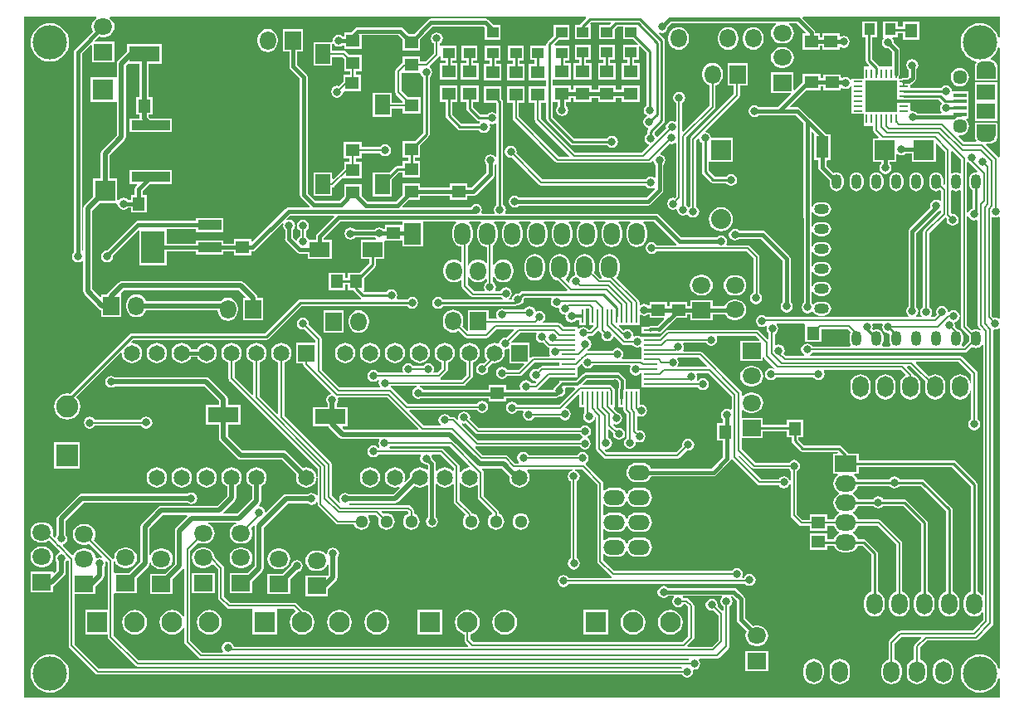
<source format=gtl>
G04*
G04 #@! TF.GenerationSoftware,Altium Limited,Altium Designer,18.1.6 (161)*
G04*
G04 Layer_Physical_Order=1*
G04 Layer_Color=255*
%FSTAX24Y24*%
%MOIN*%
G70*
G01*
G75*
%ADD11C,0.0080*%
%ADD12C,0.0200*%
%ADD17C,0.0100*%
%ADD21R,0.0500X0.0550*%
%ADD22R,0.0550X0.0500*%
%ADD23O,0.0400X0.0600*%
%ADD24O,0.0600X0.0400*%
%ADD25O,0.0850X0.0650*%
%ADD26R,0.0850X0.0650*%
%ADD27R,0.1240X0.0630*%
%ADD28R,0.0945X0.0394*%
%ADD29R,0.0945X0.1299*%
%ADD30R,0.0472X0.0433*%
%ADD31R,0.0433X0.0472*%
%ADD32R,0.0380X0.0080*%
%ADD33R,0.0080X0.0380*%
%ADD34R,0.0787X0.0787*%
%ADD35R,0.0500X0.0870*%
%ADD36R,0.0750X0.0590*%
%ADD37R,0.0530X0.0160*%
%ADD38R,0.0110X0.0580*%
%ADD39R,0.0580X0.0110*%
%ADD40R,0.0787X0.0591*%
%ADD41R,0.0591X0.0787*%
%ADD42R,0.1540X0.0390*%
%ADD43R,0.4510X0.4110*%
%ADD55R,0.1000X0.1000*%
%ADD78O,0.0750X0.0480*%
%ADD88C,0.0150*%
%ADD89C,0.0120*%
%ADD90C,0.0140*%
%ADD91R,0.0750X0.0650*%
%ADD92O,0.0750X0.0650*%
%ADD93C,0.0512*%
%ADD94O,0.0650X0.0900*%
%ADD95R,0.0650X0.0900*%
%ADD96C,0.1380*%
%ADD97C,0.0650*%
%ADD98R,0.0650X0.0650*%
%ADD99O,0.0650X0.0750*%
%ADD100O,0.0650X0.0850*%
%ADD101R,0.0650X0.0850*%
%ADD102R,0.0650X0.0750*%
%ADD103C,0.0800*%
%ADD104R,0.0800X0.0800*%
%ADD105C,0.0240*%
%ADD106C,0.0570*%
%ADD107O,0.0860X0.0600*%
%ADD108C,0.0886*%
%ADD109R,0.0886X0.0886*%
%ADD110R,0.0827X0.0827*%
%ADD111C,0.0827*%
%ADD112R,0.0827X0.0827*%
%ADD113C,0.0315*%
%ADD114C,0.0240*%
G36*
X049273Y049092D02*
X049223Y049084D01*
X049195Y049176D01*
X049123Y04931D01*
X049027Y049427D01*
X04891Y049523D01*
X048776Y049595D01*
X048631Y049639D01*
X04848Y049654D01*
X048329Y049639D01*
X048184Y049595D01*
X04805Y049523D01*
X047933Y049427D01*
X047837Y04931D01*
X047765Y049176D01*
X047721Y049031D01*
X047706Y04888D01*
X047721Y048729D01*
X047765Y048584D01*
X047837Y04845D01*
X047933Y048333D01*
X04805Y048237D01*
X048184Y048165D01*
X048318Y048124D01*
X048334Y048094D01*
X048339Y04807D01*
X048319Y048043D01*
X048286Y047965D01*
X048275Y047881D01*
X048277Y047872D01*
Y047421D01*
X048283Y04739D01*
X0483Y047364D01*
X048327Y047346D01*
X048358Y04734D01*
X049108D01*
X049139Y047346D01*
X049166Y047364D01*
X049184Y04739D01*
X04919Y047421D01*
Y047872D01*
X049191Y047881D01*
X04918Y047965D01*
X049148Y048043D01*
X049096Y04811D01*
X04903Y048161D01*
X048952Y048193D01*
X048936Y048195D01*
X048932Y0482D01*
X048923Y048247D01*
X049027Y048333D01*
X049123Y04845D01*
X049195Y048584D01*
X049223Y048676D01*
X049273Y048668D01*
Y044275D01*
X049223Y04426D01*
X049217Y044269D01*
X048871Y044614D01*
X048871Y044614D01*
X048729Y044757D01*
X048748Y044803D01*
X048868D01*
X048952Y044814D01*
X04903Y044846D01*
X049096Y044897D01*
X049148Y044964D01*
X04918Y045042D01*
X049191Y045125D01*
X04919Y045135D01*
Y045585D01*
X049184Y045617D01*
X049166Y045643D01*
X049139Y045661D01*
X049108Y045667D01*
X048358D01*
X048327Y045661D01*
X0483Y045643D01*
X048283Y045617D01*
X048277Y045585D01*
Y045135D01*
X048275Y045125D01*
X048286Y045042D01*
X048319Y044964D01*
X048339Y044938D01*
X048314Y044888D01*
X047845D01*
X047627Y045106D01*
X04765Y045154D01*
X04767Y045151D01*
X047765Y045164D01*
X047854Y0452D01*
X04793Y045259D01*
X047989Y045335D01*
X048026Y045424D01*
X048038Y045519D01*
X048026Y045614D01*
X047989Y045703D01*
X04793Y045779D01*
X047924Y045784D01*
X04794Y045832D01*
X048025D01*
Y046088D01*
Y046343D01*
Y046599D01*
Y046919D01*
X047364D01*
X047362Y046922D01*
X047344Y047014D01*
X047291Y047093D01*
X047213Y047145D01*
X04712Y047164D01*
X047027Y047145D01*
X046949Y047093D01*
X04692Y047049D01*
X0457D01*
Y047182D01*
X045726Y047199D01*
X045882Y047355D01*
X045916Y047406D01*
X045928Y047467D01*
Y047792D01*
X045931Y047794D01*
X045984Y047872D01*
X046002Y047965D01*
X045984Y048058D01*
X045931Y048136D01*
X045853Y048189D01*
X04576Y048207D01*
X045667Y048189D01*
X045589Y048136D01*
X045536Y048058D01*
X045518Y047965D01*
X045536Y047872D01*
X045589Y047794D01*
X045612Y047778D01*
Y047532D01*
X045548Y047469D01*
X04543D01*
X04537Y047457D01*
X045331Y047431D01*
X045226D01*
Y047536D01*
X045252Y047575D01*
X045264Y047635D01*
Y048566D01*
X045252Y048627D01*
X045217Y048678D01*
X045029Y048866D01*
X045032Y048882D01*
X045014Y048975D01*
X044967Y049044D01*
X044984Y049094D01*
X04517D01*
Y049237D01*
X04538D01*
Y048995D01*
X04604D01*
Y049705D01*
X04538D01*
Y049503D01*
X04517D01*
Y049726D01*
X044577D01*
Y049094D01*
X044596D01*
X044613Y049044D01*
X044566Y048975D01*
X044548Y048882D01*
X044566Y048789D01*
X044619Y048711D01*
X044697Y048658D01*
X04479Y04864D01*
X044806Y048643D01*
X044948Y048501D01*
Y047905D01*
X044439D01*
X044412Y047946D01*
X044164Y048193D01*
Y049094D01*
X044343D01*
Y049726D01*
X04375D01*
Y049094D01*
X043899D01*
Y048139D01*
X043909Y048088D01*
X043938Y048045D01*
X044032Y047951D01*
X044012Y047905D01*
X043804D01*
Y047431D01*
X04333D01*
Y047391D01*
X04328Y047376D01*
X043246Y047426D01*
X043168Y047479D01*
X043075Y047497D01*
X042982Y047479D01*
X04294Y04745D01*
X04289Y047477D01*
Y0476D01*
X04218D01*
Y047438D01*
X04207D01*
Y04761D01*
X04136D01*
Y047273D01*
X041046Y04696D01*
X041Y046979D01*
Y04767D01*
X04009D01*
Y04686D01*
X040881D01*
X0409Y046814D01*
X04036Y046273D01*
X039608D01*
X0396Y046286D01*
X039521Y046339D01*
X039428Y046357D01*
X039336Y046339D01*
X039257Y046286D01*
X039205Y046208D01*
X039186Y046115D01*
X039205Y046022D01*
X039257Y045944D01*
X039336Y045891D01*
X039428Y045873D01*
X039521Y045891D01*
X0396Y045944D01*
X039608Y045957D01*
X04109D01*
X041392Y045655D01*
Y045254D01*
X041392Y045254D01*
X041392Y045254D01*
X041402Y038417D01*
X041389Y038408D01*
X041336Y03833D01*
X041318Y038237D01*
X041336Y038144D01*
X041389Y038066D01*
X041467Y038013D01*
X04156Y037995D01*
X041653Y038013D01*
X041715Y038055D01*
X041773Y038046D01*
X041775Y03804D01*
X04182Y037982D01*
X041879Y037937D01*
X041947Y037909D01*
X04202Y037899D01*
X04222D01*
X042293Y037909D01*
X042361Y037937D01*
X04242Y037982D01*
X042465Y03804D01*
X042493Y038108D01*
X042502Y038182D01*
X042493Y038255D01*
X042465Y038323D01*
X04242Y038381D01*
X042361Y038426D01*
X042293Y038454D01*
X04222Y038464D01*
X04202D01*
X041947Y038454D01*
X041879Y038426D01*
X04182Y038381D01*
X041808Y038366D01*
X041758Y038368D01*
X041731Y038408D01*
X041718Y038417D01*
X041717Y03885D01*
X041767Y03886D01*
X041775Y03884D01*
X04182Y038782D01*
X041879Y038737D01*
X041947Y038709D01*
X04202Y038699D01*
X04222D01*
X042293Y038709D01*
X042361Y038737D01*
X04242Y038782D01*
X042465Y03884D01*
X042493Y038908D01*
X042502Y038982D01*
X042493Y039055D01*
X042465Y039123D01*
X04242Y039181D01*
X042361Y039226D01*
X042293Y039254D01*
X04222Y039264D01*
X04202D01*
X041947Y039254D01*
X041879Y039226D01*
X04182Y039181D01*
X041775Y039123D01*
X041767Y039102D01*
X041717Y039112D01*
X041716Y039653D01*
X041766Y039663D01*
X041775Y03964D01*
X04182Y039582D01*
X041879Y039537D01*
X041947Y039509D01*
X04202Y039499D01*
X04222D01*
X042293Y039509D01*
X042361Y039537D01*
X04242Y039582D01*
X042465Y03964D01*
X042493Y039708D01*
X042502Y039782D01*
X042493Y039855D01*
X042465Y039923D01*
X04242Y039981D01*
X042361Y040026D01*
X042293Y040054D01*
X04222Y040064D01*
X04202D01*
X041947Y040054D01*
X041879Y040026D01*
X04182Y039981D01*
X041775Y039923D01*
X041766Y039899D01*
X041716Y039909D01*
X041715Y040456D01*
X041765Y040466D01*
X041775Y04044D01*
X04182Y040382D01*
X041879Y040337D01*
X041947Y040309D01*
X04202Y040299D01*
X04222D01*
X042293Y040309D01*
X042361Y040337D01*
X04242Y040382D01*
X042465Y04044D01*
X042493Y040508D01*
X042502Y040582D01*
X042493Y040655D01*
X042465Y040723D01*
X04242Y040781D01*
X042361Y040826D01*
X042293Y040854D01*
X04222Y040864D01*
X04202D01*
X041947Y040854D01*
X041879Y040826D01*
X04182Y040781D01*
X041775Y040723D01*
X041765Y040697D01*
X041715Y040706D01*
X041714Y041259D01*
X041764Y041269D01*
X041775Y04124D01*
X04182Y041182D01*
X041879Y041137D01*
X041947Y041109D01*
X04202Y041099D01*
X04222D01*
X042293Y041109D01*
X042361Y041137D01*
X04242Y041182D01*
X042465Y04124D01*
X042493Y041308D01*
X042502Y041382D01*
X042493Y041455D01*
X042465Y041523D01*
X04242Y041581D01*
X042361Y041626D01*
X042293Y041654D01*
X04222Y041664D01*
X04202D01*
X041947Y041654D01*
X041879Y041626D01*
X04182Y041581D01*
X041775Y041523D01*
X041763Y041494D01*
X041713Y041504D01*
X041713Y042061D01*
X041763Y042071D01*
X041775Y04204D01*
X04182Y041982D01*
X041879Y041937D01*
X041947Y041909D01*
X04202Y041899D01*
X04222D01*
X042293Y041909D01*
X042361Y041937D01*
X04242Y041982D01*
X042465Y04204D01*
X042493Y042108D01*
X042502Y042182D01*
X042493Y042255D01*
X042465Y042323D01*
X04242Y042381D01*
X042361Y042426D01*
X042293Y042454D01*
X04222Y042464D01*
X04202D01*
X041947Y042454D01*
X041879Y042426D01*
X04182Y042381D01*
X041775Y042323D01*
X041762Y042291D01*
X041712Y042301D01*
X041708Y045254D01*
Y045273D01*
X041754Y045292D01*
X041831Y045216D01*
X04182Y04519D01*
X04182D01*
Y04416D01*
X041988D01*
X041992Y04385D01*
X041998Y04382D01*
X042004Y043791D01*
X042005Y04379D01*
X042005Y043789D01*
X042022Y043765D01*
X042038Y04374D01*
X042438Y04334D01*
Y043182D01*
X042447Y043108D01*
X042475Y04304D01*
X04252Y042982D01*
X042579Y042937D01*
X042647Y042909D01*
X04272Y042899D01*
X042793Y042909D01*
X042861Y042937D01*
X04292Y042982D01*
X042965Y04304D01*
X042993Y043108D01*
X043002Y043182D01*
Y043382D01*
X042993Y043455D01*
X042965Y043523D01*
X04292Y043581D01*
X042861Y043626D01*
X042793Y043654D01*
X04272Y043664D01*
X042647Y043654D01*
X042593Y043632D01*
X042307Y043918D01*
X042305Y044124D01*
X04234Y04416D01*
X04248D01*
Y04519D01*
X042286D01*
X042286Y04519D01*
X042252Y045242D01*
X041704Y04579D01*
X041678Y045807D01*
X041662Y045832D01*
X041267Y046227D01*
X041215Y046261D01*
X041155Y046273D01*
X041145Y046271D01*
X041135Y046273D01*
X040872D01*
X040853Y046319D01*
X041483Y04695D01*
X04207D01*
Y047122D01*
X04218D01*
Y04694D01*
X04289D01*
Y047033D01*
X04294Y04706D01*
X042982Y047031D01*
X043075Y047013D01*
X043168Y047031D01*
X043246Y047084D01*
X04328Y047134D01*
X04333Y047119D01*
Y046797D01*
Y046403D01*
Y046009D01*
X043804D01*
Y045535D01*
X044196D01*
Y045342D01*
X044205Y045295D01*
X044232Y045255D01*
X044407Y04508D01*
X044388Y045033D01*
X044179D01*
Y044086D01*
X044522D01*
Y04402D01*
X044509Y044011D01*
X044456Y043933D01*
X044438Y04384D01*
X044456Y043747D01*
X044509Y043669D01*
X044587Y043616D01*
X04468Y043598D01*
X044773Y043616D01*
X044851Y043669D01*
X044904Y043747D01*
X044922Y04384D01*
X044904Y043933D01*
X044851Y044011D01*
X044838Y04402D01*
Y044086D01*
X045126D01*
Y044375D01*
X045176Y044397D01*
X045237Y044356D01*
X04533Y044338D01*
X045423Y044356D01*
X045501Y044409D01*
X04551Y044422D01*
X045754D01*
Y044086D01*
X046701D01*
Y044805D01*
X046747Y044824D01*
X047078Y044493D01*
Y043173D01*
X047031Y043153D01*
X047002Y043179D01*
X047002Y043182D01*
Y043382D01*
X046993Y043455D01*
X046965Y043523D01*
X04692Y043581D01*
X046861Y043626D01*
X046793Y043654D01*
X04672Y043664D01*
X046647Y043654D01*
X046579Y043626D01*
X04652Y043581D01*
X046475Y043523D01*
X046447Y043455D01*
X046438Y043382D01*
Y043182D01*
X046447Y043108D01*
X046475Y04304D01*
X04652Y042982D01*
X046579Y042937D01*
X046647Y042909D01*
X04672Y042899D01*
X046793Y042909D01*
X046861Y042937D01*
X046878Y04295D01*
X046918Y042911D01*
Y042534D01*
X046868Y042507D01*
X046813Y042544D01*
X04672Y042562D01*
X046627Y042544D01*
X046549Y042491D01*
X046496Y042413D01*
X046478Y04232D01*
X046494Y042238D01*
X045647Y041391D01*
X045613Y04134D01*
X045601Y041279D01*
Y03888D01*
X045602Y038876D01*
Y03826D01*
X045589Y038251D01*
X045536Y038173D01*
X045518Y03808D01*
X045536Y037987D01*
X045589Y037909D01*
X045617Y03789D01*
X045602Y03784D01*
X039907D01*
X039896Y037856D01*
X039818Y037909D01*
X039725Y037927D01*
X039633Y037909D01*
X039554Y037856D01*
X039501Y037778D01*
X039483Y037685D01*
X039501Y037593D01*
X039554Y037514D01*
X039633Y037461D01*
X039725Y037443D01*
X039818Y037461D01*
X039884Y037505D01*
X03992Y037469D01*
X039901Y037377D01*
X03992Y037284D01*
X039972Y037205D01*
X04Y037187D01*
Y036977D01*
X039954Y036957D01*
X039618Y037293D01*
X039579Y03732D01*
X039532Y037329D01*
X035935D01*
X035888Y03732D01*
X035849Y037293D01*
X03562Y037064D01*
X03489D01*
Y037064D01*
X034863Y03705D01*
X034813Y037084D01*
X03472Y037102D01*
X034627Y037084D01*
X034603Y037067D01*
X034558Y037097D01*
X034562Y03712D01*
X034544Y037213D01*
X034491Y037291D01*
X034413Y037344D01*
X03432Y037362D01*
X034227Y037344D01*
X034158Y037297D01*
X034156D01*
X03397Y037484D01*
X033989Y03753D01*
X034818D01*
Y037911D01*
X034868Y037938D01*
X034907Y037911D01*
X035Y037893D01*
X035093Y037911D01*
X035161Y037957D01*
X035211Y037942D01*
Y037805D01*
X035772D01*
X035791Y037759D01*
X035521Y037489D01*
X03526D01*
X035201Y037477D01*
X035172Y037458D01*
X03489D01*
Y037188D01*
X035236D01*
X03526Y037183D01*
X035566D01*
X035591Y037178D01*
X035652Y03719D01*
X035703Y037224D01*
X036284Y037805D01*
X03673D01*
Y037962D01*
X036837D01*
Y037715D01*
X037747D01*
Y037962D01*
X038225D01*
X038236Y037936D01*
X038301Y037851D01*
X038386Y037786D01*
X038484Y037745D01*
X03859Y037732D01*
X03869D01*
X038796Y037745D01*
X038894Y037786D01*
X038979Y037851D01*
X039044Y037936D01*
X039085Y038034D01*
X039098Y03814D01*
X039085Y038246D01*
X039044Y038344D01*
X038979Y038429D01*
X038894Y038494D01*
X038796Y038535D01*
X03869Y038548D01*
X03859D01*
X038484Y038535D01*
X038386Y038494D01*
X038301Y038429D01*
X038236Y038344D01*
X038209Y038278D01*
X037747D01*
Y038525D01*
X036837D01*
Y038278D01*
X03673D01*
Y038465D01*
X03602D01*
Y038278D01*
X035921D01*
Y038465D01*
X035211D01*
Y038335D01*
X035198Y038326D01*
X035161Y038313D01*
X035093Y038359D01*
X035Y038377D01*
X034907Y038359D01*
X034855Y038324D01*
X034805Y03835D01*
Y038448D01*
X034796Y038494D01*
X034769Y038534D01*
X033888Y039415D01*
X033889Y039426D01*
X033954Y039511D01*
X033995Y039609D01*
X034008Y039715D01*
Y039965D01*
X033995Y040071D01*
X033954Y040169D01*
X033889Y040254D01*
X033804Y040319D01*
X033706Y04036D01*
X0336Y040373D01*
X033494Y04036D01*
X033396Y040319D01*
X033311Y040254D01*
X033246Y040169D01*
X033205Y040071D01*
X033192Y039965D01*
Y039715D01*
X033205Y039609D01*
X033246Y039511D01*
X033299Y039442D01*
X033277Y039392D01*
X033221D01*
X032996Y039617D01*
X033008Y039715D01*
Y039965D01*
X032995Y040071D01*
X032954Y040169D01*
X032889Y040254D01*
X032804Y040319D01*
X032706Y04036D01*
X0326Y040373D01*
X032494Y04036D01*
X032396Y040319D01*
X032311Y040254D01*
X032246Y040169D01*
X032205Y040071D01*
X032192Y039965D01*
Y039715D01*
X032205Y039609D01*
X032224Y039565D01*
X032193Y039508D01*
X032147Y039499D01*
X032069Y039446D01*
X032016Y039368D01*
X031998Y039275D01*
X032002Y039254D01*
X031956Y03923D01*
X031843Y039343D01*
X031846Y039393D01*
X031889Y039426D01*
X031954Y039511D01*
X031995Y039609D01*
X032008Y039715D01*
Y039965D01*
X031995Y040071D01*
X031954Y040169D01*
X031889Y040254D01*
X031804Y040319D01*
X031706Y04036D01*
X0316Y040373D01*
X031494Y04036D01*
X031396Y040319D01*
X031311Y040254D01*
X031246Y040169D01*
X031205Y040071D01*
X031192Y039965D01*
Y039715D01*
X031205Y039609D01*
X031246Y039511D01*
X031311Y039426D01*
X031396Y039361D01*
X031494Y03932D01*
X031523Y039317D01*
X031901Y038939D01*
X031882Y038893D01*
X03012D01*
X030069Y038882D01*
X030026Y038854D01*
X029966Y038793D01*
X02992Y038802D01*
X029827Y038784D01*
X029749Y038731D01*
X029696Y038653D01*
X029678Y03856D01*
X029668Y038548D01*
X02958D01*
X029564Y038598D01*
X029611Y038629D01*
X029664Y038707D01*
X029682Y0388D01*
X029664Y038893D01*
X029611Y038971D01*
X029533Y039024D01*
X02944Y039042D01*
X029347Y039024D01*
X029269Y038971D01*
X029216Y038893D01*
X029215Y038885D01*
X029035D01*
X029011Y038929D01*
X029024Y038947D01*
X029042Y03904D01*
X029024Y039133D01*
X028971Y039211D01*
X028922Y039244D01*
Y039447D01*
X028972Y039457D01*
X028977Y039446D01*
X029042Y039361D01*
X029126Y039296D01*
X029225Y039255D01*
X029331Y039242D01*
X029436Y039255D01*
X029535Y039296D01*
X02962Y039361D01*
X029684Y039446D01*
X029725Y039544D01*
X029739Y03965D01*
Y03975D01*
X029725Y039856D01*
X029684Y039954D01*
X02962Y040039D01*
X029535Y040104D01*
X029436Y040145D01*
X029331Y040158D01*
X029225Y040145D01*
X029126Y040104D01*
X029042Y040039D01*
X028977Y039954D01*
X028972Y039943D01*
X028922Y039953D01*
Y040735D01*
X028989Y040786D01*
X029054Y040871D01*
X029095Y040969D01*
X029108Y041075D01*
Y041325D01*
X029095Y041431D01*
X029054Y041529D01*
X028989Y041614D01*
X028965Y041632D01*
X028982Y041682D01*
X029418D01*
X029435Y041632D01*
X029411Y041614D01*
X029346Y041529D01*
X029305Y041431D01*
X029292Y041325D01*
Y041075D01*
X029305Y040969D01*
X029346Y040871D01*
X029411Y040786D01*
X029496Y040721D01*
X029594Y04068D01*
X0297Y040667D01*
X029806Y04068D01*
X029904Y040721D01*
X029989Y040786D01*
X030054Y040871D01*
X030095Y040969D01*
X030108Y041075D01*
Y041325D01*
X030095Y041431D01*
X030054Y041529D01*
X029989Y041614D01*
X029965Y041632D01*
X029982Y041682D01*
X030418D01*
X030435Y041632D01*
X030411Y041614D01*
X030346Y041529D01*
X030305Y041431D01*
X030292Y041325D01*
Y041075D01*
X030305Y040969D01*
X030346Y040871D01*
X030411Y040786D01*
X030496Y040721D01*
X030594Y04068D01*
X0307Y040667D01*
X030806Y04068D01*
X030904Y040721D01*
X030989Y040786D01*
X031054Y040871D01*
X031095Y040969D01*
X031108Y041075D01*
Y041325D01*
X031095Y041431D01*
X031054Y041529D01*
X030989Y041614D01*
X030965Y041632D01*
X030982Y041682D01*
X031418D01*
X031435Y041632D01*
X031411Y041614D01*
X031346Y041529D01*
X031305Y041431D01*
X031292Y041325D01*
Y041075D01*
X031305Y040969D01*
X031346Y040871D01*
X031411Y040786D01*
X031496Y040721D01*
X031594Y04068D01*
X0317Y040667D01*
X031806Y04068D01*
X031904Y040721D01*
X031989Y040786D01*
X032054Y040871D01*
X032095Y040969D01*
X032108Y041075D01*
Y041325D01*
X032095Y041431D01*
X032054Y041529D01*
X031989Y041614D01*
X031965Y041632D01*
X031982Y041682D01*
X032418D01*
X032435Y041632D01*
X032411Y041614D01*
X032346Y041529D01*
X032305Y041431D01*
X032292Y041325D01*
Y041075D01*
X032305Y040969D01*
X032346Y040871D01*
X032411Y040786D01*
X032496Y040721D01*
X032594Y04068D01*
X0327Y040667D01*
X032806Y04068D01*
X032904Y040721D01*
X032989Y040786D01*
X033054Y040871D01*
X033095Y040969D01*
X033108Y041075D01*
Y041325D01*
X033095Y041431D01*
X033054Y041529D01*
X032989Y041614D01*
X032965Y041632D01*
X032982Y041682D01*
X033418D01*
X033435Y041632D01*
X033411Y041614D01*
X033346Y041529D01*
X033305Y041431D01*
X033292Y041325D01*
Y041075D01*
X033305Y040969D01*
X033346Y040871D01*
X033411Y040786D01*
X033496Y040721D01*
X033594Y04068D01*
X0337Y040667D01*
X033806Y04068D01*
X033904Y040721D01*
X033989Y040786D01*
X034054Y040871D01*
X034095Y040969D01*
X034108Y041075D01*
Y041325D01*
X034095Y041431D01*
X034054Y041529D01*
X033989Y041614D01*
X033965Y041632D01*
X033982Y041682D01*
X034418D01*
X034435Y041632D01*
X034411Y041614D01*
X034346Y041529D01*
X034305Y041431D01*
X034292Y041325D01*
Y041075D01*
X034305Y040969D01*
X034346Y040871D01*
X034411Y040786D01*
X034496Y040721D01*
X034594Y04068D01*
X0347Y040667D01*
X034806Y04068D01*
X034904Y040721D01*
X034989Y040786D01*
X035054Y040871D01*
X035095Y040969D01*
X035108Y041075D01*
Y041325D01*
X035095Y041431D01*
X035054Y041529D01*
X034989Y041614D01*
X034965Y041632D01*
X034982Y041682D01*
X035395D01*
X036299Y040777D01*
X03629Y040742D01*
X03628Y040727D01*
X035509D01*
X035466Y040791D01*
X035388Y040844D01*
X035295Y040862D01*
X035202Y040844D01*
X035124Y040791D01*
X035071Y040713D01*
X035053Y04062D01*
X035071Y040527D01*
X035124Y040449D01*
X035202Y040396D01*
X035295Y040378D01*
X035388Y040396D01*
X035466Y040449D01*
X035489Y040483D01*
X037956D01*
X037968Y04048D01*
X038198D01*
X03821Y040483D01*
X039114D01*
X039383Y040214D01*
Y038819D01*
X039319Y038776D01*
X039266Y038698D01*
X039248Y038605D01*
X039266Y038512D01*
X039319Y038434D01*
X039397Y038381D01*
X03949Y038363D01*
X039583Y038381D01*
X039661Y038434D01*
X039714Y038512D01*
X039732Y038605D01*
X039714Y038698D01*
X039661Y038776D01*
X039627Y038799D01*
Y040265D01*
X039618Y040312D01*
X039592Y040352D01*
X039252Y040692D01*
X039212Y040718D01*
X039165Y040727D01*
X03832D01*
X038296Y040771D01*
X038307Y040787D01*
X038325Y04088D01*
X038307Y040973D01*
X038254Y041051D01*
X038176Y041104D01*
X038083Y041122D01*
X03799Y041104D01*
X037912Y041051D01*
X037903Y041038D01*
X036485D01*
X035572Y041952D01*
X03552Y041986D01*
X03546Y041998D01*
X02943D01*
X029407Y042042D01*
X029424Y042067D01*
X029442Y04216D01*
X029424Y042253D01*
X029371Y042331D01*
X029333Y042357D01*
Y046486D01*
X029322Y046536D01*
X029294Y046579D01*
X029261Y046612D01*
Y04711D01*
X028551D01*
Y04645D01*
X029048D01*
X029067Y046431D01*
Y046061D01*
X029017Y046034D01*
X028973Y046064D01*
X02888Y046082D01*
X028787Y046064D01*
X028709Y046011D01*
X028683Y045973D01*
X028417D01*
X028113Y046277D01*
Y046487D01*
X028335D01*
Y047147D01*
X027625D01*
Y046487D01*
X027847D01*
Y046222D01*
X027858Y046171D01*
X027886Y046128D01*
X028268Y045746D01*
X028311Y045718D01*
X028362Y045707D01*
X028369D01*
X028383Y045661D01*
X028354Y045623D01*
X02765D01*
X027273Y046D01*
Y04649D01*
X027495D01*
Y04715D01*
X026785D01*
Y04649D01*
X027007D01*
Y045945D01*
X027018Y045894D01*
X027046Y045851D01*
X027501Y045396D01*
X027544Y045368D01*
X027595Y045357D01*
X028363D01*
X028389Y045319D01*
X028467Y045266D01*
X02856Y045248D01*
X028653Y045266D01*
X028731Y045319D01*
X028784Y045397D01*
X028802Y04549D01*
X028787Y045565D01*
X028816Y045603D01*
X028826Y045609D01*
X02888Y045598D01*
X028973Y045616D01*
X029017Y045646D01*
X029067Y04562D01*
Y044289D01*
X029017Y044274D01*
X028995Y044307D01*
X028917Y044359D01*
X028824Y044378D01*
X028732Y044359D01*
X028653Y044307D01*
X028601Y044228D01*
X028582Y044136D01*
X028601Y044043D01*
X028653Y043965D01*
X028666Y043956D01*
Y043636D01*
X028068Y043038D01*
X027895D01*
Y04321D01*
X027185D01*
Y043038D01*
X025995D01*
Y04321D01*
X025285D01*
Y042748D01*
X025015Y042478D01*
X023885D01*
X023655Y042709D01*
Y04317D01*
X022945D01*
Y042709D01*
X022755Y042518D01*
X021785D01*
X021478Y042825D01*
Y0475D01*
X021466Y04756D01*
X021432Y047612D01*
X021058Y047985D01*
Y048505D01*
X021285D01*
Y049415D01*
X020475D01*
Y048505D01*
X020742D01*
Y04792D01*
X020754Y04786D01*
X020788Y047808D01*
X021162Y047435D01*
Y04276D01*
X021174Y0427D01*
X021208Y042648D01*
X021558Y042298D01*
X021538Y042248D01*
X020705D01*
X020645Y042236D01*
X020593Y042202D01*
X019266Y040875D01*
X01922Y040894D01*
Y04097D01*
X01851D01*
Y040798D01*
X018099D01*
Y040917D01*
X016994D01*
Y040798D01*
X015816D01*
Y041337D01*
X015816Y04137D01*
X015858Y041387D01*
X016994D01*
Y041269D01*
X018099D01*
Y041822D01*
X016994D01*
Y041704D01*
X014649D01*
X014589Y041692D01*
X014538Y041657D01*
X013415Y040535D01*
X013414Y040535D01*
X013322Y040516D01*
X013243Y040464D01*
X013191Y040385D01*
X013172Y040293D01*
X013191Y0402D01*
X013243Y040122D01*
X013322Y040069D01*
X013414Y040051D01*
X013507Y040069D01*
X013586Y040122D01*
X013638Y0402D01*
X013656Y040293D01*
X01365Y040323D01*
X014661Y041334D01*
X014711Y041313D01*
Y03991D01*
X015816D01*
Y040482D01*
X016994D01*
Y040363D01*
X018099D01*
Y040482D01*
X01851D01*
Y04031D01*
X01922D01*
Y040482D01*
X019255D01*
X019315Y040494D01*
X019367Y040528D01*
X020456Y041618D01*
X020502Y041593D01*
X020488Y04152D01*
X020506Y041427D01*
X020559Y041349D01*
X020572Y04134D01*
Y04103D01*
X020562Y04098D01*
X020574Y04092D01*
X020608Y040868D01*
X021036Y040441D01*
X021087Y040407D01*
X021147Y040394D01*
X021493D01*
Y04019D01*
X022441D01*
Y04094D01*
X022125D01*
Y041013D01*
X022794Y041682D01*
X025295D01*
Y04161D01*
X025283Y041565D01*
X024573D01*
Y041402D01*
X024541Y041388D01*
X024523Y041384D01*
X024448Y041434D01*
X024355Y041452D01*
X024262Y041434D01*
X024184Y041381D01*
X024175Y041368D01*
X023373D01*
X023371Y041371D01*
X023293Y041424D01*
X0232Y041442D01*
X023107Y041424D01*
X023029Y041371D01*
X022976Y041293D01*
X022958Y0412D01*
X022976Y041107D01*
X023029Y041029D01*
X023107Y040976D01*
X0232Y040958D01*
X023293Y040976D01*
X023371Y041029D01*
X023387Y041052D01*
X024175D01*
X024184Y041039D01*
X024216Y041017D01*
X024226Y04095D01*
X024218Y04094D01*
X023619D01*
Y04019D01*
X023967D01*
Y040013D01*
X023589Y039635D01*
X023092D01*
Y039413D01*
X02299D01*
Y039635D01*
X02233D01*
Y038925D01*
X02299D01*
Y039147D01*
X023092D01*
Y038925D01*
X023303D01*
X023328Y038887D01*
X023571Y038644D01*
X023586Y038621D01*
X023586Y038621D01*
X023586Y038621D01*
X023603Y03861D01*
X023602Y038589D01*
X023588Y03856D01*
X021168D01*
X021118Y03855D01*
X021075Y038521D01*
X019747Y037194D01*
X014421D01*
X014371Y037184D01*
X014328Y037155D01*
X011936Y034763D01*
X011811Y034779D01*
X011675Y034761D01*
X011547Y034709D01*
X011438Y034625D01*
X011354Y034516D01*
X011302Y034388D01*
X011284Y034252D01*
X011302Y034115D01*
X011354Y033988D01*
X011438Y033879D01*
X011547Y033795D01*
X011675Y033743D01*
X011811Y033725D01*
X011948Y033743D01*
X012075Y033795D01*
X012184Y033879D01*
X012268Y033988D01*
X01232Y034115D01*
X012338Y034252D01*
X01232Y034388D01*
X012268Y034516D01*
X012184Y034625D01*
X012183Y034636D01*
X013969Y036422D01*
X014013Y036394D01*
X014026Y036296D01*
X014066Y036197D01*
X014131Y036113D01*
X014216Y036048D01*
X014314Y036007D01*
X01442Y035993D01*
X014526Y036007D01*
X014624Y036048D01*
X014709Y036113D01*
X014774Y036197D01*
X014814Y036296D01*
X014828Y036402D01*
X014814Y036507D01*
X014774Y036606D01*
X014709Y03669D01*
X014624Y036755D01*
X014526Y036796D01*
X014427Y036809D01*
X0144Y036852D01*
X014476Y036929D01*
X019802D01*
X019853Y036939D01*
X019896Y036968D01*
X021223Y038295D01*
X025467D01*
X025501Y038244D01*
X025579Y038191D01*
X025672Y038173D01*
X025765Y038191D01*
X025843Y038244D01*
X025896Y038322D01*
X025914Y038415D01*
X025896Y038508D01*
X025843Y038586D01*
X025765Y038639D01*
X025672Y038657D01*
X025579Y038639D01*
X025501Y038586D01*
X025483Y03856D01*
X02507D01*
X025047Y038604D01*
X025059Y038622D01*
X025077Y038715D01*
X025059Y038808D01*
X025006Y038886D01*
X024928Y038939D01*
X024835Y038957D01*
X024742Y038939D01*
X024664Y038886D01*
X024638Y038848D01*
X023745D01*
X023719Y03888D01*
X023739Y038925D01*
X023752D01*
Y039423D01*
X024194Y039865D01*
X024222Y039908D01*
X024233Y039958D01*
Y04019D01*
X024567D01*
Y040857D01*
X024573Y040905D01*
X024617Y040905D01*
X025283D01*
X025295Y04086D01*
Y04067D01*
X026105D01*
Y041682D01*
X027418D01*
X027435Y041632D01*
X027411Y041614D01*
X027346Y041529D01*
X027305Y041431D01*
X027292Y041325D01*
Y041075D01*
X027305Y040969D01*
X027346Y040871D01*
X027411Y040786D01*
X027496Y040721D01*
X027594Y04068D01*
X027663Y040671D01*
Y040073D01*
X027613Y040051D01*
X027545Y040104D01*
X027446Y040145D01*
X027341Y040158D01*
X027235Y040145D01*
X027136Y040104D01*
X027052Y040039D01*
X026987Y039954D01*
X026946Y039856D01*
X026932Y03975D01*
Y03965D01*
X026946Y039544D01*
X026987Y039446D01*
X027052Y039361D01*
X027136Y039296D01*
X027235Y039255D01*
X027341Y039242D01*
X027446Y039255D01*
X027545Y039296D01*
X027613Y039349D01*
X027663Y039327D01*
Y039094D01*
X027673Y039048D01*
X027699Y039008D01*
X028031Y038676D01*
X028071Y038649D01*
X028117Y03864D01*
X029261D01*
X029269Y038629D01*
X029316Y038598D01*
X0293Y038548D01*
X026907D01*
X026881Y038586D01*
X026803Y038639D01*
X02671Y038657D01*
X026617Y038639D01*
X026539Y038586D01*
X026486Y038508D01*
X026468Y038415D01*
X026486Y038322D01*
X026539Y038244D01*
X026617Y038191D01*
X02671Y038173D01*
X026803Y038191D01*
X026881Y038244D01*
X026907Y038282D01*
X029775D01*
X029826Y038293D01*
X029869Y038321D01*
X029874Y038327D01*
X02992Y038318D01*
X030013Y038336D01*
X030091Y038389D01*
X030144Y038467D01*
X030162Y03856D01*
X030157Y038585D01*
X030194Y038627D01*
X031258D01*
X031282Y038583D01*
X031261Y038553D01*
X031243Y03846D01*
X031261Y038367D01*
X031314Y038289D01*
X031392Y038236D01*
X031485Y038218D01*
X031533Y038227D01*
X031576Y038185D01*
X031575Y038183D01*
X031594Y03809D01*
X031646Y038011D01*
X031725Y037959D01*
X031818Y03794D01*
X031838Y03792D01*
X031828Y03787D01*
X031846Y037777D01*
X031899Y037699D01*
X031977Y037646D01*
X03207Y037628D01*
X032163Y037646D01*
X032241Y037699D01*
X032253Y037717D01*
X032382D01*
Y03753D01*
X032652D01*
Y038198D01*
X032758D01*
X032776Y03818D01*
Y03753D01*
X032944D01*
X032965Y03748D01*
X032817Y037332D01*
X032739D01*
X032706Y037381D01*
X032628Y037434D01*
X032535Y037452D01*
X032442Y037434D01*
X032364Y037381D01*
X03236Y037376D01*
X03231Y037391D01*
Y037458D01*
X031755D01*
X031638Y037575D01*
X031599Y037601D01*
X031552Y037611D01*
X030948D01*
X030933Y037661D01*
X030964Y037681D01*
X031016Y03776D01*
X031034Y037852D01*
X031016Y037945D01*
X030964Y038024D01*
X030885Y038076D01*
X030792Y038094D01*
X0307Y038076D01*
X030679Y038063D01*
X030633Y038082D01*
X030624Y038128D01*
X030572Y038206D01*
X030493Y038259D01*
X0304Y038277D01*
X030308Y038259D01*
X030229Y038206D01*
X030197Y038157D01*
X02939D01*
X029373Y038169D01*
X02928Y038187D01*
X029187Y038169D01*
X029109Y038116D01*
X029056Y038038D01*
X029038Y037945D01*
X029056Y037852D01*
X029069Y037834D01*
X029045Y03779D01*
X028736D01*
Y038135D01*
X027926D01*
Y037313D01*
X027879Y037294D01*
X027696Y037478D01*
X027715Y037524D01*
X027729Y03763D01*
Y03773D01*
X027715Y037836D01*
X027674Y037934D01*
X02761Y038019D01*
X027525Y038084D01*
X027426Y038125D01*
X027321Y038138D01*
X027215Y038125D01*
X027116Y038084D01*
X027032Y038019D01*
X026967Y037934D01*
X026926Y037836D01*
X026912Y03773D01*
Y03763D01*
X026926Y037524D01*
X026967Y037426D01*
X027032Y037341D01*
X027116Y037276D01*
X027215Y037235D01*
X027321Y037222D01*
X027426Y037235D01*
X027525Y037276D01*
X02754Y037288D01*
X027797Y037031D01*
X027836Y037005D01*
X027883Y036995D01*
X028638D01*
X028685Y037005D01*
X028725Y037031D01*
X029059Y037366D01*
X029754D01*
X029773Y03732D01*
X029466Y037012D01*
X029418Y037022D01*
X029325Y037004D01*
X029246Y036951D01*
X029194Y036873D01*
X029182Y03681D01*
X029129Y036778D01*
X029086Y036796D01*
X02898Y03681D01*
X028874Y036796D01*
X028776Y036755D01*
X028691Y03669D01*
X028626Y036606D01*
X028586Y036507D01*
X028572Y036402D01*
X028586Y036296D01*
X028626Y036197D01*
X028685Y036121D01*
X028553Y035988D01*
X02848Y036002D01*
X028387Y035984D01*
X028309Y035931D01*
X028256Y035853D01*
X028238Y03576D01*
X028256Y035667D01*
X028309Y035589D01*
X028387Y035536D01*
X02848Y035518D01*
X028573Y035536D01*
X028651Y035589D01*
X028704Y035667D01*
X028722Y03576D01*
X028714Y035803D01*
X028913Y036002D01*
X02898Y035993D01*
X029086Y036007D01*
X029184Y036048D01*
X029269Y036113D01*
X029334Y036197D01*
X029374Y036296D01*
X029388Y036402D01*
X029376Y036495D01*
X029409Y03654D01*
X029418Y036538D01*
X02951Y036556D01*
X029531Y03657D01*
X029575Y036547D01*
Y035997D01*
X030156D01*
X030175Y035951D01*
X029947Y035722D01*
X029484D01*
X029451Y035771D01*
X029373Y035824D01*
X02928Y035842D01*
X029187Y035824D01*
X029109Y035771D01*
X029056Y035693D01*
X029038Y0356D01*
X029056Y035507D01*
X029109Y035429D01*
X029187Y035376D01*
X02928Y035358D01*
X029373Y035376D01*
X029451Y035429D01*
X029484Y035478D01*
X029998D01*
X030045Y035487D01*
X030084Y035513D01*
X03059Y036019D01*
X03157D01*
Y03587D01*
X0309D01*
X030853Y035861D01*
X030813Y035834D01*
X030724Y035745D01*
X030637Y035762D01*
X030545Y035744D01*
X030466Y035691D01*
X030414Y035613D01*
X030395Y03552D01*
X030414Y035427D01*
X030466Y035349D01*
X030545Y035296D01*
X030628Y03528D01*
X030653Y035234D01*
X030607Y035188D01*
X030444D01*
X030411Y035237D01*
X030333Y035289D01*
X03024Y035308D01*
X030147Y035289D01*
X030069Y035237D01*
X030016Y035158D01*
X029998Y035065D01*
X030016Y034973D01*
X030028Y034955D01*
X030005Y034911D01*
X029455D01*
Y03511D01*
X028745D01*
Y034911D01*
X026131D01*
X026091Y034971D01*
X026013Y035024D01*
X025993Y035028D01*
X025998Y035078D01*
X027723D01*
X027769Y035087D01*
X027809Y035113D01*
X028067Y035371D01*
X028093Y03541D01*
X028102Y035457D01*
Y036014D01*
X028184Y036048D01*
X028269Y036113D01*
X028334Y036197D01*
X028374Y036296D01*
X028388Y036402D01*
X028374Y036507D01*
X028334Y036606D01*
X028269Y03669D01*
X028184Y036755D01*
X028086Y036796D01*
X02798Y03681D01*
X027874Y036796D01*
X027776Y036755D01*
X027691Y03669D01*
X027626Y036606D01*
X027586Y036507D01*
X027572Y036402D01*
X027586Y036296D01*
X027626Y036197D01*
X027691Y036113D01*
X027776Y036048D01*
X027858Y036014D01*
Y035508D01*
X027672Y035322D01*
X026821D01*
X026815Y035331D01*
X026824Y035396D01*
X027067Y035639D01*
X027093Y035678D01*
X027102Y035725D01*
Y036014D01*
X027184Y036048D01*
X027269Y036113D01*
X027334Y036197D01*
X027374Y036296D01*
X027388Y036402D01*
X027374Y036507D01*
X027334Y036606D01*
X027269Y03669D01*
X027184Y036755D01*
X027086Y036796D01*
X02698Y03681D01*
X026874Y036796D01*
X026776Y036755D01*
X026691Y03669D01*
X026626Y036606D01*
X026586Y036507D01*
X026572Y036402D01*
X026586Y036296D01*
X026626Y036197D01*
X026691Y036113D01*
X026776Y036048D01*
X026858Y036014D01*
Y035776D01*
X026687Y035605D01*
X026555D01*
X026531Y035649D01*
X026544Y035667D01*
X026562Y03576D01*
X026544Y035853D01*
X026491Y035931D01*
X026413Y035984D01*
X02632Y036002D01*
X026227Y035984D01*
X026149Y035931D01*
X026116Y035882D01*
X025724D01*
X025691Y035931D01*
X025613Y035984D01*
X02552Y036002D01*
X025427Y035984D01*
X025349Y035931D01*
X025296Y035853D01*
X025278Y03576D01*
X025296Y035667D01*
X025309Y035649D01*
X025285Y035605D01*
X024316D01*
X024284Y035654D01*
X024205Y035706D01*
X024113Y035725D01*
X02402Y035706D01*
X023941Y035654D01*
X023889Y035575D01*
X02387Y035483D01*
X023889Y03539D01*
X023941Y035311D01*
X02402Y035259D01*
X024113Y03524D01*
X024205Y035259D01*
X024284Y035311D01*
X024298Y035333D01*
X024314Y035332D01*
X024325Y035319D01*
X024346Y03528D01*
X02433Y0352D01*
X024348Y035107D01*
X024378Y035063D01*
X024351Y035013D01*
X02276D01*
X022042Y03573D01*
Y03696D01*
X022033Y037007D01*
X022007Y037047D01*
X021521Y037532D01*
X021532Y03759D01*
X021514Y037683D01*
X021461Y037761D01*
X021383Y037814D01*
X02129Y037832D01*
X021197Y037814D01*
X021119Y037761D01*
X021066Y037683D01*
X021048Y03759D01*
X021066Y037497D01*
X021119Y037419D01*
X021197Y037366D01*
X02129Y037348D01*
X021348Y037359D01*
X021798Y036909D01*
Y036806D01*
X021015D01*
Y035997D01*
X021298D01*
Y035953D01*
X021307Y035907D01*
X021333Y035867D01*
X022413Y034788D01*
X022398Y03474D01*
X022366Y034734D01*
X022288Y034681D01*
X022235Y034603D01*
X022217Y03451D01*
X022235Y034417D01*
X022275Y034357D01*
Y034235D01*
X021695D01*
Y033445D01*
X022317D01*
X022329Y033426D01*
X022761Y032995D01*
X02282Y032955D01*
X02289Y032941D01*
X024338D01*
X024361Y032897D01*
X024338Y032863D01*
X02432Y03277D01*
X024338Y032677D01*
X024364Y032639D01*
X024339Y032588D01*
X02431Y032587D01*
X024284Y032625D01*
X024205Y032678D01*
X024113Y032696D01*
X02402Y032678D01*
X023941Y032625D01*
X023889Y032547D01*
X02387Y032454D01*
X023889Y032361D01*
X023941Y032283D01*
X02402Y03223D01*
X024113Y032212D01*
X024205Y03223D01*
X024284Y032283D01*
X02431Y032323D01*
X02601D01*
X026034Y032279D01*
X026016Y032253D01*
X025998Y03216D01*
X026016Y032067D01*
X026069Y031989D01*
X026147Y031936D01*
X02624Y031918D01*
X026256Y031921D01*
X026302Y031875D01*
Y031725D01*
X026252Y031703D01*
X026184Y031755D01*
X026086Y031796D01*
X02598Y03181D01*
X025874Y031796D01*
X025776Y031755D01*
X025691Y03169D01*
X025626Y031606D01*
X025586Y031507D01*
X025572Y031402D01*
X025573Y031392D01*
X025394Y031213D01*
X025352Y031242D01*
X025374Y031296D01*
X025388Y031402D01*
X025374Y031507D01*
X025334Y031606D01*
X025269Y03169D01*
X025184Y031755D01*
X025086Y031796D01*
X02498Y03181D01*
X024874Y031796D01*
X024776Y031755D01*
X024691Y03169D01*
X024626Y031606D01*
X024586Y031507D01*
X024572Y031402D01*
X024586Y031296D01*
X024626Y031197D01*
X024691Y031113D01*
X024776Y031048D01*
X024874Y031007D01*
X02498Y030993D01*
X025086Y031007D01*
X02514Y03103D01*
X025168Y030987D01*
X024904Y030723D01*
X023133D01*
X023073Y030763D01*
X02298Y030782D01*
X022887Y030763D01*
X022809Y030711D01*
X022756Y030632D01*
X022738Y03054D01*
X022756Y030447D01*
X022783Y030407D01*
X022744Y030375D01*
X022442Y030677D01*
Y031935D01*
X022433Y031982D01*
X022407Y032022D01*
X020542Y033886D01*
Y036014D01*
X020624Y036048D01*
X020709Y036113D01*
X020774Y036197D01*
X020814Y036296D01*
X020828Y036402D01*
X020814Y036507D01*
X020774Y036606D01*
X020709Y03669D01*
X020624Y036755D01*
X020526Y036796D01*
X02042Y03681D01*
X020314Y036796D01*
X020216Y036755D01*
X020131Y03669D01*
X020066Y036606D01*
X020026Y036507D01*
X020012Y036402D01*
X020026Y036296D01*
X020066Y036197D01*
X020131Y036113D01*
X020216Y036048D01*
X020298Y036014D01*
Y03397D01*
X020251Y03395D01*
X019542Y034659D01*
Y036014D01*
X019624Y036048D01*
X019709Y036113D01*
X019774Y036197D01*
X019814Y036296D01*
X019828Y036402D01*
X019814Y036507D01*
X019774Y036606D01*
X019709Y03669D01*
X019624Y036755D01*
X019526Y036796D01*
X01942Y03681D01*
X019314Y036796D01*
X019216Y036755D01*
X019131Y03669D01*
X019066Y036606D01*
X019026Y036507D01*
X019012Y036402D01*
X019026Y036296D01*
X019066Y036197D01*
X019131Y036113D01*
X019216Y036048D01*
X019298Y036014D01*
Y034743D01*
X019251Y034724D01*
X018542Y035433D01*
Y036014D01*
X018624Y036048D01*
X018709Y036113D01*
X018774Y036197D01*
X018814Y036296D01*
X018828Y036402D01*
X018814Y036507D01*
X018774Y036606D01*
X018709Y03669D01*
X018624Y036755D01*
X018526Y036796D01*
X01842Y03681D01*
X018314Y036796D01*
X018216Y036755D01*
X018131Y03669D01*
X018066Y036606D01*
X018026Y036507D01*
X018012Y036402D01*
X018026Y036296D01*
X018066Y036197D01*
X018131Y036113D01*
X018216Y036048D01*
X018298Y036014D01*
Y035383D01*
X018307Y035336D01*
X018333Y035296D01*
X021878Y031752D01*
Y03141D01*
X021828Y031406D01*
X021823Y031444D01*
X021814Y031507D01*
X021774Y031606D01*
X021709Y03169D01*
X021624Y031755D01*
X021526Y031796D01*
X02142Y03181D01*
X021314Y031796D01*
X021294Y031787D01*
X020651Y03243D01*
X020592Y03247D01*
X020522Y032484D01*
X018846D01*
X018268Y033061D01*
Y033525D01*
X018785D01*
Y034315D01*
X018268D01*
Y034554D01*
X018254Y034625D01*
X018214Y034684D01*
X017524Y035375D01*
X017464Y035415D01*
X017394Y035429D01*
X013733D01*
X013673Y035469D01*
X01358Y035487D01*
X013487Y035469D01*
X013409Y035416D01*
X013356Y035338D01*
X013338Y035245D01*
X013356Y035152D01*
X013409Y035074D01*
X013487Y035021D01*
X01358Y035003D01*
X013673Y035021D01*
X013733Y035061D01*
X017318D01*
X017901Y034478D01*
Y034315D01*
X017384D01*
Y033525D01*
X017901D01*
Y032985D01*
X017915Y032915D01*
X017955Y032856D01*
X01864Y03217D01*
X0187Y03213D01*
X01877Y032116D01*
X020446D01*
X021034Y031528D01*
X021026Y031507D01*
X021012Y031402D01*
X021026Y031296D01*
X021066Y031197D01*
X021131Y031113D01*
X021216Y031048D01*
X021314Y031007D01*
X02142Y030993D01*
X021526Y031007D01*
X021624Y031048D01*
X021709Y031113D01*
X021774Y031197D01*
X021814Y031296D01*
X021823Y031359D01*
X021828Y031397D01*
X021878Y031393D01*
Y030687D01*
X021828Y030671D01*
X021801Y030711D01*
X021723Y030763D01*
X02163Y030782D01*
X021537Y030763D01*
X021477Y030723D01*
X02062D01*
X02055Y030709D01*
X02049Y03067D01*
X019806Y029986D01*
X01976Y03001D01*
X019744Y030093D01*
X019691Y030171D01*
X019613Y030224D01*
X01953Y03024D01*
X019506Y030286D01*
X01955Y03033D01*
X01959Y03039D01*
X019604Y03046D01*
Y031039D01*
X019624Y031048D01*
X019709Y031113D01*
X019774Y031197D01*
X019814Y031296D01*
X019828Y031402D01*
X019814Y031507D01*
X019774Y031606D01*
X019709Y03169D01*
X019624Y031755D01*
X019526Y031796D01*
X01942Y03181D01*
X019314Y031796D01*
X019216Y031755D01*
X019131Y03169D01*
X019066Y031606D01*
X019026Y031507D01*
X019012Y031402D01*
X019026Y031296D01*
X019066Y031197D01*
X019131Y031113D01*
X019216Y031048D01*
X019236Y031039D01*
Y030536D01*
X018644Y029944D01*
X018114D01*
X018093Y029994D01*
X01855Y03045D01*
X01859Y03051D01*
X018604Y03058D01*
Y031039D01*
X018624Y031048D01*
X018709Y031113D01*
X018774Y031197D01*
X018814Y031296D01*
X018828Y031402D01*
X018814Y031507D01*
X018774Y031606D01*
X018709Y03169D01*
X018624Y031755D01*
X018526Y031796D01*
X01842Y03181D01*
X018314Y031796D01*
X018216Y031755D01*
X018131Y03169D01*
X018066Y031606D01*
X018026Y031507D01*
X018012Y031402D01*
X018026Y031296D01*
X018066Y031197D01*
X018131Y031113D01*
X018216Y031048D01*
X018236Y031039D01*
Y030656D01*
X017844Y030264D01*
X0156D01*
X01553Y03025D01*
X01547Y03021D01*
X014812Y029551D01*
X014772Y029492D01*
X014758Y029422D01*
Y028018D01*
X014305Y027565D01*
X013736D01*
X013705Y027565D01*
X013686Y027607D01*
Y028005D01*
X013736Y028015D01*
X013756Y027966D01*
X013821Y027881D01*
X013906Y027816D01*
X014004Y027775D01*
X01411Y027762D01*
X01421D01*
X014316Y027775D01*
X014414Y027816D01*
X014499Y027881D01*
X014564Y027966D01*
X014605Y028064D01*
X014619Y02817D01*
X014605Y028276D01*
X014564Y028374D01*
X014499Y028459D01*
X014414Y028524D01*
X014316Y028565D01*
X01421Y028578D01*
X01411D01*
X014004Y028565D01*
X013906Y028524D01*
X013821Y028459D01*
X013756Y028374D01*
X013715Y028276D01*
X013701Y02817D01*
X013705Y02814D01*
X013657Y028122D01*
X01365Y028133D01*
X012892Y028891D01*
X012904Y028906D01*
X012945Y029004D01*
X012959Y02911D01*
X012945Y029216D01*
X012904Y029314D01*
X012839Y029399D01*
X012754Y029464D01*
X012656Y029505D01*
X01255Y029518D01*
X01245D01*
X012344Y029505D01*
X012246Y029464D01*
X012161Y029399D01*
X012096Y029314D01*
X012055Y029216D01*
X012041Y02911D01*
X012055Y029004D01*
X012096Y028906D01*
X012161Y028821D01*
X012246Y028756D01*
X012344Y028715D01*
X01245Y028702D01*
X01255D01*
X012656Y028715D01*
X012702Y028735D01*
X013223Y028214D01*
X013198Y028168D01*
X01312Y028184D01*
X013027Y028165D01*
X013006Y028151D01*
X012953Y028175D01*
X012945Y028236D01*
X012904Y028334D01*
X012839Y028419D01*
X012754Y028484D01*
X012656Y028525D01*
X01255Y028538D01*
X01245D01*
X012344Y028525D01*
X012246Y028484D01*
X012161Y028419D01*
X012096Y028334D01*
X012076Y028286D01*
X012027Y028277D01*
X01164Y028664D01*
X011655Y028712D01*
X011671Y028715D01*
X01175Y028767D01*
X011802Y028846D01*
X011821Y028939D01*
X011802Y029031D01*
X011762Y029091D01*
Y029663D01*
X012476Y030376D01*
X016647D01*
X016707Y030336D01*
X0168Y030318D01*
X016893Y030336D01*
X016971Y030389D01*
X017024Y030467D01*
X017042Y03056D01*
X017024Y030653D01*
X016971Y030731D01*
X016893Y030784D01*
X0168Y030802D01*
X016707Y030784D01*
X016647Y030744D01*
X0124D01*
X01233Y03073D01*
X01227Y03069D01*
X011449Y029868D01*
X011409Y029809D01*
X011395Y029739D01*
Y029091D01*
X011355Y029031D01*
X011352Y029015D01*
X011304Y029D01*
X011237Y029067D01*
X011245Y029084D01*
X011258Y02919D01*
X011245Y029296D01*
X011204Y029394D01*
X011139Y029479D01*
X011054Y029544D01*
X010956Y029585D01*
X01085Y029598D01*
X01075D01*
X010644Y029585D01*
X010546Y029544D01*
X010461Y029479D01*
X010396Y029394D01*
X010355Y029296D01*
X010342Y02919D01*
X010355Y029084D01*
X010396Y028986D01*
X010461Y028901D01*
X010546Y028836D01*
X010644Y028795D01*
X01075Y028782D01*
X01085D01*
X010956Y028795D01*
X011054Y028836D01*
X011092Y028866D01*
X011202Y028756D01*
X011215Y028737D01*
X011377Y028575D01*
X011396Y028562D01*
X011522Y028436D01*
X011508Y028388D01*
X011486Y028384D01*
X011407Y028331D01*
X011355Y028253D01*
X011336Y02816D01*
X011355Y028067D01*
X011395Y028007D01*
Y027655D01*
X011301Y027561D01*
X011255Y02758D01*
Y027605D01*
X010345D01*
Y026795D01*
X011255D01*
Y027027D01*
X01127Y02703D01*
X01133Y02707D01*
X011708Y027449D01*
X011748Y027508D01*
X011762Y027579D01*
Y028007D01*
X0118Y028064D01*
X011806Y028068D01*
X011855Y028081D01*
X011878Y028063D01*
Y02464D01*
X011887Y024593D01*
X011913Y024553D01*
X012953Y023513D01*
X012993Y023487D01*
X01304Y023478D01*
X036516D01*
X036549Y023429D01*
X036627Y023376D01*
X03672Y023358D01*
X036813Y023376D01*
X036891Y023429D01*
X036944Y023507D01*
X036962Y0236D01*
X036953Y023647D01*
X036988Y023682D01*
X037009Y023678D01*
X037101Y023696D01*
X03718Y023749D01*
X037232Y023827D01*
X037251Y02392D01*
X037232Y024013D01*
X037196Y024068D01*
X037222Y024118D01*
X03792D01*
X037967Y024127D01*
X038007Y024153D01*
X038387Y024533D01*
X038413Y024573D01*
X038422Y02462D01*
Y026221D01*
X038471Y026254D01*
X038524Y026332D01*
X038542Y026425D01*
X038524Y026518D01*
X038477Y026588D01*
X038493Y026635D01*
X038533Y026639D01*
X038722Y02645D01*
Y02568D01*
X038734Y02562D01*
X038768Y025568D01*
X039109Y025227D01*
X039075Y025146D01*
X039062Y02504D01*
X039075Y024934D01*
X039116Y024836D01*
X039181Y024751D01*
X039266Y024686D01*
X039364Y024645D01*
X03947Y024632D01*
X03957D01*
X039676Y024645D01*
X039774Y024686D01*
X039859Y024751D01*
X039924Y024836D01*
X039965Y024934D01*
X039978Y02504D01*
X039965Y025146D01*
X039924Y025244D01*
X039859Y025329D01*
X039774Y025394D01*
X039676Y025435D01*
X03957Y025448D01*
X03947D01*
X039364Y025435D01*
X039353Y02543D01*
X039038Y025745D01*
Y026516D01*
X039026Y026576D01*
X038992Y026628D01*
X038708Y026912D01*
X038656Y026946D01*
X038596Y026958D01*
X035952D01*
X035946Y026966D01*
X035868Y027019D01*
X035775Y027037D01*
X035682Y027019D01*
X035604Y026966D01*
X035551Y026888D01*
X035533Y026795D01*
X035551Y026702D01*
X035604Y026624D01*
X035682Y026571D01*
X035775Y026553D01*
X035868Y026571D01*
X035946Y026624D01*
X035958Y026642D01*
X036179D01*
X036191Y026592D01*
X036141Y026518D01*
X036123Y026425D01*
X036141Y026332D01*
X036194Y026254D01*
X036272Y026201D01*
X036365Y026183D01*
X036458Y026201D01*
X036536Y026254D01*
X036569Y026303D01*
X036644D01*
X036758Y026189D01*
Y025018D01*
X036522Y024782D01*
X028133D01*
X028012Y024903D01*
Y025097D01*
X028019Y025098D01*
X028139Y025148D01*
X028242Y025227D01*
X028321Y02533D01*
X028371Y02545D01*
X028388Y025579D01*
X028371Y025707D01*
X028321Y025827D01*
X028242Y02593D01*
X028139Y02601D01*
X028019Y026059D01*
X02789Y026076D01*
X027761Y026059D01*
X027641Y02601D01*
X027538Y02593D01*
X027459Y025827D01*
X027409Y025707D01*
X027392Y025579D01*
X027409Y02545D01*
X027459Y02533D01*
X027538Y025227D01*
X027641Y025148D01*
X027761Y025098D01*
X027768Y025097D01*
Y024852D01*
X027777Y024805D01*
X027804Y024766D01*
X027921Y024649D01*
X027901Y024602D01*
X018504D01*
X018494Y024653D01*
X018441Y024731D01*
X018363Y024784D01*
X01827Y024802D01*
X018177Y024784D01*
X018099Y024731D01*
X018046Y024653D01*
X018028Y02456D01*
X018046Y024467D01*
X018083Y024412D01*
X018056Y024362D01*
X017251D01*
X016762Y024851D01*
Y028459D01*
X017078Y028775D01*
X017124Y028755D01*
X01723Y028742D01*
X01733D01*
X017436Y028755D01*
X017534Y028796D01*
X017619Y028861D01*
X017684Y028946D01*
X017725Y029044D01*
X017738Y02915D01*
X017725Y029256D01*
X017684Y029354D01*
X017619Y029439D01*
X017534Y029504D01*
X017479Y029526D01*
X017489Y029576D01*
X018591D01*
X018601Y029526D01*
X018546Y029504D01*
X018461Y029439D01*
X018396Y029354D01*
X018355Y029256D01*
X018341Y02915D01*
X018355Y029044D01*
X018396Y028946D01*
X018461Y028861D01*
X018546Y028796D01*
X018644Y028755D01*
X01875Y028742D01*
X01885D01*
X018956Y028755D01*
X019054Y028796D01*
X019139Y028861D01*
X019204Y028946D01*
X019245Y029044D01*
X019259Y02915D01*
X019245Y029256D01*
X019204Y029354D01*
X019192Y029369D01*
X019291Y029468D01*
X019337Y029443D01*
X019336Y02944D01*
Y027836D01*
X019065Y027565D01*
X018345D01*
Y026755D01*
X019255D01*
Y027235D01*
X01965Y02763D01*
X01969Y02769D01*
X019704Y02776D01*
Y029364D01*
X020696Y030356D01*
X021477D01*
X021537Y030316D01*
X02163Y030298D01*
X021723Y030316D01*
X021801Y030369D01*
X021828Y030408D01*
X021878Y030393D01*
Y03032D01*
X021887Y030273D01*
X021913Y030233D01*
X022603Y029543D01*
X022643Y029517D01*
X02269Y029508D01*
X023327D01*
X023347Y029461D01*
X0234Y02939D01*
X023471Y029337D01*
X023552Y029303D01*
X02364Y029291D01*
X023728Y029303D01*
X023809Y029337D01*
X02388Y02939D01*
X023933Y029461D01*
X023967Y029542D01*
X023979Y02963D01*
X023967Y029718D01*
X023933Y029799D01*
X023907Y029834D01*
X023932Y029884D01*
X024213D01*
X024332Y029765D01*
X024313Y029718D01*
X024301Y02963D01*
X024313Y029542D01*
X024347Y029461D01*
X0244Y02939D01*
X024471Y029337D01*
X024552Y029303D01*
X02464Y029291D01*
X024728Y029303D01*
X024809Y029337D01*
X02488Y02939D01*
X024933Y029461D01*
X024967Y029542D01*
X024979Y02963D01*
X024967Y029718D01*
X024933Y029799D01*
X02488Y02987D01*
X024809Y029923D01*
X024728Y029957D01*
X02464Y029969D01*
X024552Y029957D01*
X024505Y029938D01*
X024446Y029997D01*
X024465Y030044D01*
X025472D01*
X025518Y029998D01*
Y029943D01*
X025471Y029923D01*
X0254Y02987D01*
X025347Y029799D01*
X025313Y029718D01*
X025301Y02963D01*
X025313Y029542D01*
X025347Y029461D01*
X0254Y02939D01*
X025471Y029337D01*
X025552Y029303D01*
X02564Y029291D01*
X025728Y029303D01*
X025809Y029337D01*
X02588Y02939D01*
X025933Y029461D01*
X025967Y029542D01*
X025979Y02963D01*
X025967Y029718D01*
X025933Y029799D01*
X02588Y02987D01*
X025809Y029923D01*
X025762Y029943D01*
Y030048D01*
X025753Y030095D01*
X025727Y030135D01*
X025609Y030252D01*
X025569Y030279D01*
X025523Y030288D01*
X023157D01*
X023135Y030338D01*
X023151Y030356D01*
X02498D01*
X02505Y03037D01*
X02511Y03041D01*
X02576Y03106D01*
X025776Y031048D01*
X025874Y031007D01*
X02598Y030993D01*
X026086Y031007D01*
X026184Y031048D01*
X026252Y0311D01*
X026302Y031078D01*
Y029803D01*
X026298Y029801D01*
X026246Y029723D01*
X026227Y02963D01*
X026246Y029537D01*
X026298Y029459D01*
X026377Y029406D01*
X02647Y029388D01*
X026562Y029406D01*
X026641Y029459D01*
X026693Y029537D01*
X026712Y02963D01*
X026693Y029723D01*
X026641Y029801D01*
X026618Y029817D01*
Y031126D01*
X026668Y031143D01*
X026691Y031113D01*
X026776Y031048D01*
X026874Y031007D01*
X02698Y030993D01*
X027086Y031007D01*
X027184Y031048D01*
X027269Y031113D01*
X027286Y031135D01*
X027336Y031119D01*
Y030427D01*
X027345Y03038D01*
X027372Y03034D01*
X027803Y029909D01*
X0278Y02987D01*
X027747Y029799D01*
X027713Y029718D01*
X027701Y02963D01*
X027713Y029542D01*
X027747Y029461D01*
X0278Y02939D01*
X027871Y029337D01*
X027952Y029303D01*
X02804Y029291D01*
X028128Y029303D01*
X028209Y029337D01*
X02828Y02939D01*
X028333Y029461D01*
X028367Y029542D01*
X028379Y02963D01*
X028367Y029718D01*
X028333Y029799D01*
X02828Y02987D01*
X028209Y029923D01*
X028128Y029957D01*
X028085Y029963D01*
X028065Y029993D01*
X027581Y030477D01*
Y031178D01*
X027611Y031191D01*
X027631Y031192D01*
X027691Y031113D01*
X027776Y031048D01*
X027874Y031007D01*
X02798Y030993D01*
X028086Y031007D01*
X028184Y031048D01*
X028252Y0311D01*
X028302Y031079D01*
Y030615D01*
X028312Y030568D01*
X028338Y030529D01*
X028884Y029983D01*
X028872Y029924D01*
X028871Y029923D01*
X0288Y02987D01*
X028747Y029799D01*
X028713Y029718D01*
X028701Y02963D01*
X028713Y029542D01*
X028747Y029461D01*
X0288Y02939D01*
X028871Y029337D01*
X028952Y029303D01*
X02904Y029291D01*
X029128Y029303D01*
X029209Y029337D01*
X02928Y02939D01*
X029333Y029461D01*
X029367Y029542D01*
X029379Y02963D01*
X029367Y029718D01*
X029333Y029799D01*
X02928Y02987D01*
X029209Y029923D01*
X029162Y029943D01*
Y03D01*
X029153Y030047D01*
X029127Y030087D01*
X028547Y030666D01*
Y031586D01*
X028538Y031633D01*
X028511Y031672D01*
X028463Y03172D01*
X028483Y031766D01*
X029274D01*
X02958Y031461D01*
X029572Y031402D01*
X029586Y031296D01*
X029626Y031197D01*
X029691Y031113D01*
X029776Y031048D01*
X029874Y031007D01*
X02998Y030993D01*
X030086Y031007D01*
X030184Y031048D01*
X030269Y031113D01*
X030334Y031197D01*
X030374Y031296D01*
X030388Y031402D01*
X030374Y031507D01*
X030334Y031606D01*
X030281Y031674D01*
X030303Y031724D01*
X032114D01*
X032119Y031674D01*
X032067Y031664D01*
X031989Y031611D01*
X031936Y031533D01*
X031918Y03144D01*
X031936Y031347D01*
X031989Y031269D01*
X032038Y031236D01*
Y02814D01*
X031996Y028113D01*
X031944Y028034D01*
X031925Y027942D01*
X031944Y027849D01*
X031996Y02777D01*
X032075Y027718D01*
X032168Y027699D01*
X03226Y027718D01*
X032339Y02777D01*
X032391Y027849D01*
X03241Y027942D01*
X032391Y028034D01*
X032339Y028113D01*
X032282Y028151D01*
Y031236D01*
X032331Y031269D01*
X032384Y031347D01*
X032402Y03144D01*
X032384Y031533D01*
X032331Y031611D01*
X032253Y031664D01*
X032201Y031674D01*
X032206Y031724D01*
X032503D01*
X033109Y031118D01*
Y028035D01*
X033118Y027988D01*
X033145Y027949D01*
X03366Y027433D01*
X033688Y027415D01*
X033674Y027365D01*
X031964D01*
X031931Y027414D01*
X031853Y027466D01*
X03176Y027485D01*
X031667Y027466D01*
X031589Y027414D01*
X031536Y027335D01*
X031518Y027243D01*
X031536Y02715D01*
X031589Y027071D01*
X031667Y027019D01*
X03176Y027D01*
X031853Y027019D01*
X031931Y027071D01*
X031964Y02712D01*
X039048D01*
X039056Y027109D01*
X039134Y027056D01*
X039227Y027038D01*
X039319Y027056D01*
X039398Y027109D01*
X03945Y027187D01*
X039469Y02728D01*
X03945Y027373D01*
X039398Y027451D01*
X039319Y027504D01*
X039227Y027522D01*
X039134Y027504D01*
X039056Y027451D01*
X039003Y027373D01*
X039001Y027365D01*
X038955D01*
X038931Y027409D01*
X038944Y027427D01*
X038962Y02752D01*
X038944Y027613D01*
X038891Y027691D01*
X038813Y027744D01*
X03872Y027762D01*
X038627Y027744D01*
X038549Y027691D01*
X038516Y027642D01*
X033797D01*
X033353Y028086D01*
Y028314D01*
X033368Y028319D01*
X033403Y028326D01*
X033478Y028268D01*
X033571Y02823D01*
X03367Y028217D01*
X03393D01*
X034029Y02823D01*
X034122Y028268D01*
X034201Y028329D01*
X034262Y028408D01*
X034275Y02844D01*
X034325D01*
X034338Y028408D01*
X034399Y028329D01*
X034478Y028268D01*
X034571Y02823D01*
X03467Y028217D01*
X03493D01*
X035029Y02823D01*
X035122Y028268D01*
X035201Y028329D01*
X035262Y028408D01*
X0353Y028501D01*
X035313Y0286D01*
X0353Y028699D01*
X035262Y028792D01*
X035201Y028871D01*
X035122Y028932D01*
X035029Y02897D01*
X03493Y028983D01*
X03467D01*
X034571Y02897D01*
X034478Y028932D01*
X034399Y028871D01*
X034338Y028792D01*
X034325Y02876D01*
X034275D01*
X034262Y028792D01*
X034201Y028871D01*
X034122Y028932D01*
X034029Y02897D01*
X03393Y028983D01*
X03367D01*
X033571Y02897D01*
X033478Y028932D01*
X033403Y028874D01*
X033368Y028881D01*
X033353Y028886D01*
Y029313D01*
X033368Y029319D01*
X033403Y029326D01*
X033478Y029268D01*
X033571Y02923D01*
X03367Y029217D01*
X03393D01*
X034029Y02923D01*
X034122Y029268D01*
X034201Y029329D01*
X034262Y029408D01*
X034275Y02944D01*
X034325D01*
X034338Y029408D01*
X034399Y029329D01*
X034478Y029268D01*
X034571Y02923D01*
X03467Y029217D01*
X03493D01*
X035029Y02923D01*
X035122Y029268D01*
X035201Y029329D01*
X035262Y029408D01*
X0353Y029501D01*
X035313Y0296D01*
X0353Y029699D01*
X035262Y029792D01*
X035201Y029871D01*
X035122Y029932D01*
X035029Y02997D01*
X03493Y029983D01*
X03467D01*
X034571Y02997D01*
X034478Y029932D01*
X034399Y029871D01*
X034338Y029792D01*
X034325Y02976D01*
X034275D01*
X034262Y029792D01*
X034201Y029871D01*
X034122Y029932D01*
X034029Y02997D01*
X03393Y029983D01*
X03367D01*
X033571Y02997D01*
X033478Y029932D01*
X033403Y029874D01*
X033368Y029881D01*
X033353Y029887D01*
Y030313D01*
X033368Y030319D01*
X033403Y030326D01*
X033478Y030268D01*
X033571Y03023D01*
X03367Y030217D01*
X03393D01*
X034029Y03023D01*
X034122Y030268D01*
X034201Y030329D01*
X034262Y030408D01*
X034275Y03044D01*
X034325D01*
X034338Y030408D01*
X034399Y030329D01*
X034478Y030268D01*
X034571Y03023D01*
X03467Y030217D01*
X03493D01*
X035029Y03023D01*
X035122Y030268D01*
X035201Y030329D01*
X035262Y030408D01*
X0353Y030501D01*
X035313Y0306D01*
X0353Y030699D01*
X035262Y030792D01*
X035201Y030871D01*
X035122Y030932D01*
X035029Y03097D01*
X03493Y030983D01*
X03467D01*
X034571Y03097D01*
X034478Y030932D01*
X034399Y030871D01*
X034338Y030792D01*
X034325Y03076D01*
X034275D01*
X034262Y030792D01*
X034201Y030871D01*
X034122Y030932D01*
X034029Y03097D01*
X03393Y030983D01*
X03367D01*
X033571Y03097D01*
X033478Y030932D01*
X033403Y030874D01*
X033368Y030881D01*
X033353Y030886D01*
Y031169D01*
X033344Y031216D01*
X033318Y031255D01*
X032651Y031922D01*
X032649Y031964D01*
X032654Y031984D01*
X032691Y032009D01*
X032744Y032087D01*
X032762Y03218D01*
X032744Y032273D01*
X032691Y032351D01*
X032613Y032404D01*
X03252Y032422D01*
X032427Y032404D01*
X032349Y032351D01*
X032316Y032302D01*
X030339D01*
X030306Y032351D01*
X030228Y032404D01*
X030135Y032422D01*
X030042Y032404D01*
X029964Y032351D01*
X029911Y032273D01*
X029893Y03218D01*
X029911Y032087D01*
X029957Y032019D01*
X029941Y031969D01*
X029815D01*
X029528Y032257D01*
X029488Y032283D01*
X029441Y032292D01*
X028514D01*
X028212Y032594D01*
X028223Y032649D01*
X028226Y032651D01*
X028268Y032643D01*
X032406D01*
X032439Y032594D01*
X032517Y032541D01*
X03261Y032523D01*
X032703Y032541D01*
X032781Y032594D01*
X032834Y032672D01*
X032852Y032765D01*
X032834Y032858D01*
X032781Y032936D01*
X03271Y032984D01*
X032709Y033014D01*
X032715Y033036D01*
X032718Y033036D01*
X032796Y033089D01*
X032849Y033167D01*
X032867Y03326D01*
X032849Y033353D01*
X032796Y033431D01*
X032718Y033484D01*
X032625Y033502D01*
X032532Y033484D01*
X032454Y033431D01*
X032421Y033382D01*
X028362D01*
X027992Y033752D01*
X028003Y03381D01*
X027985Y033903D01*
X027932Y033981D01*
X027854Y034034D01*
X027761Y034052D01*
X027669Y034034D01*
X02759Y033981D01*
X027538Y033903D01*
X027519Y03381D01*
X027532Y033745D01*
X027486Y03372D01*
X027414Y033792D01*
X027375Y033818D01*
X027328Y033827D01*
X027179D01*
X027146Y033876D01*
X027068Y033929D01*
X026975Y033947D01*
X026882Y033929D01*
X026804Y033876D01*
X026751Y033798D01*
X026733Y033705D01*
X026751Y033612D01*
X026804Y033534D01*
X026809Y03353D01*
X026795Y033482D01*
X026144D01*
X02556Y034066D01*
X025579Y034113D01*
X028281D01*
X028314Y034064D01*
X028392Y034011D01*
X028485Y033993D01*
X028578Y034011D01*
X028656Y034064D01*
X028709Y034142D01*
X028727Y034235D01*
X028709Y034328D01*
X028656Y034406D01*
X028578Y034459D01*
X028485Y034477D01*
X028392Y034459D01*
X028314Y034406D01*
X028281Y034357D01*
X025495D01*
X024875Y034977D01*
X024836Y035004D01*
X024827Y035005D01*
X024803Y035061D01*
X024814Y035078D01*
X025842D01*
X025847Y035028D01*
X025827Y035024D01*
X025749Y034971D01*
X025696Y034893D01*
X025678Y0348D01*
X025696Y034707D01*
X025749Y034629D01*
X025827Y034576D01*
X02592Y034558D01*
X026013Y034576D01*
X026041Y034595D01*
X028745D01*
Y03445D01*
X029455D01*
Y034595D01*
X03146D01*
X03152Y034607D01*
X031571Y034641D01*
X031587Y034638D01*
X031679Y034656D01*
X031758Y034709D01*
X03181Y034787D01*
X031829Y03488D01*
X031812Y034965D01*
X031826Y034993D01*
X031842Y035015D01*
X032199D01*
X032218Y034968D01*
X031574Y034325D01*
X029892D01*
X029861Y034371D01*
X029783Y034424D01*
X02969Y034442D01*
X029597Y034424D01*
X029519Y034371D01*
X029466Y034293D01*
X029448Y0342D01*
X029466Y034107D01*
X029519Y034029D01*
X029597Y033976D01*
X02969Y033958D01*
X029783Y033976D01*
X029861Y034029D01*
X029896Y03408D01*
X03013D01*
X030154Y034036D01*
X030141Y034018D01*
X030123Y033925D01*
X030141Y033832D01*
X030194Y033754D01*
X030272Y033701D01*
X030365Y033683D01*
X030458Y033701D01*
X030536Y033754D01*
X030569Y033803D01*
X031616D01*
X031639Y033769D01*
X031717Y033716D01*
X03181Y033698D01*
X031903Y033716D01*
X031981Y033769D01*
X032034Y033847D01*
X032052Y03394D01*
X032034Y034033D01*
X031981Y034111D01*
X031903Y034164D01*
X031842Y034176D01*
X031826Y03423D01*
X032336Y03474D01*
X032382Y034721D01*
Y03421D01*
X032592D01*
Y033989D01*
X032556Y033936D01*
X032538Y033843D01*
X032556Y033751D01*
X032609Y033672D01*
X032687Y03362D01*
X03278Y033601D01*
X032873Y03362D01*
X032951Y033672D01*
X033004Y033751D01*
X033015Y033808D01*
X033065Y033803D01*
Y032543D01*
X033074Y032496D01*
X033101Y032456D01*
X033363Y032194D01*
X033403Y032168D01*
X033449Y032158D01*
X036321D01*
X036367Y032168D01*
X036407Y032194D01*
X036702Y032489D01*
X03676Y032478D01*
X036853Y032496D01*
X036931Y032549D01*
X036984Y032627D01*
X037002Y03272D01*
X036984Y032813D01*
X036931Y032891D01*
X036853Y032944D01*
X03676Y032962D01*
X036667Y032944D01*
X036589Y032891D01*
X036536Y032813D01*
X036518Y03272D01*
X036529Y032662D01*
X03627Y032403D01*
X0335D01*
X03341Y032493D01*
X033435Y032539D01*
X033465Y032533D01*
X033558Y032551D01*
X033636Y032604D01*
X033689Y032682D01*
X033707Y032775D01*
X033689Y032868D01*
X033636Y032946D01*
X033558Y032999D01*
X033545Y033001D01*
Y033312D01*
X033591Y033331D01*
X03375Y033172D01*
X033748Y03316D01*
X033766Y033067D01*
X033819Y032989D01*
X033897Y032936D01*
X03399Y032918D01*
X034083Y032936D01*
X034161Y032989D01*
X034214Y033067D01*
X034232Y03316D01*
X034214Y033253D01*
X034161Y033331D01*
X034083Y033384D01*
X03399Y033402D01*
X033897Y033384D01*
X03389Y033378D01*
X033762Y033506D01*
X03379Y033549D01*
X03387Y033533D01*
X033963Y033551D01*
X034041Y033604D01*
X034094Y033682D01*
X034112Y033775D01*
X034094Y033868D01*
X034041Y033946D01*
X033963Y033999D01*
X033932Y034005D01*
X033773Y034164D01*
X033792Y03421D01*
X033833D01*
Y03495D01*
X033808D01*
X033785Y034984D01*
X033693Y035077D01*
X033653Y035103D01*
X033606Y035112D01*
X032548D01*
X032528Y035159D01*
X032695Y035325D01*
X033889D01*
X03398Y035234D01*
Y035009D01*
X033962Y034983D01*
X033951Y034928D01*
X033951Y034928D01*
Y034589D01*
X033949Y03458D01*
X033957Y034541D01*
Y03421D01*
X034167D01*
Y034109D01*
X034176Y034062D01*
X034202Y034023D01*
X034293Y033932D01*
Y033D01*
X034245Y032967D01*
X034192Y032889D01*
X034174Y032796D01*
X034192Y032703D01*
X034245Y032625D01*
X034323Y032572D01*
X034416Y032554D01*
X034508Y032572D01*
X034587Y032625D01*
X034639Y032703D01*
X034658Y032796D01*
X034655Y032813D01*
X034696Y03284D01*
X034717Y032826D01*
X03481Y032808D01*
X034903Y032826D01*
X034981Y032879D01*
X035034Y032957D01*
X035052Y03305D01*
X035034Y033143D01*
X034981Y033221D01*
X034903Y033274D01*
X03481Y033292D01*
X034752Y033281D01*
X034714Y033319D01*
Y03385D01*
X034759Y033874D01*
X034777Y033861D01*
X03487Y033843D01*
X034963Y033861D01*
X035041Y033914D01*
X035094Y033992D01*
X035112Y034085D01*
X035094Y034178D01*
X035041Y034256D01*
X034963Y034309D01*
X03487Y034327D01*
X034856Y034324D01*
X034818Y034356D01*
Y03495D01*
X034271D01*
X034265Y034956D01*
X034265Y034957D01*
Y035293D01*
X034254Y035348D01*
X034223Y035394D01*
X034223Y035394D01*
X034049Y035568D01*
X034003Y035599D01*
X033948Y03561D01*
X033948Y03561D01*
X032636D01*
X032636Y03561D01*
X032581Y035599D01*
X032535Y035568D01*
X032535Y035568D01*
X032266Y0353D01*
X031732D01*
X031732Y0353D01*
X031693Y035292D01*
X03157D01*
Y035197D01*
X031486Y035113D01*
X031468Y035086D01*
X031415Y035051D01*
X031363Y034973D01*
X031351Y034911D01*
X030733D01*
X030718Y034961D01*
X030744Y034979D01*
X031194Y035429D01*
X03157D01*
Y035416D01*
X03231D01*
Y035835D01*
X032344Y035858D01*
X032454Y035968D01*
X032502Y035954D01*
X032506Y035932D01*
X032559Y035854D01*
X032637Y035801D01*
X03273Y035783D01*
X032823Y035801D01*
X032901Y035854D01*
X032939Y03591D01*
X03442D01*
X034444Y035866D01*
X034421Y035833D01*
X034403Y03574D01*
X034421Y035647D01*
X034474Y035569D01*
X034552Y035516D01*
X034645Y035498D01*
X034738Y035516D01*
X034816Y035569D01*
X03484Y035604D01*
X03489Y035589D01*
Y035416D01*
Y035022D01*
X03563D01*
Y035035D01*
X037144D01*
X037176Y034986D01*
X037255Y034934D01*
X037348Y034915D01*
X03744Y034934D01*
X037519Y034986D01*
X037571Y035065D01*
X03759Y035157D01*
X037571Y03525D01*
X037519Y035329D01*
X03744Y035381D01*
X037348Y035399D01*
X037255Y035381D01*
X037176Y035329D01*
X037156Y035298D01*
X037131Y035299D01*
X037104Y035347D01*
X037104Y03535D01*
X037122Y03544D01*
X037104Y035533D01*
X037091Y035551D01*
X037115Y035595D01*
X037577D01*
X038508Y034664D01*
Y03414D01*
X038458Y034114D01*
X038413Y034144D01*
X03832Y034162D01*
X038227Y034144D01*
X038149Y034091D01*
X038096Y034013D01*
X038078Y03392D01*
X038096Y033827D01*
X038149Y033749D01*
X038162Y03374D01*
Y033585D01*
X03792D01*
Y032875D01*
X038162D01*
Y032215D01*
X037705Y031758D01*
X035276D01*
X035262Y031792D01*
X035201Y031871D01*
X035122Y031932D01*
X035029Y03197D01*
X03493Y031983D01*
X03467D01*
X034571Y03197D01*
X034478Y031932D01*
X034399Y031871D01*
X034338Y031792D01*
X0343Y031699D01*
X034287Y0316D01*
X0343Y031501D01*
X034338Y031408D01*
X034399Y031329D01*
X034478Y031268D01*
X034571Y03123D01*
X03467Y031217D01*
X03493D01*
X035029Y03123D01*
X035122Y031268D01*
X035201Y031329D01*
X035262Y031408D01*
X035276Y031442D01*
X03777D01*
X03783Y031454D01*
X037882Y031488D01*
X038432Y032038D01*
X038466Y03209D01*
X038475Y032135D01*
X038518Y032148D01*
X038527Y032147D01*
X038543Y032122D01*
X039548Y031118D01*
X039588Y031091D01*
X039634Y031082D01*
X040401D01*
X040434Y031033D01*
X040512Y030981D01*
X040605Y030962D01*
X040698Y030981D01*
X040776Y031033D01*
X040829Y031112D01*
X04083Y031119D01*
X04088Y031114D01*
Y029882D01*
X040889Y029835D01*
X040916Y029795D01*
X041218Y029493D01*
X041258Y029467D01*
X041304Y029458D01*
X041645D01*
Y02925D01*
X042355D01*
Y029465D01*
X042612D01*
X042646Y029383D01*
X042711Y029299D01*
X042796Y029234D01*
X042832Y029219D01*
Y029169D01*
X042796Y029154D01*
X042711Y029089D01*
X042646Y029004D01*
X042617Y028933D01*
X042355D01*
Y02915D01*
X041645D01*
Y02849D01*
X042355D01*
Y028667D01*
X042617D01*
X042646Y028596D01*
X042711Y028511D01*
X042796Y028446D01*
X042894Y028405D01*
X043Y028392D01*
X0432D01*
X043306Y028405D01*
X043404Y028446D01*
X043489Y028511D01*
X043554Y028596D01*
X043583Y028667D01*
X043748D01*
X044107Y028308D01*
Y026803D01*
X044036Y026774D01*
X043951Y026709D01*
X043886Y026624D01*
X043845Y026526D01*
X043832Y02642D01*
Y02622D01*
X043845Y026114D01*
X043886Y026016D01*
X043951Y025931D01*
X044036Y025866D01*
X044134Y025825D01*
X04424Y025812D01*
X044346Y025825D01*
X044444Y025866D01*
X044529Y025931D01*
X044594Y026016D01*
X044635Y026114D01*
X044648Y02622D01*
Y02642D01*
X044635Y026526D01*
X044594Y026624D01*
X044529Y026709D01*
X044444Y026774D01*
X044373Y026803D01*
Y028363D01*
X044362Y028414D01*
X044334Y028457D01*
X043897Y028894D01*
X043854Y028922D01*
X043803Y028933D01*
X043583D01*
X043554Y029004D01*
X043489Y029089D01*
X043404Y029154D01*
X043368Y029169D01*
Y029219D01*
X043404Y029234D01*
X043489Y029299D01*
X043554Y029383D01*
X043588Y029465D01*
X044362D01*
X045118Y028709D01*
Y026808D01*
X045036Y026774D01*
X044951Y026709D01*
X044886Y026624D01*
X044845Y026526D01*
X044832Y02642D01*
Y02622D01*
X044845Y026114D01*
X044886Y026016D01*
X044951Y025931D01*
X045036Y025866D01*
X045134Y025825D01*
X04524Y025812D01*
X045346Y025825D01*
X045444Y025866D01*
X045529Y025931D01*
X045594Y026016D01*
X045635Y026114D01*
X045648Y02622D01*
Y02642D01*
X045635Y026526D01*
X045594Y026624D01*
X045529Y026709D01*
X045444Y026774D01*
X045362Y026808D01*
Y02876D01*
X045353Y028807D01*
X045327Y028847D01*
X044499Y029674D01*
X044459Y0297D01*
X044413Y02971D01*
X043588D01*
X043554Y029792D01*
X043489Y029876D01*
X043404Y029941D01*
X043368Y029956D01*
Y030006D01*
X043404Y030021D01*
X043489Y030086D01*
X043554Y030171D01*
X043594Y030267D01*
X044203D01*
X044229Y030229D01*
X044307Y030176D01*
X0444Y030158D01*
X044493Y030176D01*
X044571Y030229D01*
X044597Y030267D01*
X045385D01*
X046107Y029545D01*
Y026803D01*
X046036Y026774D01*
X045951Y026709D01*
X045886Y026624D01*
X045845Y026526D01*
X045831Y02642D01*
Y02622D01*
X045845Y026114D01*
X045886Y026016D01*
X045951Y025931D01*
X046036Y025866D01*
X046134Y025825D01*
X04624Y025812D01*
X046346Y025825D01*
X046444Y025866D01*
X046529Y025931D01*
X046594Y026016D01*
X046635Y026114D01*
X046649Y02622D01*
Y02642D01*
X046635Y026526D01*
X046594Y026624D01*
X046529Y026709D01*
X046444Y026774D01*
X046373Y026803D01*
Y0296D01*
X046362Y029651D01*
X046334Y029694D01*
X045534Y030494D01*
X045491Y030522D01*
X04544Y030533D01*
X044597D01*
X044571Y030571D01*
X044493Y030624D01*
X0444Y030642D01*
X044307Y030624D01*
X044229Y030571D01*
X044203Y030533D01*
X043573D01*
X043554Y030579D01*
X043489Y030664D01*
X043404Y030729D01*
X043368Y030744D01*
Y030793D01*
X043404Y030808D01*
X043489Y030873D01*
X043554Y030958D01*
X043595Y031056D01*
X043596Y031067D01*
X044843D01*
X044869Y031029D01*
X044947Y030976D01*
X04504Y030958D01*
X045133Y030976D01*
X045211Y031029D01*
X045237Y031067D01*
X046105D01*
X047107Y030065D01*
Y026803D01*
X047036Y026774D01*
X046951Y026709D01*
X046886Y026624D01*
X046845Y026526D01*
X046831Y02642D01*
Y02622D01*
X046845Y026114D01*
X046886Y026016D01*
X046951Y025931D01*
X047036Y025866D01*
X047134Y025825D01*
X04724Y025812D01*
X047346Y025825D01*
X047444Y025866D01*
X047529Y025931D01*
X047594Y026016D01*
X047635Y026114D01*
X047649Y02622D01*
Y02642D01*
X047635Y026526D01*
X047594Y026624D01*
X047529Y026709D01*
X047444Y026774D01*
X047373Y026803D01*
Y03012D01*
X047362Y030171D01*
X047334Y030214D01*
X046254Y031294D01*
X046211Y031322D01*
X04616Y031333D01*
X045237D01*
X045211Y031371D01*
X045133Y031424D01*
X04504Y031442D01*
X044947Y031424D01*
X044869Y031371D01*
X044843Y031333D01*
X043568D01*
X043554Y031366D01*
X043489Y031451D01*
X043432Y031495D01*
X043449Y031545D01*
X043605D01*
Y031817D01*
X047355D01*
X048107Y031065D01*
Y026803D01*
X048036Y026774D01*
X047951Y026709D01*
X047886Y026624D01*
X047845Y026526D01*
X047832Y02642D01*
Y02622D01*
X047845Y026114D01*
X047886Y026016D01*
X047951Y025931D01*
X048036Y025866D01*
X048134Y025825D01*
X04824Y025812D01*
X048346Y025825D01*
X048444Y025866D01*
X048529Y025931D01*
X048561Y025973D01*
X048611Y025956D01*
Y025654D01*
X048199Y025242D01*
X045283D01*
X045236Y025233D01*
X045196Y025207D01*
X044845Y024855D01*
X044818Y024815D01*
X044809Y024768D01*
Y024088D01*
X044727Y024054D01*
X044642Y023989D01*
X044577Y023904D01*
X044537Y023806D01*
X044523Y0237D01*
Y0235D01*
X044537Y023394D01*
X044577Y023296D01*
X044642Y023211D01*
X044727Y023146D01*
X044825Y023105D01*
X044931Y023092D01*
X045037Y023105D01*
X045135Y023146D01*
X04522Y023211D01*
X045285Y023296D01*
X045326Y023394D01*
X04534Y0235D01*
Y0237D01*
X045326Y023806D01*
X045285Y023904D01*
X04522Y023989D01*
X045135Y024054D01*
X045054Y024088D01*
Y024718D01*
X045333Y024998D01*
X046102D01*
X046121Y024951D01*
X045865Y024695D01*
X045838Y024656D01*
X045829Y024609D01*
Y024088D01*
X045747Y024054D01*
X045662Y023989D01*
X045597Y023904D01*
X045557Y023806D01*
X045543Y0237D01*
Y0235D01*
X045557Y023394D01*
X045597Y023296D01*
X045662Y023211D01*
X045747Y023146D01*
X045845Y023105D01*
X045951Y023092D01*
X046057Y023105D01*
X046155Y023146D01*
X04624Y023211D01*
X046305Y023296D01*
X046346Y023394D01*
X04636Y0235D01*
Y0237D01*
X046346Y023806D01*
X046305Y023904D01*
X04624Y023989D01*
X046155Y024054D01*
X046073Y024088D01*
Y024558D01*
X046353Y024838D01*
X048316D01*
X048363Y024847D01*
X048402Y024873D01*
X04898Y025451D01*
X049006Y02549D01*
X049015Y025537D01*
Y037316D01*
X049054Y037348D01*
X049078Y037343D01*
X04917Y037361D01*
X049223Y037396D01*
X049273Y03737D01*
Y023732D01*
X049223Y023724D01*
X049195Y023816D01*
X049123Y02395D01*
X049027Y024067D01*
X04891Y024163D01*
X048776Y024235D01*
X048631Y024279D01*
X04848Y024294D01*
X048329Y024279D01*
X048184Y024235D01*
X04805Y024163D01*
X047933Y024067D01*
X047837Y02395D01*
X047765Y023816D01*
X047721Y023671D01*
X047706Y02352D01*
X047721Y023369D01*
X047765Y023224D01*
X047837Y02309D01*
X047933Y022973D01*
X04805Y022877D01*
X048184Y022805D01*
X048329Y022761D01*
X04848Y022746D01*
X048631Y022761D01*
X048776Y022805D01*
X04891Y022877D01*
X049027Y022973D01*
X049123Y02309D01*
X049195Y023224D01*
X049223Y023316D01*
X049273Y023308D01*
Y022537D01*
X010097D01*
Y049903D01*
X012973D01*
X01299Y049853D01*
X01292Y049799D01*
X012855Y049714D01*
X012814Y049616D01*
X0128Y04951D01*
X012814Y049404D01*
X012848Y049323D01*
X012123Y048598D01*
X012089Y048547D01*
X012077Y048486D01*
X012089Y048426D01*
X01209Y048425D01*
Y040473D01*
X012077Y040464D01*
X012024Y040385D01*
X012006Y040293D01*
X012024Y0402D01*
X012077Y040122D01*
X012155Y040069D01*
X012248Y040051D01*
X01234Y040069D01*
X012406Y040113D01*
X012456Y040095D01*
Y03888D01*
X01247Y03881D01*
X01251Y03875D01*
X01309Y03817D01*
X01315Y03813D01*
X013185Y038123D01*
Y037845D01*
X013995D01*
Y038755D01*
X01399D01*
X013971Y038801D01*
X014091Y038921D01*
X018719D01*
X018979Y038661D01*
X01896Y038615D01*
X018875D01*
Y037705D01*
X019685D01*
Y038615D01*
X019464D01*
Y03862D01*
X01945Y03869D01*
X01941Y03875D01*
X018925Y039235D01*
X018865Y039275D01*
X018795Y039289D01*
X014015D01*
X013945Y039275D01*
X013885Y039235D01*
X01346Y03881D01*
X013424Y038755D01*
X013185D01*
Y03866D01*
X013139Y038641D01*
X012824Y038956D01*
Y042135D01*
X013105Y042417D01*
X013785D01*
X013833Y0424D01*
X013839Y042369D01*
X013851Y042307D01*
X013904Y042229D01*
X013982Y042176D01*
X014075Y042158D01*
X014168Y042176D01*
X014246Y042229D01*
X014255Y042242D01*
X01437D01*
Y042045D01*
X01503D01*
Y042755D01*
X014848D01*
Y042931D01*
X015118Y043201D01*
X01602D01*
Y043751D01*
X01432D01*
Y043201D01*
X014606D01*
X014625Y043155D01*
X014578Y043108D01*
X014544Y043057D01*
X014532Y042996D01*
Y042755D01*
X01437D01*
Y042558D01*
X014255D01*
X014246Y042571D01*
X014168Y042624D01*
X014075Y042642D01*
X013982Y042624D01*
X013904Y042571D01*
X013882Y042539D01*
X013832Y042554D01*
Y043403D01*
X013522D01*
Y044354D01*
X014115Y044947D01*
X014155Y045006D01*
X014169Y045076D01*
Y047944D01*
X01424Y048015D01*
X014722D01*
Y046685D01*
X0146D01*
Y045975D01*
X014722D01*
Y04583D01*
X01432D01*
Y04528D01*
X01602D01*
Y04583D01*
X015155D01*
X015089Y045896D01*
Y045975D01*
X01526D01*
Y046685D01*
X015089D01*
Y048015D01*
X015606D01*
Y048805D01*
X014205D01*
Y0485D01*
X013855Y04815D01*
X013815Y04809D01*
X013801Y04802D01*
Y047485D01*
X013752Y047483D01*
X013751Y047483D01*
X012765D01*
Y046497D01*
X013751D01*
X013752Y046497D01*
X013801Y046495D01*
Y045152D01*
X013209Y04456D01*
X013169Y0445D01*
X013155Y04443D01*
Y043403D01*
X012845D01*
Y042676D01*
X01251Y042341D01*
X01247Y042282D01*
X012456Y042211D01*
Y040551D01*
X012406Y040525D01*
X012406Y040525D01*
Y048434D01*
X012757Y048785D01*
X012804Y048766D01*
Y048095D01*
X013714D01*
Y048905D01*
X012942D01*
X012923Y048951D01*
X013092Y04912D01*
X013103Y049115D01*
X013209Y049102D01*
X013309D01*
X013414Y049115D01*
X013513Y049156D01*
X013597Y049221D01*
X013662Y049306D01*
X013703Y049404D01*
X013717Y04951D01*
X013703Y049616D01*
X013662Y049714D01*
X013597Y049799D01*
X013527Y049853D01*
X013544Y049903D01*
X032642D01*
X032661Y049856D01*
X032426Y049621D01*
X03241Y049598D01*
X032204D01*
Y049005D01*
X032836D01*
Y049598D01*
X032836D01*
X032819Y049639D01*
X032875Y049695D01*
X033641D01*
X03366Y049649D01*
X033609Y049598D01*
X033184D01*
Y049005D01*
X033816D01*
Y04943D01*
X033901Y049515D01*
X034135D01*
Y049005D01*
X034561D01*
X034744Y048821D01*
X034724Y048771D01*
X034135D01*
Y048178D01*
X034319D01*
Y048047D01*
X034097D01*
Y047387D01*
X034807D01*
Y048047D01*
X034584D01*
Y048178D01*
X034768D01*
Y048727D01*
X034818Y048747D01*
X035087Y048478D01*
Y046357D01*
X035049Y046331D01*
X034996Y046253D01*
X034978Y04616D01*
X034996Y046067D01*
X035049Y045989D01*
X035102Y045954D01*
X035104Y045936D01*
X035097Y045897D01*
X035029Y045851D01*
X034976Y045773D01*
X034958Y04568D01*
X034976Y045587D01*
X035029Y045509D01*
X035107Y045456D01*
X035148Y045448D01*
X035165Y045394D01*
X035161Y045391D01*
X035133Y045348D01*
X035122Y045297D01*
Y045217D01*
X035084Y045191D01*
X035031Y045113D01*
X035013Y04502D01*
X035031Y044927D01*
X035084Y044849D01*
X035162Y044796D01*
X035184Y044792D01*
X035199Y044744D01*
X034897Y044442D01*
X032231D01*
X030842Y045831D01*
Y04645D01*
X031067D01*
Y045805D01*
X031078Y045754D01*
X031106Y045711D01*
X032031Y044786D01*
X032074Y044758D01*
X032125Y044747D01*
X033503D01*
X033529Y044709D01*
X033607Y044656D01*
X0337Y044638D01*
X033793Y044656D01*
X033871Y044709D01*
X033924Y044787D01*
X033942Y04488D01*
X033924Y044973D01*
X033871Y045051D01*
X033793Y045104D01*
X0337Y045122D01*
X033607Y045104D01*
X033529Y045051D01*
X033503Y045013D01*
X03218D01*
X031333Y04586D01*
Y046487D01*
X031522D01*
Y046321D01*
X031476Y046253D01*
X031458Y04616D01*
X031476Y046067D01*
X031529Y045989D01*
X031607Y045936D01*
X0317Y045918D01*
X031793Y045936D01*
X031871Y045989D01*
X031924Y046067D01*
X031942Y04616D01*
X031924Y046253D01*
X031871Y046331D01*
X031838Y046353D01*
Y046487D01*
X032035D01*
Y046659D01*
X032165D01*
Y046487D01*
X032875D01*
Y046659D01*
X033145D01*
Y046487D01*
X033855D01*
Y046659D01*
X034097D01*
Y046487D01*
X034807D01*
Y047147D01*
X034097D01*
Y046975D01*
X033855D01*
Y047147D01*
X033145D01*
Y046975D01*
X032875D01*
Y047147D01*
X032165D01*
Y046975D01*
X032035D01*
Y047147D01*
X031333D01*
Y047387D01*
X032035D01*
Y048047D01*
X031813D01*
Y048162D01*
X031996D01*
Y048755D01*
X031408D01*
X031387Y048805D01*
X031571Y048989D01*
X031996D01*
Y049582D01*
X031364D01*
Y049157D01*
X031106Y048899D01*
X031078Y048856D01*
X031067Y048806D01*
Y0488D01*
X031036Y048763D01*
X030404D01*
Y04817D01*
X030587D01*
Y04801D01*
X030365D01*
Y04735D01*
X031067D01*
Y04711D01*
X030365D01*
Y04645D01*
X030598D01*
Y04578D01*
X030607Y045733D01*
X030633Y045693D01*
X031998Y044329D01*
X031979Y044282D01*
X031571D01*
X029962Y045891D01*
Y04645D01*
X030195D01*
Y04711D01*
X029485D01*
Y04645D01*
X029718D01*
Y04584D01*
X029727Y045793D01*
X029753Y045753D01*
X031433Y044073D01*
X031473Y044047D01*
X03152Y044038D01*
X0352D01*
X035247Y044047D01*
X035287Y044073D01*
X03532Y044107D01*
X035374Y04409D01*
X035381Y044052D01*
X035434Y043974D01*
X035447Y043965D01*
Y043467D01*
X035397Y043441D01*
X035348Y043474D01*
X035255Y043492D01*
X035162Y043474D01*
X035084Y043421D01*
X035051Y043372D01*
X030916D01*
X029866Y044422D01*
X029877Y04448D01*
X029859Y044573D01*
X029806Y044651D01*
X029728Y044704D01*
X029635Y044722D01*
X029542Y044704D01*
X029464Y044651D01*
X029411Y044573D01*
X029393Y04448D01*
X029411Y044387D01*
X029464Y044309D01*
X029542Y044256D01*
X029635Y044238D01*
X029693Y044249D01*
X030778Y043163D01*
X030818Y043137D01*
X030865Y043128D01*
X035051D01*
X035084Y043079D01*
X035162Y043026D01*
X035255Y043008D01*
X035348Y043026D01*
X035374Y043044D01*
X035426Y043019D01*
X035429Y042988D01*
X035085Y042643D01*
X029972D01*
X029966Y042651D01*
X029888Y042704D01*
X029795Y042722D01*
X029702Y042704D01*
X029624Y042651D01*
X029571Y042573D01*
X029553Y04248D01*
X029571Y042387D01*
X029624Y042309D01*
X029702Y042256D01*
X029795Y042238D01*
X029888Y042256D01*
X029966Y042309D01*
X029978Y042327D01*
X03515D01*
X03521Y042339D01*
X035262Y042373D01*
X035717Y042828D01*
X035751Y04288D01*
X035763Y04294D01*
Y043965D01*
X035776Y043974D01*
X035829Y044052D01*
X035847Y044145D01*
X035829Y044238D01*
X035776Y044316D01*
X035698Y044369D01*
X03566Y044376D01*
X035643Y04443D01*
X036022Y044809D01*
X03608Y044798D01*
X036173Y044816D01*
X036228Y044853D01*
X036278Y044826D01*
Y042691D01*
X036218Y042631D01*
X03616Y042642D01*
X036067Y042624D01*
X035989Y042571D01*
X035936Y042493D01*
X035918Y0424D01*
X035936Y042307D01*
X035989Y042229D01*
X036067Y042176D01*
X03616Y042158D01*
X036253Y042176D01*
X036273Y04219D01*
X036318Y04216D01*
X036336Y042067D01*
X036389Y041989D01*
X036467Y041936D01*
X03656Y041918D01*
X036653Y041936D01*
X036696Y041965D01*
X036734Y041986D01*
X03676Y041952D01*
X036789Y041909D01*
X036867Y041856D01*
X03696Y041838D01*
X037053Y041856D01*
X037131Y041909D01*
X037184Y041987D01*
X037202Y04208D01*
X037184Y042173D01*
X037131Y042251D01*
X037082Y042284D01*
Y044949D01*
X03715Y045016D01*
X037204Y045D01*
X037215Y044947D01*
X037267Y044869D01*
X037306Y044843D01*
Y043682D01*
X037316Y043631D01*
X037345Y043588D01*
X037666Y043266D01*
X037709Y043238D01*
X03776Y043227D01*
X038283D01*
X038309Y043189D01*
X038387Y043136D01*
X03848Y043118D01*
X038573Y043136D01*
X038651Y043189D01*
X038704Y043267D01*
X038722Y04336D01*
X038704Y043453D01*
X038651Y043531D01*
X038573Y043584D01*
X03848Y043602D01*
X038387Y043584D01*
X038309Y043531D01*
X038283Y043493D01*
X037815D01*
X037571Y043736D01*
Y044042D01*
X0376Y04408D01*
X03856D01*
Y04504D01*
X037681D01*
X037662Y045133D01*
X03761Y045211D01*
X037531Y045264D01*
X037479Y045274D01*
X037462Y045328D01*
X038807Y046673D01*
X038833Y046713D01*
X038842Y046759D01*
Y047145D01*
X039155D01*
Y048055D01*
X038345D01*
Y047145D01*
X038598D01*
Y04681D01*
X036873Y045086D01*
X036847Y045046D01*
X036838Y044999D01*
Y042284D01*
X036824Y042275D01*
X036786Y042254D01*
X03676Y042288D01*
X036731Y042331D01*
X036682Y042364D01*
Y045069D01*
X037827Y046213D01*
X037853Y046253D01*
X037862Y0463D01*
Y047162D01*
X037944Y047196D01*
X038029Y047261D01*
X038094Y047346D01*
X038135Y047444D01*
X038148Y04755D01*
Y04765D01*
X038135Y047756D01*
X038094Y047854D01*
X038029Y047939D01*
X037944Y048004D01*
X037846Y048045D01*
X03774Y048059D01*
X037634Y048045D01*
X037536Y048004D01*
X037451Y047939D01*
X037386Y047854D01*
X037345Y047756D01*
X037332Y04765D01*
Y04755D01*
X037345Y047444D01*
X037386Y047346D01*
X037451Y047261D01*
X037536Y047196D01*
X037618Y047162D01*
Y046351D01*
X036569Y045302D01*
X036522Y045321D01*
Y046446D01*
X036571Y046478D01*
X036624Y046557D01*
X036642Y04665D01*
X036624Y046742D01*
X036571Y046821D01*
X036493Y046873D01*
X0364Y046892D01*
X036307Y046873D01*
X036229Y046821D01*
X036176Y046742D01*
X036158Y04665D01*
X036176Y046557D01*
X036229Y046478D01*
X036278Y046446D01*
Y045721D01*
X036228Y045694D01*
X036199Y045713D01*
X036106Y045732D01*
X036014Y045713D01*
X035935Y045661D01*
X035883Y045582D01*
X035864Y045489D01*
X035877Y045423D01*
X035531Y045076D01*
X035483Y045091D01*
X035479Y045113D01*
X035426Y045191D01*
X035411Y045202D01*
X035406Y04526D01*
X035794Y045648D01*
X035822Y045691D01*
X035833Y045742D01*
Y048944D01*
X035822Y048995D01*
X035794Y049038D01*
X035584Y049247D01*
X035616Y049286D01*
X035708Y049268D01*
X035801Y049286D01*
X03588Y049339D01*
X035932Y049417D01*
X03595Y04951D01*
X035947Y049526D01*
X036084Y049662D01*
X040289D01*
X040298Y049612D01*
X040291Y049609D01*
X040206Y049544D01*
X040141Y049459D01*
X0401Y049361D01*
X040087Y049255D01*
X0401Y049149D01*
X040141Y049051D01*
X040206Y048966D01*
X040291Y048901D01*
X040389Y04886D01*
X040495Y048847D01*
X040595D01*
X040701Y04886D01*
X040799Y048901D01*
X040884Y048966D01*
X040949Y049051D01*
X04099Y049149D01*
X041003Y049255D01*
X04099Y049361D01*
X040949Y049459D01*
X040884Y049544D01*
X040799Y049609D01*
X040792Y049612D01*
X040801Y049662D01*
X04111D01*
X041475Y049296D01*
X041456Y04925D01*
X04135D01*
Y04859D01*
X04206D01*
Y048762D01*
X042135D01*
Y04858D01*
X042845D01*
Y048677D01*
X042889Y0487D01*
X042917Y048681D01*
X04301Y048663D01*
X043103Y048681D01*
X043181Y048734D01*
X043234Y048812D01*
X043252Y048905D01*
X043234Y048998D01*
X043181Y049076D01*
X043103Y049129D01*
X04301Y049147D01*
X042917Y049129D01*
X042889Y04911D01*
X042845Y049133D01*
Y04924D01*
X042135D01*
Y049078D01*
X04206D01*
Y04925D01*
X041863D01*
Y04929D01*
X041851Y04935D01*
X041817Y049402D01*
X041362Y049856D01*
X041381Y049903D01*
X049273D01*
Y049092D01*
D02*
G37*
G36*
X049108Y047421D02*
X048358D01*
Y047881D01*
X049108D01*
Y047421D01*
D02*
G37*
G36*
X04516Y046994D02*
Y0466D01*
X045376D01*
X045379Y046598D01*
X04543Y046587D01*
X046834D01*
X046957Y046463D01*
X046953Y046414D01*
X046949Y046411D01*
X046896Y046333D01*
X046878Y04624D01*
X046896Y046147D01*
X046939Y046083D01*
X046919Y046033D01*
X04596D01*
X045951Y046046D01*
X045873Y046099D01*
X04578Y046117D01*
X045739Y046109D01*
X0457Y046141D01*
Y046446D01*
X04516D01*
Y046075D01*
X04387D01*
Y046206D01*
Y0466D01*
Y046994D01*
Y047365D01*
X04516D01*
Y046994D01*
D02*
G37*
G36*
X049108Y045125D02*
X048358D01*
Y045585D01*
X049108D01*
Y045125D01*
D02*
G37*
G36*
X048061Y044038D02*
X048073Y044018D01*
X048386Y043706D01*
X048363Y043658D01*
X04832Y043664D01*
X048247Y043654D01*
X048179Y043626D01*
X04812Y043581D01*
X048075Y043523D01*
X048047Y043455D01*
X048038Y043382D01*
Y043182D01*
X048047Y043108D01*
X048075Y04304D01*
X04812Y042982D01*
X048179Y042937D01*
X048187Y042933D01*
Y042202D01*
X048147Y042194D01*
X048069Y042141D01*
X048016Y042063D01*
X048012Y042043D01*
X047962Y042048D01*
Y044043D01*
X048012Y04407D01*
X048061Y044038D01*
D02*
G37*
G36*
X047718Y044169D02*
Y043639D01*
X047673Y043617D01*
X047661Y043626D01*
X047593Y043654D01*
X04752Y043664D01*
X047447Y043654D01*
X047379Y043626D01*
X047367Y043617D01*
X047322Y043639D01*
Y044493D01*
X047372Y044514D01*
X047718Y044169D01*
D02*
G37*
G36*
X029067Y043982D02*
Y042357D01*
X029029Y042331D01*
X028976Y042253D01*
X028958Y04216D01*
X028976Y042067D01*
X028993Y042042D01*
X02897Y041998D01*
X02847D01*
X028447Y042042D01*
X028464Y042067D01*
X028482Y04216D01*
X028464Y042253D01*
X028411Y042331D01*
X028333Y042384D01*
X02824Y042402D01*
X028147Y042384D01*
X028069Y042331D01*
X028016Y042253D01*
X028015Y042248D01*
X025297D01*
X025278Y042294D01*
X025533Y04255D01*
X025995D01*
Y042722D01*
X027185D01*
Y04255D01*
X027895D01*
Y042722D01*
X028134D01*
X028194Y042734D01*
X028245Y042768D01*
X028936Y043459D01*
X02897Y04351D01*
X028982Y043571D01*
Y043956D01*
X028995Y043965D01*
X029017Y043997D01*
X029067Y043982D01*
D02*
G37*
G36*
X049273Y041847D02*
Y0378D01*
X049223Y037774D01*
X04917Y037809D01*
X049078Y037827D01*
X049029Y037818D01*
X04896Y037887D01*
Y041845D01*
X049004Y041869D01*
X049022Y041856D01*
X049115Y041838D01*
X049208Y041856D01*
X049229Y04187D01*
X049273Y041847D01*
D02*
G37*
G36*
X047379Y042937D02*
X047447Y042909D01*
X04752Y042899D01*
X047593Y042909D01*
X047661Y042937D01*
X047673Y042946D01*
X047718Y042924D01*
Y037458D01*
X047727Y037412D01*
X047753Y037372D01*
X048039Y037087D01*
X048038Y037078D01*
Y036878D01*
X048039Y03687D01*
X047836Y036667D01*
X047774D01*
X047749Y036717D01*
X047765Y036737D01*
X047793Y036805D01*
X047802Y036878D01*
Y037078D01*
X047793Y037152D01*
X047765Y03722D01*
X04772Y037278D01*
X047661Y037323D01*
X047593Y037351D01*
X04758Y037353D01*
X047471Y037462D01*
X047482Y03752D01*
X047464Y037613D01*
X047462Y037615D01*
X047481Y037661D01*
X047519Y037669D01*
X047597Y037721D01*
X04765Y0378D01*
X047668Y037893D01*
X04765Y037985D01*
X047597Y038064D01*
X047519Y038116D01*
X047426Y038135D01*
X047333Y038116D01*
X047255Y038064D01*
X047251Y038058D01*
X047198Y038068D01*
X047184Y038139D01*
X047131Y038217D01*
X047053Y03827D01*
X04696Y038288D01*
X046867Y03827D01*
X046789Y038217D01*
X046736Y038139D01*
X046718Y038046D01*
X046736Y037954D01*
X046742Y037945D01*
X046637Y03784D01*
X046522D01*
X046501Y03789D01*
X046544Y037954D01*
X046562Y038046D01*
X046544Y038139D01*
X046491Y038217D01*
X046442Y03825D01*
Y041226D01*
X047081Y041865D01*
X047113Y041861D01*
X047157Y041818D01*
X047146Y04176D01*
X047164Y041667D01*
X047217Y041589D01*
X047295Y041536D01*
X047388Y041518D01*
X047481Y041536D01*
X047559Y041589D01*
X047612Y041667D01*
X04763Y04176D01*
X047612Y041853D01*
X047559Y041931D01*
X047481Y041984D01*
X047388Y042002D01*
X047372Y041999D01*
X047322Y04204D01*
Y042924D01*
X047367Y042946D01*
X047379Y042937D01*
D02*
G37*
G36*
X022551Y041886D02*
X021855Y04119D01*
X021821Y041139D01*
X021809Y041078D01*
Y04094D01*
X021522D01*
X021514Y040983D01*
X021461Y041061D01*
X021412Y041094D01*
Y041311D01*
X021461Y041344D01*
X021514Y041422D01*
X021532Y041515D01*
X021514Y041608D01*
X021461Y041686D01*
X021383Y041739D01*
X02129Y041757D01*
X021197Y041739D01*
X021119Y041686D01*
X021066Y041608D01*
X021048Y041515D01*
X021066Y041422D01*
X021119Y041344D01*
X021168Y041311D01*
Y041094D01*
X021119Y041061D01*
X021066Y040983D01*
X021057Y040937D01*
X021003Y040921D01*
X020888Y041035D01*
Y04134D01*
X020901Y041349D01*
X020954Y041427D01*
X020972Y04152D01*
X020954Y041613D01*
X020901Y041691D01*
X020823Y041744D01*
X02073Y041762D01*
X020657Y041748D01*
X020632Y041794D01*
X02077Y041932D01*
X022532D01*
X022551Y041886D01*
D02*
G37*
G36*
X028435Y041632D02*
X028411Y041614D01*
X028346Y041529D01*
X028305Y041431D01*
X028292Y041325D01*
Y041075D01*
X028305Y040969D01*
X028346Y040871D01*
X028411Y040786D01*
X028496Y040721D01*
X028594Y04068D01*
X028678Y040669D01*
Y040032D01*
X028628Y040015D01*
X02861Y040039D01*
X028525Y040104D01*
X028426Y040145D01*
X028321Y040158D01*
X028215Y040145D01*
X028116Y040104D01*
X028032Y040039D01*
X027967Y039954D01*
X027958Y039933D01*
X027908Y039943D01*
Y040724D01*
X027989Y040786D01*
X028054Y040871D01*
X028095Y040969D01*
X028108Y041075D01*
Y041325D01*
X028095Y041431D01*
X028054Y041529D01*
X027989Y041614D01*
X027965Y041632D01*
X027982Y041682D01*
X028418D01*
X028435Y041632D01*
D02*
G37*
G36*
X027967Y039446D02*
X028032Y039361D01*
X028116Y039296D01*
X028215Y039255D01*
X028321Y039242D01*
X028426Y039255D01*
X028525Y039296D01*
X02861Y039361D01*
X028628Y039385D01*
X028678Y039368D01*
Y039244D01*
X028629Y039211D01*
X028576Y039133D01*
X028558Y03904D01*
X028576Y038947D01*
X028589Y038929D01*
X028565Y038885D01*
X028168D01*
X027908Y039145D01*
Y039457D01*
X027958Y039467D01*
X027967Y039446D01*
D02*
G37*
G36*
X046918Y042106D02*
Y042048D01*
X046233Y041363D01*
X046207Y041324D01*
X046198Y041277D01*
Y03825D01*
X046149Y038217D01*
X046096Y038139D01*
X046078Y038046D01*
X046096Y037954D01*
X046139Y03789D01*
X046118Y03784D01*
X045918D01*
X045903Y03789D01*
X045931Y037909D01*
X045984Y037987D01*
X046002Y03808D01*
X045984Y038173D01*
X045931Y038251D01*
X045918Y03826D01*
Y038879D01*
X045917Y038883D01*
Y041214D01*
X046797Y042093D01*
X046813Y042096D01*
X046868Y042133D01*
X046918Y042106D01*
D02*
G37*
G36*
X048016Y041877D02*
X048069Y041799D01*
X048147Y041746D01*
X04824Y041728D01*
X048333Y041746D01*
X048351Y041759D01*
X048395Y041735D01*
Y037514D01*
X048404Y037467D01*
X048431Y037427D01*
X048509Y03735D01*
X048476Y037312D01*
X048461Y037323D01*
X048393Y037351D01*
X04832Y037361D01*
X048247Y037351D01*
X048179Y037323D01*
X048162Y03731D01*
X047962Y037509D01*
Y041892D01*
X048012Y041897D01*
X048016Y041877D01*
D02*
G37*
G36*
X039634Y036931D02*
X039615Y036885D01*
X038855D01*
Y036075D01*
X039765D01*
Y036205D01*
X039815Y036219D01*
X039833Y036191D01*
X040224Y035801D01*
X040192Y035762D01*
X040173Y035775D01*
X04008Y035793D01*
X039987Y035775D01*
X039909Y035722D01*
X039856Y035644D01*
X039838Y035551D01*
X039856Y035458D01*
X039909Y03538D01*
X039987Y035327D01*
X04008Y035309D01*
X040173Y035327D01*
X040251Y03538D01*
X040284Y035429D01*
X041796D01*
X041829Y03538D01*
X041907Y035327D01*
X042Y035309D01*
X042093Y035327D01*
X042171Y03538D01*
X042224Y035458D01*
X042242Y035551D01*
X042224Y035644D01*
X042204Y035674D01*
X042227Y035718D01*
X045317D01*
X04549Y035545D01*
X045482Y035503D01*
X045472Y035491D01*
X045391Y035429D01*
X045326Y035344D01*
X045285Y035246D01*
X045272Y03514D01*
Y03494D01*
X045285Y034834D01*
X045326Y034736D01*
X045391Y034651D01*
X045476Y034586D01*
X045574Y034545D01*
X04568Y034532D01*
X045786Y034545D01*
X045884Y034586D01*
X045969Y034651D01*
X046034Y034736D01*
X046075Y034834D01*
X046089Y03494D01*
Y03514D01*
X046075Y035246D01*
X046034Y035344D01*
X045969Y035429D01*
X045884Y035494D01*
X045802Y035528D01*
X045793Y035574D01*
X045767Y035614D01*
X045549Y035831D01*
X045568Y035878D01*
X045669D01*
X04629Y035257D01*
X046285Y035246D01*
X046272Y03514D01*
Y03494D01*
X046285Y034834D01*
X046326Y034736D01*
X046391Y034651D01*
X046476Y034586D01*
X046574Y034545D01*
X04668Y034532D01*
X046786Y034545D01*
X046884Y034586D01*
X046969Y034651D01*
X047034Y034736D01*
X047075Y034834D01*
X047088Y03494D01*
Y03514D01*
X047075Y035246D01*
X047034Y035344D01*
X046969Y035429D01*
X046884Y035494D01*
X046786Y035535D01*
X04668Y035548D01*
X046574Y035535D01*
X046476Y035494D01*
X046432Y035461D01*
X045902Y035991D01*
X045921Y036038D01*
X047629D01*
X048133Y035534D01*
Y035188D01*
X048083Y035184D01*
X048075Y035246D01*
X048034Y035344D01*
X047969Y035429D01*
X047884Y035494D01*
X047786Y035535D01*
X04768Y035548D01*
X047574Y035535D01*
X047476Y035494D01*
X047391Y035429D01*
X047326Y035344D01*
X047285Y035246D01*
X047271Y03514D01*
Y03494D01*
X047285Y034834D01*
X047326Y034736D01*
X047391Y034651D01*
X047476Y034586D01*
X047574Y034545D01*
X04768Y034532D01*
X047786Y034545D01*
X047884Y034586D01*
X047969Y034651D01*
X048034Y034736D01*
X048075Y034834D01*
X048083Y034896D01*
X048133Y034892D01*
Y033744D01*
X048084Y033711D01*
X048031Y033633D01*
X048013Y03354D01*
X048031Y033447D01*
X048084Y033369D01*
X048162Y033316D01*
X048255Y033298D01*
X048348Y033316D01*
X048426Y033369D01*
X048479Y033447D01*
X048497Y03354D01*
X048479Y033633D01*
X048426Y033711D01*
X048377Y033744D01*
Y035585D01*
X048368Y035632D01*
X048342Y035672D01*
X047767Y036247D01*
X047727Y036273D01*
X04768Y036282D01*
X041664D01*
X041649Y036332D01*
X041711Y036374D01*
X041744Y036423D01*
X047887D01*
X047933Y036432D01*
X047973Y036458D01*
X048162Y036647D01*
X048179Y036634D01*
X048247Y036606D01*
X04832Y036596D01*
X048393Y036606D01*
X048461Y036634D01*
X04852Y036679D01*
X048561Y036732D01*
X048577Y036732D01*
X048611Y036718D01*
Y026684D01*
X048561Y026667D01*
X048529Y026709D01*
X048444Y026774D01*
X048373Y026803D01*
Y03112D01*
X048362Y031171D01*
X048334Y031214D01*
X047504Y032043D01*
X047461Y032072D01*
X04741Y032082D01*
X043605D01*
Y032355D01*
X043211D01*
X043194Y03238D01*
X04292Y032654D01*
X042877Y032682D01*
X042827Y032693D01*
X041415D01*
X041173Y032935D01*
Y033005D01*
X04137D01*
Y033715D01*
X04071D01*
Y033523D01*
X039765D01*
Y033795D01*
X038922D01*
Y034097D01*
X038954Y034108D01*
X038972Y03411D01*
X039056Y034046D01*
X039154Y034005D01*
X03926Y033992D01*
X03936D01*
X039466Y034005D01*
X039564Y034046D01*
X039649Y034111D01*
X039714Y034196D01*
X039755Y034294D01*
X039768Y0344D01*
X039755Y034506D01*
X039714Y034604D01*
X039649Y034689D01*
X039564Y034754D01*
X039466Y034795D01*
X03936Y034808D01*
X03926D01*
X039154Y034795D01*
X039056Y034754D01*
X038972Y03469D01*
X038954Y034692D01*
X038922Y034703D01*
Y034785D01*
X038913Y034832D01*
X038887Y034872D01*
X037334Y036425D01*
X037294Y036451D01*
X037247Y036461D01*
X036576D01*
X036549Y036511D01*
X036574Y036547D01*
X036592Y03664D01*
X036574Y036733D01*
X036554Y036763D01*
X036577Y036807D01*
X037486D01*
X037519Y036758D01*
X037597Y036705D01*
X03769Y036687D01*
X037783Y036705D01*
X037861Y036758D01*
X037914Y036836D01*
X037932Y036929D01*
X037914Y037022D01*
X037901Y03704D01*
X037925Y037084D01*
X039481D01*
X039634Y036931D01*
D02*
G37*
G36*
X044589Y037551D02*
X044576Y037533D01*
X044558Y03744D01*
X044576Y037347D01*
X044629Y037269D01*
X044707Y037216D01*
X0448Y037198D01*
X044813Y037201D01*
X044849Y037157D01*
X044847Y037152D01*
X044838Y037078D01*
Y036878D01*
X044847Y036805D01*
X044875Y036737D01*
X044891Y036717D01*
X044866Y036667D01*
X044574D01*
X044549Y036717D01*
X044565Y036737D01*
X044593Y036805D01*
X044602Y036878D01*
Y037078D01*
X044593Y037152D01*
X044565Y03722D01*
X04452Y037278D01*
X044461Y037323D01*
X044393Y037351D01*
X04432Y037361D01*
X044247Y037351D01*
X044208Y037335D01*
X044165Y037372D01*
X044179Y03744D01*
X044161Y037533D01*
X044148Y037551D01*
X044172Y037595D01*
X044565D01*
X044589Y037551D01*
D02*
G37*
G36*
X04145Y037555D02*
Y036845D01*
X04211D01*
Y037349D01*
X043176D01*
X043288Y037236D01*
X043275Y03722D01*
X043247Y037152D01*
X043238Y037078D01*
Y036878D01*
X043247Y036805D01*
X043275Y036737D01*
X043291Y036717D01*
X043266Y036667D01*
X041744D01*
X041711Y036716D01*
X041633Y036769D01*
X04154Y036787D01*
X041447Y036769D01*
X041369Y036716D01*
X041316Y036638D01*
X041298Y036545D01*
X041316Y036452D01*
X041369Y036374D01*
X041431Y036332D01*
X041416Y036282D01*
X040686D01*
X040599Y036369D01*
X040624Y036406D01*
X040642Y036498D01*
X040624Y036591D01*
X040571Y03667D01*
X040493Y036722D01*
X0404Y036741D01*
X040307Y036722D01*
X040289Y03671D01*
X040245Y036733D01*
Y037159D01*
X040315Y037205D01*
X040367Y037284D01*
X040385Y037377D01*
X040367Y037469D01*
X040316Y037545D01*
X040323Y037575D01*
X040329Y037595D01*
X041426D01*
X04145Y037555D01*
D02*
G37*
G36*
X030679Y037162D02*
X030666Y037143D01*
X030648Y037051D01*
X030666Y036958D01*
X030719Y036879D01*
X030797Y036827D01*
X03089Y036809D01*
X030937Y036818D01*
X031109Y036646D01*
X031149Y036619D01*
X031173Y036614D01*
X0312Y036564D01*
X031189Y036547D01*
X03117Y036455D01*
X031189Y036362D01*
X031221Y036314D01*
X031194Y036264D01*
X030539D01*
X030492Y036255D01*
X030453Y036228D01*
X030431Y036206D01*
X030385Y036225D01*
Y036806D01*
X02967D01*
X029656Y036856D01*
X030006Y037206D01*
X030655D01*
X030679Y037162D01*
D02*
G37*
G36*
X033191Y03729D02*
X033192Y037288D01*
X033218Y037249D01*
X033289Y037178D01*
X033278Y03712D01*
X033296Y037027D01*
X033349Y036949D01*
X033427Y036896D01*
X03352Y036878D01*
X033613Y036896D01*
X033691Y036949D01*
X033744Y037027D01*
X033748Y037049D01*
X033796Y037064D01*
X034103Y036756D01*
X034143Y036729D01*
X03419Y03672D01*
X034528D01*
X034549Y036689D01*
X034627Y036636D01*
X03472Y036618D01*
X034813Y036636D01*
X034846Y036659D01*
X03489Y036635D01*
Y036184D01*
X034854Y036155D01*
X034113D01*
X034094Y036205D01*
X034139Y036271D01*
X034157Y036364D01*
X034139Y036457D01*
X034086Y036535D01*
X034008Y036588D01*
X033915Y036606D01*
X033822Y036588D01*
X033744Y036535D01*
X033711Y036486D01*
X032735D01*
X032726Y036506D01*
X032723Y036536D01*
X032801Y036589D01*
X032854Y036667D01*
X032872Y03676D01*
X032854Y036853D01*
X032801Y036931D01*
X032723Y036984D01*
X032711Y036986D01*
X032701Y037035D01*
X032706Y037039D01*
X032739Y037088D01*
X032868D01*
X032915Y037097D01*
X032955Y037123D01*
X033137Y037306D01*
X033191Y03729D01*
D02*
G37*
G36*
X037526Y035886D02*
X037507Y03584D01*
X036357D01*
X03633Y03589D01*
X036359Y035933D01*
X036377Y036025D01*
X036359Y036118D01*
X036326Y036166D01*
X036353Y036216D01*
X037196D01*
X037526Y035886D01*
D02*
G37*
G36*
X025926Y033354D02*
X025907Y033308D01*
X022966D01*
X022876Y033399D01*
X022895Y033445D01*
X023096D01*
Y034235D01*
X022642D01*
Y034357D01*
X022683Y034417D01*
X022701Y03451D01*
X022691Y034558D01*
X022732Y034608D01*
X024672D01*
X025926Y033354D01*
D02*
G37*
G36*
X027761Y033568D02*
X027819Y033579D01*
X028225Y033173D01*
X028264Y033147D01*
X028311Y033138D01*
X032421D01*
X032454Y033089D01*
X032525Y033041D01*
X032526Y033011D01*
X03252Y032989D01*
X032517Y032989D01*
X032439Y032936D01*
X032406Y032887D01*
X028319D01*
X027671Y033535D01*
X027696Y033581D01*
X027761Y033568D01*
D02*
G37*
G36*
X027336Y031786D02*
Y031685D01*
X027286Y031668D01*
X027269Y03169D01*
X027184Y031755D01*
X027086Y031796D01*
X02698Y03181D01*
X026874Y031796D01*
X026776Y031755D01*
X026691Y03169D01*
X026668Y03166D01*
X026618Y031677D01*
Y03194D01*
X026606Y032001D01*
X026572Y032052D01*
X026479Y032144D01*
X026482Y03216D01*
X026464Y032253D01*
X026446Y032279D01*
X02647Y032323D01*
X0268D01*
X027336Y031786D01*
D02*
G37*
G36*
X02798Y031858D02*
X02796Y031807D01*
X027874Y031796D01*
X027776Y031755D01*
X027691Y03169D01*
X027631Y031611D01*
X027611Y031612D01*
X027581Y031625D01*
Y031837D01*
X027571Y031884D01*
X027545Y031923D01*
X026937Y032532D01*
X026897Y032558D01*
X02685Y032567D01*
X024782D01*
X024759Y032613D01*
X024781Y032648D01*
X02719D01*
X02798Y031858D01*
D02*
G37*
G36*
X039331Y031776D02*
X039371Y03175D01*
X039417Y03174D01*
X040811D01*
X040844Y031691D01*
X04088Y031667D01*
Y031295D01*
X04083Y03129D01*
X040829Y031297D01*
X040776Y031376D01*
X040698Y031428D01*
X040605Y031446D01*
X040512Y031428D01*
X040434Y031376D01*
X040401Y031327D01*
X039685D01*
X038769Y032243D01*
X038772Y032265D01*
X038825Y032282D01*
X039331Y031776D01*
D02*
G37*
G36*
X04071Y033005D02*
X040907D01*
Y03288D01*
X040918Y032829D01*
X040946Y032786D01*
X041266Y032466D01*
X041309Y032438D01*
X04136Y032427D01*
X04276D01*
X042778Y032405D01*
X042754Y032355D01*
X042595D01*
Y031545D01*
X042751D01*
X042768Y031495D01*
X042711Y031451D01*
X042646Y031366D01*
X042605Y031268D01*
X042592Y031162D01*
X042605Y031056D01*
X042646Y030958D01*
X042711Y030873D01*
X042796Y030808D01*
X042832Y030793D01*
Y030744D01*
X042796Y030729D01*
X042711Y030664D01*
X042646Y030579D01*
X042605Y030481D01*
X042592Y030375D01*
X042605Y030269D01*
X042646Y030171D01*
X042711Y030086D01*
X042796Y030021D01*
X042832Y030006D01*
Y029956D01*
X042796Y029941D01*
X042711Y029876D01*
X042646Y029792D01*
X042612Y02971D01*
X042355D01*
Y02991D01*
X041645D01*
Y029702D01*
X041355D01*
X041125Y029933D01*
Y03165D01*
X041186Y031691D01*
X041239Y03177D01*
X041257Y031863D01*
X041239Y031955D01*
X041186Y032034D01*
X041108Y032086D01*
X041015Y032105D01*
X040922Y032086D01*
X040844Y032034D01*
X040811Y031985D01*
X039468D01*
X038922Y032531D01*
Y032985D01*
X039765D01*
Y033257D01*
X04071D01*
Y033005D01*
D02*
G37*
G36*
X016647Y029846D02*
X01619Y02939D01*
X01615Y02933D01*
X016136Y02926D01*
Y027916D01*
X015745Y027525D01*
X015145D01*
Y026715D01*
X016055D01*
Y027315D01*
X01645Y02771D01*
X016468Y027737D01*
X016518Y027722D01*
Y025821D01*
X016468Y025811D01*
X016461Y025827D01*
X016382Y02593D01*
X016279Y02601D01*
X016159Y026059D01*
X01603Y026076D01*
X015901Y026059D01*
X015781Y02601D01*
X015678Y02593D01*
X015599Y025827D01*
X015549Y025707D01*
X015532Y025579D01*
X015549Y02545D01*
X015599Y02533D01*
X015678Y025227D01*
X015781Y025148D01*
X015901Y025098D01*
X01603Y025081D01*
X016159Y025098D01*
X016279Y025148D01*
X016382Y025227D01*
X016461Y02533D01*
X016468Y025346D01*
X016518Y025336D01*
Y0248D01*
X016527Y024753D01*
X016553Y024713D01*
X017113Y024153D01*
X017153Y024127D01*
X0172Y024118D01*
X036768D01*
X036796Y024068D01*
X03678Y024042D01*
X014691D01*
X013686Y025047D01*
Y026713D01*
X013705Y026755D01*
X013736Y026755D01*
X014615D01*
Y027355D01*
X015071Y027812D01*
X015111Y027871D01*
X015125Y027942D01*
Y027967D01*
X015175Y027977D01*
X015196Y027926D01*
X015261Y027841D01*
X015346Y027776D01*
X015444Y027735D01*
X01555Y027722D01*
X01565D01*
X015756Y027735D01*
X015854Y027776D01*
X015939Y027841D01*
X016004Y027926D01*
X016045Y028024D01*
X016058Y02813D01*
X016045Y028236D01*
X016004Y028334D01*
X015939Y028419D01*
X015854Y028484D01*
X015756Y028525D01*
X01565Y028538D01*
X01555D01*
X015444Y028525D01*
X015346Y028484D01*
X015261Y028419D01*
X015196Y028334D01*
X015175Y028283D01*
X015125Y028293D01*
Y029346D01*
X015676Y029896D01*
X016626D01*
X016647Y029846D01*
D02*
G37*
G36*
X038126Y026592D02*
X038076Y026518D01*
X038058Y026425D01*
X038076Y026332D01*
X038129Y026254D01*
X038178Y026221D01*
Y026066D01*
X038128Y026045D01*
X037938Y026235D01*
X03795Y026292D01*
X037931Y026385D01*
X037879Y026464D01*
X0378Y026516D01*
X037708Y026535D01*
X037615Y026516D01*
X037536Y026464D01*
X037484Y026385D01*
X037465Y026292D01*
X037484Y0262D01*
X037536Y026121D01*
X037615Y026069D01*
X037708Y02605D01*
X037765Y026062D01*
X037968Y025859D01*
Y024861D01*
X037709Y024602D01*
X036753D01*
X036734Y024649D01*
X036967Y024881D01*
X036993Y024921D01*
X037002Y024968D01*
Y02624D01*
X036993Y026287D01*
X036967Y026327D01*
X036782Y026512D01*
X036742Y026538D01*
X036695Y026547D01*
X036569D01*
X036539Y026592D01*
X036551Y026642D01*
X038114D01*
X038126Y026592D01*
D02*
G37*
G36*
X013441Y027996D02*
Y026072D01*
X012537D01*
Y025085D01*
X013441D01*
Y024997D01*
X01345Y02495D01*
X013477Y02491D01*
X014553Y023833D01*
X014593Y023807D01*
X01464Y023798D01*
X03648D01*
X036507Y023748D01*
X036491Y023722D01*
X013091D01*
X012122Y024691D01*
Y026715D01*
X012955D01*
Y027035D01*
X01325Y02733D01*
X01329Y02739D01*
X013304Y02746D01*
Y027789D01*
X013344Y027849D01*
X013362Y027942D01*
X013347Y02802D01*
X013392Y028045D01*
X013441Y027996D01*
D02*
G37*
%LPC*%
G36*
X02862Y049838D02*
X026432D01*
X026372Y049826D01*
X026321Y049792D01*
X025747Y049218D01*
X025533D01*
X025309Y049442D01*
X025258Y049476D01*
X025197Y049488D01*
X023495D01*
X023435Y049476D01*
X023384Y049442D01*
X02322Y049278D01*
X022935D01*
Y049144D01*
X022911Y049131D01*
X022885Y049124D01*
X022813Y049172D01*
X02272Y049191D01*
X022627Y049172D01*
X022549Y04912D01*
X022496Y049041D01*
X022478Y048948D01*
X02248Y048936D01*
X022437Y048897D01*
X021705D01*
Y047949D01*
X022455D01*
Y048301D01*
X022865D01*
X022935Y04823D01*
Y047719D01*
X023168D01*
Y047575D01*
X022905D01*
Y047318D01*
X022718Y047131D01*
X02266Y047142D01*
X022567Y047124D01*
X022489Y047071D01*
X022436Y046993D01*
X022418Y0469D01*
X022436Y046807D01*
X022489Y046729D01*
X022567Y046676D01*
X02266Y046658D01*
X022753Y046676D01*
X022831Y046729D01*
X022884Y046807D01*
X022902Y0469D01*
X02295Y046915D01*
X023615D01*
Y047575D01*
X023412D01*
Y047719D01*
X023645D01*
Y048379D01*
X023133D01*
X023002Y04851D01*
X022962Y048536D01*
X022916Y048545D01*
X022455D01*
Y048827D01*
X022505Y048842D01*
X022549Y048777D01*
X022627Y048725D01*
X02272Y048706D01*
X022813Y048725D01*
X022885Y048773D01*
X022911Y048766D01*
X022935Y048753D01*
Y048618D01*
X023645D01*
Y049172D01*
X025132D01*
X025285Y049019D01*
Y048558D01*
X025995D01*
Y049019D01*
X026498Y049522D01*
X028555D01*
X028589Y049487D01*
Y048989D01*
X029222D01*
Y049582D01*
X028941D01*
X028732Y049792D01*
X02868Y049826D01*
X02862Y049838D01*
D02*
G37*
G36*
X039375Y049499D02*
X039269Y049485D01*
X039171Y049444D01*
X039086Y049379D01*
X039021Y049294D01*
X03898Y049196D01*
X038967Y04909D01*
Y04899D01*
X03898Y048884D01*
X039021Y048786D01*
X039086Y048701D01*
X039171Y048636D01*
X039269Y048595D01*
X039375Y048582D01*
X039481Y048595D01*
X039579Y048636D01*
X039664Y048701D01*
X039729Y048786D01*
X03977Y048884D01*
X039783Y04899D01*
Y04909D01*
X03977Y049196D01*
X039729Y049294D01*
X039664Y049379D01*
X039579Y049444D01*
X039481Y049485D01*
X039375Y049499D01*
D02*
G37*
G36*
X038365D02*
X038259Y049485D01*
X038161Y049444D01*
X038076Y049379D01*
X038011Y049294D01*
X03797Y049196D01*
X037957Y04909D01*
Y04899D01*
X03797Y048884D01*
X038011Y048786D01*
X038076Y048701D01*
X038161Y048636D01*
X038259Y048595D01*
X038365Y048582D01*
X038471Y048595D01*
X038569Y048636D01*
X038654Y048701D01*
X038719Y048786D01*
X03876Y048884D01*
X038773Y04899D01*
Y04909D01*
X03876Y049196D01*
X038719Y049294D01*
X038654Y049379D01*
X038569Y049444D01*
X038471Y049485D01*
X038365Y049499D01*
D02*
G37*
G36*
X036375D02*
X036269Y049485D01*
X036171Y049444D01*
X036086Y049379D01*
X036021Y049294D01*
X03598Y049196D01*
X035967Y04909D01*
Y04899D01*
X03598Y048884D01*
X036021Y048786D01*
X036086Y048701D01*
X036171Y048636D01*
X036269Y048595D01*
X036375Y048582D01*
X036481Y048595D01*
X036579Y048636D01*
X036664Y048701D01*
X036729Y048786D01*
X03677Y048884D01*
X036783Y04899D01*
Y04909D01*
X03677Y049196D01*
X036729Y049294D01*
X036664Y049379D01*
X036579Y049444D01*
X036481Y049485D01*
X036375Y049499D01*
D02*
G37*
G36*
X01987Y049419D02*
X019764Y049405D01*
X019666Y049364D01*
X019581Y049299D01*
X019516Y049214D01*
X019475Y049116D01*
X019461Y04901D01*
Y04891D01*
X019475Y048804D01*
X019516Y048706D01*
X019581Y048621D01*
X019666Y048556D01*
X019764Y048515D01*
X01987Y048502D01*
X019976Y048515D01*
X020074Y048556D01*
X020159Y048621D01*
X020224Y048706D01*
X020265Y048804D01*
X020278Y04891D01*
Y04901D01*
X020265Y049116D01*
X020224Y049214D01*
X020159Y049299D01*
X020074Y049364D01*
X019976Y049405D01*
X01987Y049419D01*
D02*
G37*
G36*
X01112Y049654D02*
X010969Y049639D01*
X010824Y049595D01*
X01069Y049523D01*
X010573Y049427D01*
X010477Y04931D01*
X010405Y049176D01*
X010361Y049031D01*
X010346Y04888D01*
X010361Y048729D01*
X010405Y048584D01*
X010477Y04845D01*
X010573Y048333D01*
X01069Y048237D01*
X010824Y048165D01*
X010969Y048121D01*
X01112Y048106D01*
X011271Y048121D01*
X011416Y048165D01*
X01155Y048237D01*
X011667Y048333D01*
X011763Y04845D01*
X011835Y048584D01*
X011879Y048729D01*
X011894Y04888D01*
X011879Y049031D01*
X011835Y049176D01*
X011763Y04931D01*
X011667Y049427D01*
X01155Y049523D01*
X011416Y049595D01*
X011271Y049639D01*
X01112Y049654D01*
D02*
G37*
G36*
X040595Y048684D02*
X040495D01*
X040389Y04867D01*
X040291Y048629D01*
X040206Y048564D01*
X040141Y048479D01*
X0401Y048381D01*
X040087Y048275D01*
X0401Y048169D01*
X040141Y048071D01*
X040206Y047986D01*
X040291Y047921D01*
X040389Y04788D01*
X040495Y047867D01*
X040595D01*
X040701Y04788D01*
X040799Y047921D01*
X040884Y047986D01*
X040949Y048071D01*
X04099Y048169D01*
X041003Y048275D01*
X04099Y048381D01*
X040949Y048479D01*
X040884Y048564D01*
X040799Y048629D01*
X040701Y04867D01*
X040595Y048684D01*
D02*
G37*
G36*
X026665Y049282D02*
X026572Y049264D01*
X026494Y049211D01*
X026441Y049133D01*
X026423Y04904D01*
X026441Y048947D01*
X026494Y048869D01*
X026543Y048836D01*
Y048451D01*
X026202Y04811D01*
X025995D01*
Y048318D01*
X025285D01*
Y048063D01*
X025033Y047812D01*
X025007Y047772D01*
X024998Y047725D01*
Y04688D01*
X025007Y046833D01*
X025033Y046793D01*
X025295Y046532D01*
Y046463D01*
X024845D01*
Y046848D01*
X024095D01*
Y0459D01*
X024845D01*
Y046219D01*
X025295D01*
Y046011D01*
X026005D01*
Y046671D01*
X025502D01*
X025242Y046931D01*
Y04764D01*
X025285Y047658D01*
X025285Y047658D01*
Y047658D01*
X025285Y047658D01*
X025955D01*
X025995Y047658D01*
X02601Y047614D01*
X026016Y047584D01*
X026069Y047506D01*
X026107Y04748D01*
Y045244D01*
X025783Y044919D01*
X025285D01*
Y044259D01*
X025507D01*
Y04411D01*
X025285D01*
Y043913D01*
X025076D01*
X025025Y043902D01*
X024982Y043874D01*
X024756Y043648D01*
X024095D01*
Y0427D01*
X024845D01*
Y043362D01*
X025131Y043647D01*
X025285D01*
Y04345D01*
X025995D01*
Y04411D01*
X025773D01*
Y044259D01*
X025995D01*
Y044757D01*
X026334Y045096D01*
X026362Y045139D01*
X026373Y045189D01*
Y04748D01*
X026411Y047506D01*
X026464Y047584D01*
X026482Y047677D01*
X026464Y04777D01*
X026411Y047848D01*
X026379Y04787D01*
X026372Y047934D01*
X026752Y048313D01*
X026774Y048347D01*
X026799Y048347D01*
X026824Y048338D01*
Y048165D01*
X027007D01*
Y04805D01*
X026785D01*
Y04739D01*
X027495D01*
Y04805D01*
X027273D01*
Y048165D01*
X027456D01*
Y048758D01*
X026837D01*
X026825Y048758D01*
X026789Y048794D01*
X026791Y048839D01*
X026836Y048869D01*
X026889Y048947D01*
X026907Y04904D01*
X026889Y049133D01*
X026836Y049211D01*
X026758Y049264D01*
X026665Y049282D01*
D02*
G37*
G36*
X033816Y048771D02*
X033184D01*
Y048178D01*
X033367D01*
Y048047D01*
X033145D01*
Y047387D01*
X033855D01*
Y048047D01*
X033633D01*
Y048178D01*
X033816D01*
Y048771D01*
D02*
G37*
G36*
X032836D02*
X032204D01*
Y048178D01*
X032387D01*
Y048047D01*
X032165D01*
Y047387D01*
X032875D01*
Y048047D01*
X032653D01*
Y048178D01*
X032836D01*
Y048771D01*
D02*
G37*
G36*
X028296Y048755D02*
X027664D01*
Y048162D01*
X027847D01*
Y048047D01*
X027625D01*
Y047387D01*
X028335D01*
Y048047D01*
X028113D01*
Y048162D01*
X028296D01*
Y048755D01*
D02*
G37*
G36*
X030156D02*
X029524D01*
Y048162D01*
X029707D01*
Y04801D01*
X029485D01*
Y04735D01*
X030195D01*
Y04801D01*
X029973D01*
Y048162D01*
X030156D01*
Y048755D01*
D02*
G37*
G36*
X029222D02*
X028589D01*
Y048162D01*
X028773D01*
Y04801D01*
X028551D01*
Y04735D01*
X029261D01*
Y04801D01*
X029038D01*
Y048162D01*
X029222D01*
Y048755D01*
D02*
G37*
G36*
X04767Y047856D02*
X047575Y047843D01*
X047486Y047807D01*
X04741Y047748D01*
X047351Y047672D01*
X047315Y047583D01*
X047302Y047488D01*
X047315Y047392D01*
X047351Y047304D01*
X04741Y047227D01*
X047486Y047169D01*
X047575Y047132D01*
X04767Y04712D01*
X047765Y047132D01*
X047854Y047169D01*
X04793Y047227D01*
X047989Y047304D01*
X048026Y047392D01*
X048038Y047488D01*
X048026Y047583D01*
X047989Y047672D01*
X04793Y047748D01*
X047854Y047807D01*
X047765Y047843D01*
X04767Y047856D01*
D02*
G37*
G36*
X049188Y047272D02*
X048278D01*
Y046535D01*
X048278Y046522D01*
Y046485D01*
X048278Y046472D01*
Y045735D01*
X049188D01*
Y046472D01*
X049188Y046485D01*
Y046522D01*
X049188Y046535D01*
Y047272D01*
D02*
G37*
G36*
X023635Y044885D02*
X022925D01*
Y044225D01*
X023158D01*
Y04407D01*
X022945D01*
Y043828D01*
X022501Y043384D01*
X022455Y043404D01*
Y043651D01*
X021705D01*
Y042703D01*
X022455D01*
Y043055D01*
X022467D01*
X022514Y043064D01*
X022554Y04309D01*
X022899Y043436D01*
X022945Y043417D01*
Y04341D01*
X023655D01*
Y04407D01*
X023402D01*
Y044225D01*
X023635D01*
Y044433D01*
X024381D01*
X024414Y044384D01*
X024492Y044331D01*
X024585Y044313D01*
X024678Y044331D01*
X024756Y044384D01*
X024809Y044462D01*
X024827Y044555D01*
X024809Y044648D01*
X024756Y044726D01*
X024678Y044779D01*
X024585Y044797D01*
X024492Y044779D01*
X024414Y044726D01*
X024381Y044677D01*
X023635D01*
Y044885D01*
D02*
G37*
G36*
X04592Y043664D02*
X045847Y043654D01*
X045779Y043626D01*
X04572Y043581D01*
X045675Y043523D01*
X045647Y043455D01*
X045638Y043382D01*
Y043182D01*
X045647Y043108D01*
X045675Y04304D01*
X04572Y042982D01*
X045779Y042937D01*
X045847Y042909D01*
X04592Y042899D01*
X045993Y042909D01*
X046061Y042937D01*
X04612Y042982D01*
X046165Y04304D01*
X046193Y043108D01*
X046202Y043182D01*
Y043382D01*
X046193Y043455D01*
X046165Y043523D01*
X04612Y043581D01*
X046061Y043626D01*
X045993Y043654D01*
X04592Y043664D01*
D02*
G37*
G36*
X04512D02*
X045047Y043654D01*
X044979Y043626D01*
X04492Y043581D01*
X044875Y043523D01*
X044847Y043455D01*
X044838Y043382D01*
Y043182D01*
X044847Y043108D01*
X044875Y04304D01*
X04492Y042982D01*
X044979Y042937D01*
X045047Y042909D01*
X04512Y042899D01*
X045193Y042909D01*
X045261Y042937D01*
X04532Y042982D01*
X045365Y04304D01*
X045393Y043108D01*
X045402Y043182D01*
Y043382D01*
X045393Y043455D01*
X045365Y043523D01*
X04532Y043581D01*
X045261Y043626D01*
X045193Y043654D01*
X04512Y043664D01*
D02*
G37*
G36*
X04432D02*
X044247Y043654D01*
X044179Y043626D01*
X04412Y043581D01*
X044075Y043523D01*
X044047Y043455D01*
X044038Y043382D01*
Y043182D01*
X044047Y043108D01*
X044075Y04304D01*
X04412Y042982D01*
X044179Y042937D01*
X044247Y042909D01*
X04432Y042899D01*
X044393Y042909D01*
X044461Y042937D01*
X04452Y042982D01*
X044565Y04304D01*
X044593Y043108D01*
X044602Y043182D01*
Y043382D01*
X044593Y043455D01*
X044565Y043523D01*
X04452Y043581D01*
X044461Y043626D01*
X044393Y043654D01*
X04432Y043664D01*
D02*
G37*
G36*
X04352D02*
X043447Y043654D01*
X043379Y043626D01*
X04332Y043581D01*
X043275Y043523D01*
X043247Y043455D01*
X043238Y043382D01*
Y043182D01*
X043247Y043108D01*
X043275Y04304D01*
X04332Y042982D01*
X043379Y042937D01*
X043447Y042909D01*
X04352Y042899D01*
X043593Y042909D01*
X043661Y042937D01*
X04372Y042982D01*
X043765Y04304D01*
X043793Y043108D01*
X043802Y043182D01*
Y043382D01*
X043793Y043455D01*
X043765Y043523D01*
X04372Y043581D01*
X043661Y043626D01*
X043593Y043654D01*
X04352Y043664D01*
D02*
G37*
G36*
X03808Y042257D02*
X037955Y04224D01*
X037838Y042192D01*
X037738Y042115D01*
X037661Y042015D01*
X037612Y041898D01*
X037596Y041773D01*
X037612Y041647D01*
X037661Y041531D01*
X037738Y04143D01*
X037838Y041353D01*
X037955Y041305D01*
X03808Y041289D01*
X038205Y041305D01*
X038322Y041353D01*
X038422Y04143D01*
X038499Y041531D01*
X038548Y041647D01*
X038564Y041773D01*
X038548Y041898D01*
X038499Y042015D01*
X038422Y042115D01*
X038322Y042192D01*
X038205Y04224D01*
X03808Y042257D01*
D02*
G37*
G36*
X0306Y040373D02*
X030494Y04036D01*
X030396Y040319D01*
X030311Y040254D01*
X030246Y040169D01*
X030205Y040071D01*
X030192Y039965D01*
Y039715D01*
X030205Y039609D01*
X030246Y039511D01*
X030311Y039426D01*
X030396Y039361D01*
X030494Y03932D01*
X0306Y039307D01*
X030706Y03932D01*
X030804Y039361D01*
X030889Y039426D01*
X030954Y039511D01*
X030995Y039609D01*
X031008Y039715D01*
Y039965D01*
X030995Y040071D01*
X030954Y040169D01*
X030889Y040254D01*
X030804Y040319D01*
X030706Y04036D01*
X0306Y040373D01*
D02*
G37*
G36*
X037342Y039538D02*
X037242D01*
X037136Y039525D01*
X037038Y039484D01*
X036953Y039419D01*
X036888Y039334D01*
X036848Y039236D01*
X036834Y03913D01*
X036848Y039024D01*
X036888Y038926D01*
X036953Y038841D01*
X037038Y038776D01*
X037136Y038735D01*
X037242Y038722D01*
X037342D01*
X037448Y038735D01*
X037546Y038776D01*
X037631Y038841D01*
X037696Y038926D01*
X037737Y039024D01*
X037751Y03913D01*
X037737Y039236D01*
X037696Y039334D01*
X037631Y039419D01*
X037546Y039484D01*
X037448Y039525D01*
X037342Y039538D01*
D02*
G37*
G36*
X03869Y039528D02*
X03859D01*
X038484Y039515D01*
X038386Y039474D01*
X038301Y039409D01*
X038236Y039324D01*
X038195Y039226D01*
X038182Y03912D01*
X038195Y039014D01*
X038236Y038916D01*
X038301Y038831D01*
X038386Y038766D01*
X038484Y038725D01*
X03859Y038712D01*
X03869D01*
X038796Y038725D01*
X038894Y038766D01*
X038979Y038831D01*
X039044Y038916D01*
X039085Y039014D01*
X039098Y03912D01*
X039085Y039226D01*
X039044Y039324D01*
X038979Y039409D01*
X038894Y039474D01*
X038796Y039515D01*
X03869Y039528D01*
D02*
G37*
G36*
X03864Y041402D02*
X038547Y041383D01*
X038469Y041331D01*
X038416Y041252D01*
X038398Y04116D01*
X038416Y041067D01*
X038469Y040988D01*
X038547Y040936D01*
X03864Y040918D01*
X038733Y040936D01*
X038811Y040988D01*
X03882Y041002D01*
X03968D01*
X040562Y04012D01*
Y038454D01*
X040549Y038445D01*
X040496Y038367D01*
X040478Y038274D01*
X040496Y038181D01*
X040549Y038103D01*
X040627Y03805D01*
X04072Y038032D01*
X040813Y03805D01*
X040891Y038103D01*
X040944Y038181D01*
X040962Y038274D01*
X040944Y038367D01*
X040891Y038445D01*
X040878Y038454D01*
Y040185D01*
X040866Y040245D01*
X040832Y040297D01*
X039857Y041271D01*
X039806Y041306D01*
X039745Y041318D01*
X03882D01*
X038811Y041331D01*
X038733Y041383D01*
X03864Y041402D01*
D02*
G37*
G36*
X0146Y038758D02*
X014494Y038745D01*
X014396Y038704D01*
X014311Y038639D01*
X014246Y038554D01*
X014205Y038456D01*
X014191Y03835D01*
Y03825D01*
X014205Y038144D01*
X014246Y038046D01*
X014311Y037961D01*
X014396Y037896D01*
X014494Y037855D01*
X0146Y037842D01*
X014706Y037855D01*
X014804Y037896D01*
X014889Y037961D01*
X014954Y038046D01*
X014983Y038116D01*
X017861D01*
Y03811D01*
X017875Y038004D01*
X017916Y037906D01*
X017981Y037821D01*
X018066Y037756D01*
X018164Y037715D01*
X01827Y037702D01*
X018376Y037715D01*
X018474Y037756D01*
X018559Y037821D01*
X018624Y037906D01*
X018665Y038004D01*
X018678Y03811D01*
Y03821D01*
X018665Y038316D01*
X018624Y038414D01*
X018559Y038499D01*
X018474Y038564D01*
X018376Y038605D01*
X01827Y038618D01*
X018164Y038605D01*
X018066Y038564D01*
X017981Y038499D01*
X017969Y038484D01*
X014983D01*
X014954Y038554D01*
X014889Y038639D01*
X014804Y038704D01*
X014706Y038745D01*
X0146Y038758D01*
D02*
G37*
G36*
X022925Y038118D02*
X022115D01*
Y037208D01*
X022925D01*
Y038118D01*
D02*
G37*
G36*
X02353Y038121D02*
X023424Y038107D01*
X023326Y038066D01*
X023241Y038002D01*
X023176Y037917D01*
X023135Y037818D01*
X023122Y037713D01*
Y037613D01*
X023135Y037507D01*
X023176Y037408D01*
X023241Y037324D01*
X023326Y037259D01*
X023424Y037218D01*
X02353Y037204D01*
X023636Y037218D01*
X023734Y037259D01*
X023819Y037324D01*
X023884Y037408D01*
X023925Y037507D01*
X023938Y037613D01*
Y037713D01*
X023925Y037818D01*
X023884Y037917D01*
X023819Y038002D01*
X023734Y038066D01*
X023636Y038107D01*
X02353Y038121D01*
D02*
G37*
G36*
X01742Y03681D02*
X017314Y036796D01*
X017216Y036755D01*
X017131Y03669D01*
X017066Y036606D01*
X017047Y03656D01*
X016793D01*
X016774Y036606D01*
X016709Y03669D01*
X016624Y036755D01*
X016526Y036796D01*
X01642Y03681D01*
X016314Y036796D01*
X016216Y036755D01*
X016131Y03669D01*
X016066Y036606D01*
X016026Y036507D01*
X016012Y036402D01*
X016026Y036296D01*
X016066Y036197D01*
X016131Y036113D01*
X016216Y036048D01*
X016314Y036007D01*
X01642Y035993D01*
X016526Y036007D01*
X016624Y036048D01*
X016709Y036113D01*
X016774Y036197D01*
X016793Y036244D01*
X017047D01*
X017066Y036197D01*
X017131Y036113D01*
X017216Y036048D01*
X017314Y036007D01*
X01742Y035993D01*
X017526Y036007D01*
X017624Y036048D01*
X017709Y036113D01*
X017774Y036197D01*
X017814Y036296D01*
X017828Y036402D01*
X017814Y036507D01*
X017774Y036606D01*
X017709Y03669D01*
X017624Y036755D01*
X017526Y036796D01*
X01742Y03681D01*
D02*
G37*
G36*
X01542D02*
X015314Y036796D01*
X015216Y036755D01*
X015131Y03669D01*
X015066Y036606D01*
X015026Y036507D01*
X015012Y036402D01*
X015026Y036296D01*
X015066Y036197D01*
X015131Y036113D01*
X015216Y036048D01*
X015314Y036007D01*
X01542Y035993D01*
X015526Y036007D01*
X015624Y036048D01*
X015709Y036113D01*
X015774Y036197D01*
X015814Y036296D01*
X015828Y036402D01*
X015814Y036507D01*
X015774Y036606D01*
X015709Y03669D01*
X015624Y036755D01*
X015526Y036796D01*
X01542Y03681D01*
D02*
G37*
G36*
X02598Y03681D02*
X025874Y036796D01*
X025776Y036755D01*
X025691Y03669D01*
X025626Y036606D01*
X025586Y036507D01*
X025572Y036402D01*
X025586Y036296D01*
X025626Y036197D01*
X025691Y036113D01*
X025776Y036048D01*
X025874Y036007D01*
X02598Y035993D01*
X026086Y036007D01*
X026184Y036048D01*
X026269Y036113D01*
X026334Y036197D01*
X026374Y036296D01*
X026388Y036402D01*
X026374Y036507D01*
X026334Y036606D01*
X026269Y03669D01*
X026184Y036755D01*
X026086Y036796D01*
X02598Y03681D01*
D02*
G37*
G36*
X02498D02*
X024874Y036796D01*
X024776Y036755D01*
X024691Y03669D01*
X024626Y036606D01*
X024586Y036507D01*
X024572Y036402D01*
X024586Y036296D01*
X024626Y036197D01*
X024691Y036113D01*
X024776Y036048D01*
X024874Y036007D01*
X02498Y035993D01*
X025086Y036007D01*
X025184Y036048D01*
X025269Y036113D01*
X025334Y036197D01*
X025374Y036296D01*
X025388Y036402D01*
X025374Y036507D01*
X025334Y036606D01*
X025269Y03669D01*
X025184Y036755D01*
X025086Y036796D01*
X02498Y03681D01*
D02*
G37*
G36*
X02398D02*
X023874Y036796D01*
X023776Y036755D01*
X023691Y03669D01*
X023626Y036606D01*
X023586Y036507D01*
X023572Y036402D01*
X023586Y036296D01*
X023626Y036197D01*
X023691Y036113D01*
X023776Y036048D01*
X023874Y036007D01*
X02398Y035993D01*
X024086Y036007D01*
X024184Y036048D01*
X024269Y036113D01*
X024334Y036197D01*
X024374Y036296D01*
X024388Y036402D01*
X024374Y036507D01*
X024334Y036606D01*
X024269Y03669D01*
X024184Y036755D01*
X024086Y036796D01*
X02398Y03681D01*
D02*
G37*
G36*
X02298D02*
X022874Y036796D01*
X022776Y036755D01*
X022691Y03669D01*
X022626Y036606D01*
X022586Y036507D01*
X022572Y036402D01*
X022586Y036296D01*
X022626Y036197D01*
X022691Y036113D01*
X022776Y036048D01*
X022874Y036007D01*
X02298Y035993D01*
X023086Y036007D01*
X023184Y036048D01*
X023269Y036113D01*
X023334Y036197D01*
X023374Y036296D01*
X023388Y036402D01*
X023374Y036507D01*
X023334Y036606D01*
X023269Y03669D01*
X023184Y036755D01*
X023086Y036796D01*
X02298Y03681D01*
D02*
G37*
G36*
X01499Y033847D02*
X014897Y033829D01*
X014819Y033776D01*
X014783Y033722D01*
X012929D01*
X012896Y033771D01*
X012818Y033824D01*
X012725Y033842D01*
X012632Y033824D01*
X012554Y033771D01*
X012501Y033693D01*
X012483Y0336D01*
X012501Y033507D01*
X012554Y033429D01*
X012632Y033376D01*
X012725Y033358D01*
X012818Y033376D01*
X012896Y033429D01*
X012929Y033478D01*
X014789D01*
X014819Y033434D01*
X014897Y033381D01*
X01499Y033363D01*
X015083Y033381D01*
X015161Y033434D01*
X015214Y033512D01*
X015217Y033529D01*
X015233Y033553D01*
X015242Y0336D01*
X015233Y033647D01*
X01522Y033666D01*
X015214Y033698D01*
X015161Y033776D01*
X015083Y033829D01*
X01499Y033847D01*
D02*
G37*
G36*
X012334Y032806D02*
X011288D01*
Y031761D01*
X012334D01*
Y032806D01*
D02*
G37*
G36*
X01742Y03181D02*
X017314Y031796D01*
X017216Y031755D01*
X017131Y03169D01*
X017066Y031606D01*
X017026Y031507D01*
X017012Y031402D01*
X017026Y031296D01*
X017066Y031197D01*
X017131Y031113D01*
X017216Y031048D01*
X017314Y031007D01*
X01742Y030993D01*
X017526Y031007D01*
X017624Y031048D01*
X017709Y031113D01*
X017774Y031197D01*
X017814Y031296D01*
X017828Y031402D01*
X017814Y031507D01*
X017774Y031606D01*
X017709Y03169D01*
X017624Y031755D01*
X017526Y031796D01*
X01742Y03181D01*
D02*
G37*
G36*
X01642D02*
X016314Y031796D01*
X016216Y031755D01*
X016131Y03169D01*
X016066Y031606D01*
X016026Y031507D01*
X016012Y031402D01*
X016026Y031296D01*
X016066Y031197D01*
X016131Y031113D01*
X016216Y031048D01*
X016314Y031007D01*
X01642Y030993D01*
X016526Y031007D01*
X016624Y031048D01*
X016709Y031113D01*
X016774Y031197D01*
X016814Y031296D01*
X016828Y031402D01*
X016814Y031507D01*
X016774Y031606D01*
X016709Y03169D01*
X016624Y031755D01*
X016526Y031796D01*
X01642Y03181D01*
D02*
G37*
G36*
X01542D02*
X015314Y031796D01*
X015216Y031755D01*
X015131Y03169D01*
X015066Y031606D01*
X015026Y031507D01*
X015012Y031402D01*
X015026Y031296D01*
X015066Y031197D01*
X015131Y031113D01*
X015216Y031048D01*
X015314Y031007D01*
X01542Y030993D01*
X015526Y031007D01*
X015624Y031048D01*
X015709Y031113D01*
X015774Y031197D01*
X015814Y031296D01*
X015828Y031402D01*
X015814Y031507D01*
X015774Y031606D01*
X015709Y03169D01*
X015624Y031755D01*
X015526Y031796D01*
X01542Y03181D01*
D02*
G37*
G36*
X02398Y03181D02*
X023874Y031796D01*
X023776Y031755D01*
X023691Y03169D01*
X023626Y031606D01*
X023586Y031507D01*
X023572Y031402D01*
X023586Y031296D01*
X023626Y031197D01*
X023691Y031113D01*
X023776Y031048D01*
X023874Y031007D01*
X02398Y030993D01*
X024086Y031007D01*
X024184Y031048D01*
X024269Y031113D01*
X024334Y031197D01*
X024374Y031296D01*
X024388Y031402D01*
X024374Y031507D01*
X024334Y031606D01*
X024269Y03169D01*
X024184Y031755D01*
X024086Y031796D01*
X02398Y03181D01*
D02*
G37*
G36*
X03004Y029969D02*
X029952Y029957D01*
X029871Y029923D01*
X0298Y02987D01*
X029747Y029799D01*
X029713Y029718D01*
X029701Y02963D01*
X029713Y029542D01*
X029747Y029461D01*
X0298Y02939D01*
X029871Y029337D01*
X029952Y029303D01*
X03004Y029291D01*
X030128Y029303D01*
X030209Y029337D01*
X03028Y02939D01*
X030333Y029461D01*
X030367Y029542D01*
X030379Y02963D01*
X030367Y029718D01*
X030333Y029799D01*
X03028Y02987D01*
X030209Y029923D01*
X030128Y029957D01*
X03004Y029969D01*
D02*
G37*
G36*
X022492Y028584D02*
X0224Y028565D01*
X022321Y028513D01*
X022269Y028434D01*
X02225Y028341D01*
X022254Y028323D01*
X022207Y028302D01*
X022179Y028339D01*
X022094Y028404D01*
X021996Y028445D01*
X02189Y028458D01*
X02179D01*
X021684Y028445D01*
X021586Y028404D01*
X021501Y028339D01*
X021436Y028254D01*
X021395Y028156D01*
X021382Y02805D01*
X021395Y027944D01*
X021436Y027846D01*
X021501Y027761D01*
X021586Y027696D01*
X021684Y027655D01*
X02179Y027642D01*
X02189D01*
X021996Y027655D01*
X022094Y027696D01*
X022179Y027761D01*
X022244Y027846D01*
X022259Y027882D01*
X022309Y027873D01*
Y027489D01*
X022295Y027445D01*
X021385D01*
Y026635D01*
X022295D01*
Y026915D01*
X022622Y027243D01*
X022662Y027302D01*
X022676Y027373D01*
Y028189D01*
X022716Y028249D01*
X022735Y028341D01*
X022716Y028434D01*
X022664Y028513D01*
X022585Y028565D01*
X022492Y028584D01*
D02*
G37*
G36*
X01085Y028618D02*
X01075D01*
X010644Y028605D01*
X010546Y028564D01*
X010461Y028499D01*
X010396Y028414D01*
X010355Y028316D01*
X010342Y02821D01*
X010355Y028104D01*
X010396Y028006D01*
X010461Y027921D01*
X010546Y027856D01*
X010644Y027815D01*
X01075Y027802D01*
X01085D01*
X010956Y027815D01*
X011054Y027856D01*
X011139Y027921D01*
X011204Y028006D01*
X011245Y028104D01*
X011258Y02821D01*
X011245Y028316D01*
X011204Y028414D01*
X011139Y028499D01*
X011054Y028564D01*
X010956Y028605D01*
X01085Y028618D01*
D02*
G37*
G36*
X01885Y028578D02*
X01875D01*
X018644Y028565D01*
X018546Y028524D01*
X018461Y028459D01*
X018396Y028374D01*
X018355Y028276D01*
X018341Y02817D01*
X018355Y028064D01*
X018396Y027966D01*
X018461Y027881D01*
X018546Y027816D01*
X018644Y027775D01*
X01875Y027762D01*
X01885D01*
X018956Y027775D01*
X019054Y027816D01*
X019139Y027881D01*
X019204Y027966D01*
X019245Y028064D01*
X019259Y02817D01*
X019245Y028276D01*
X019204Y028374D01*
X019139Y028459D01*
X019054Y028524D01*
X018956Y028565D01*
X01885Y028578D01*
D02*
G37*
G36*
X02037Y028538D02*
X02027D01*
X020164Y028525D01*
X020066Y028484D01*
X019981Y028419D01*
X019916Y028334D01*
X019875Y028236D01*
X019862Y02813D01*
X019875Y028024D01*
X019916Y027926D01*
X019981Y027841D01*
X020066Y027776D01*
X020164Y027735D01*
X02027Y027722D01*
X02037D01*
X020476Y027735D01*
X020574Y027776D01*
X020659Y027841D01*
X020724Y027926D01*
X020765Y028024D01*
X020778Y02813D01*
X020765Y028236D01*
X020724Y028334D01*
X020659Y028419D01*
X020574Y028484D01*
X020476Y028525D01*
X02037Y028538D01*
D02*
G37*
G36*
X017735Y027565D02*
X016825D01*
Y026755D01*
X017735D01*
Y027565D01*
D02*
G37*
G36*
X02104Y028082D02*
X020947Y028064D01*
X020869Y028011D01*
X020816Y027933D01*
X020802Y027862D01*
X020465Y027525D01*
X019865D01*
Y026715D01*
X020775D01*
Y027315D01*
X021062Y027602D01*
X021133Y027616D01*
X021211Y027669D01*
X021264Y027747D01*
X021282Y02784D01*
X021264Y027933D01*
X021211Y028011D01*
X021133Y028064D01*
X02104Y028082D01*
D02*
G37*
G36*
X033536Y026072D02*
X032549D01*
Y025085D01*
X033536D01*
Y026072D01*
D02*
G37*
G36*
X026883D02*
X025897D01*
Y025085D01*
X026883D01*
Y026072D01*
D02*
G37*
G36*
X036042Y026076D02*
X035913Y026059D01*
X035793Y02601D01*
X03569Y02593D01*
X035611Y025827D01*
X035561Y025707D01*
X035545Y025579D01*
X035561Y02545D01*
X035611Y02533D01*
X03569Y025227D01*
X035793Y025148D01*
X035913Y025098D01*
X036042Y025081D01*
X036171Y025098D01*
X036291Y025148D01*
X036394Y025227D01*
X036473Y02533D01*
X036523Y02545D01*
X03654Y025579D01*
X036523Y025707D01*
X036473Y025827D01*
X036394Y02593D01*
X036291Y02601D01*
X036171Y026059D01*
X036042Y026076D01*
D02*
G37*
G36*
X034542D02*
X034413Y026059D01*
X034293Y02601D01*
X03419Y02593D01*
X034111Y025827D01*
X034061Y025707D01*
X034045Y025579D01*
X034061Y02545D01*
X034111Y02533D01*
X03419Y025227D01*
X034293Y025148D01*
X034413Y025098D01*
X034542Y025081D01*
X034671Y025098D01*
X034791Y025148D01*
X034894Y025227D01*
X034973Y02533D01*
X035023Y02545D01*
X03504Y025579D01*
X035023Y025707D01*
X034973Y025827D01*
X034894Y02593D01*
X034791Y02601D01*
X034671Y026059D01*
X034542Y026076D01*
D02*
G37*
G36*
X02939D02*
X029261Y026059D01*
X029141Y02601D01*
X029038Y02593D01*
X028959Y025827D01*
X028909Y025707D01*
X028892Y025579D01*
X028909Y02545D01*
X028959Y02533D01*
X029038Y025227D01*
X029141Y025148D01*
X029261Y025098D01*
X02939Y025081D01*
X029519Y025098D01*
X029639Y025148D01*
X029742Y025227D01*
X029821Y02533D01*
X029871Y02545D01*
X029888Y025579D01*
X029871Y025707D01*
X029821Y025827D01*
X029742Y02593D01*
X029639Y02601D01*
X029519Y026059D01*
X02939Y026076D01*
D02*
G37*
G36*
X02425D02*
X024121Y026059D01*
X024001Y02601D01*
X023898Y02593D01*
X023819Y025827D01*
X023769Y025707D01*
X023752Y025579D01*
X023769Y02545D01*
X023819Y02533D01*
X023898Y025227D01*
X024001Y025148D01*
X024121Y025098D01*
X02425Y025081D01*
X024379Y025098D01*
X024499Y025148D01*
X024602Y025227D01*
X024681Y02533D01*
X024731Y02545D01*
X024748Y025579D01*
X024731Y025707D01*
X024681Y025827D01*
X024602Y02593D01*
X024499Y02601D01*
X024379Y026059D01*
X02425Y026076D01*
D02*
G37*
G36*
X02275D02*
X022621Y026059D01*
X022501Y02601D01*
X022398Y02593D01*
X022319Y025827D01*
X022269Y025707D01*
X022252Y025579D01*
X022269Y02545D01*
X022319Y02533D01*
X022398Y025227D01*
X022501Y025148D01*
X022621Y025098D01*
X02275Y025081D01*
X022879Y025098D01*
X022999Y025148D01*
X023102Y025227D01*
X023181Y02533D01*
X023231Y02545D01*
X023248Y025579D01*
X023231Y025707D01*
X023181Y025827D01*
X023102Y02593D01*
X022999Y02601D01*
X022879Y026059D01*
X02275Y026076D01*
D02*
G37*
G36*
X01733Y028578D02*
X01723D01*
X017124Y028565D01*
X017026Y028524D01*
X016941Y028459D01*
X016876Y028374D01*
X016835Y028276D01*
X016822Y02817D01*
X016835Y028064D01*
X016876Y027966D01*
X016941Y027881D01*
X017026Y027816D01*
X017124Y027775D01*
X01723Y027762D01*
X01733D01*
X017436Y027775D01*
X017534Y027816D01*
X017619Y027881D01*
X017634Y0279D01*
X017683Y027904D01*
X017878Y027709D01*
Y02656D01*
X017887Y026513D01*
X017913Y026473D01*
X018233Y026153D01*
X018273Y026127D01*
X01832Y026118D01*
X019246D01*
X019257Y026072D01*
X019257Y026068D01*
Y025085D01*
X020243D01*
Y026068D01*
X020243Y026072D01*
X020254Y026118D01*
X020909D01*
X020976Y026051D01*
X02097Y025986D01*
X020898Y02593D01*
X020819Y025827D01*
X020769Y025707D01*
X020752Y025579D01*
X020769Y02545D01*
X020819Y02533D01*
X020898Y025227D01*
X021001Y025148D01*
X021121Y025098D01*
X02125Y025081D01*
X021379Y025098D01*
X021499Y025148D01*
X021602Y025227D01*
X021681Y02533D01*
X021731Y02545D01*
X021748Y025579D01*
X021731Y025707D01*
X021681Y025827D01*
X021602Y02593D01*
X021499Y02601D01*
X021379Y026059D01*
X021304Y026069D01*
X021047Y026327D01*
X021007Y026353D01*
X02096Y026362D01*
X018371D01*
X018122Y026611D01*
Y02776D01*
X018113Y027807D01*
X018087Y027847D01*
X017735Y028198D01*
X017725Y028276D01*
X017684Y028374D01*
X017619Y028459D01*
X017534Y028524D01*
X017436Y028565D01*
X01733Y028578D01*
D02*
G37*
G36*
X01753Y026076D02*
X017401Y026059D01*
X017281Y02601D01*
X017178Y02593D01*
X017099Y025827D01*
X017049Y025707D01*
X017032Y025579D01*
X017049Y02545D01*
X017099Y02533D01*
X017178Y025227D01*
X017281Y025148D01*
X017401Y025098D01*
X01753Y025081D01*
X017659Y025098D01*
X017779Y025148D01*
X017882Y025227D01*
X017961Y02533D01*
X018011Y02545D01*
X018028Y025579D01*
X018011Y025707D01*
X017961Y025827D01*
X017882Y02593D01*
X017779Y02601D01*
X017659Y026059D01*
X01753Y026076D01*
D02*
G37*
G36*
X039975Y024435D02*
X039065D01*
Y023625D01*
X039975D01*
Y024435D01*
D02*
G37*
G36*
X047001Y024108D02*
X046895Y024095D01*
X046797Y024054D01*
X046712Y023989D01*
X046647Y023904D01*
X046607Y023806D01*
X046593Y0237D01*
Y0235D01*
X046607Y023394D01*
X046647Y023296D01*
X046712Y023211D01*
X046797Y023146D01*
X046895Y023105D01*
X047001Y023092D01*
X047107Y023105D01*
X047205Y023146D01*
X04729Y023211D01*
X047355Y023296D01*
X047396Y023394D01*
X04741Y0235D01*
Y0237D01*
X047396Y023806D01*
X047355Y023904D01*
X04729Y023989D01*
X047205Y024054D01*
X047107Y024095D01*
X047001Y024108D01*
D02*
G37*
G36*
X042851D02*
X042745Y024095D01*
X042647Y024054D01*
X042562Y023989D01*
X042497Y023904D01*
X042457Y023806D01*
X042443Y0237D01*
Y0235D01*
X042457Y023394D01*
X042497Y023296D01*
X042562Y023211D01*
X042647Y023146D01*
X042745Y023105D01*
X042851Y023092D01*
X042957Y023105D01*
X043055Y023146D01*
X04314Y023211D01*
X043205Y023296D01*
X043246Y023394D01*
X04326Y0235D01*
Y0237D01*
X043246Y023806D01*
X043205Y023904D01*
X04314Y023989D01*
X043055Y024054D01*
X042957Y024095D01*
X042851Y024108D01*
D02*
G37*
G36*
X041801D02*
X041695Y024095D01*
X041597Y024054D01*
X041512Y023989D01*
X041447Y023904D01*
X041407Y023806D01*
X041393Y0237D01*
Y0235D01*
X041407Y023394D01*
X041447Y023296D01*
X041512Y023211D01*
X041597Y023146D01*
X041695Y023105D01*
X041801Y023092D01*
X041907Y023105D01*
X042005Y023146D01*
X04209Y023211D01*
X042155Y023296D01*
X042196Y023394D01*
X04221Y0235D01*
Y0237D01*
X042196Y023806D01*
X042155Y023904D01*
X04209Y023989D01*
X042005Y024054D01*
X041907Y024095D01*
X041801Y024108D01*
D02*
G37*
G36*
X01112Y024294D02*
X010969Y024279D01*
X010824Y024235D01*
X01069Y024163D01*
X010573Y024067D01*
X010477Y02395D01*
X010405Y023816D01*
X010361Y023671D01*
X010346Y02352D01*
X010361Y023369D01*
X010405Y023224D01*
X010477Y02309D01*
X010573Y022973D01*
X01069Y022877D01*
X010824Y022805D01*
X010969Y022761D01*
X01112Y022746D01*
X011271Y022761D01*
X011416Y022805D01*
X01155Y022877D01*
X011667Y022973D01*
X011763Y02309D01*
X011835Y023224D01*
X011879Y023369D01*
X011894Y02352D01*
X011879Y023671D01*
X011835Y023816D01*
X011763Y02395D01*
X011667Y024067D01*
X01155Y024163D01*
X011416Y024235D01*
X011271Y024279D01*
X01112Y024294D01*
D02*
G37*
G36*
X03936Y035878D02*
X03926D01*
X039154Y035865D01*
X039056Y035824D01*
X038971Y035759D01*
X038906Y035674D01*
X038865Y035576D01*
X038852Y03547D01*
X038865Y035364D01*
X038906Y035266D01*
X038971Y035181D01*
X039056Y035116D01*
X039154Y035075D01*
X03926Y035062D01*
X03936D01*
X039466Y035075D01*
X039564Y035116D01*
X039649Y035181D01*
X039714Y035266D01*
X039755Y035364D01*
X039768Y03547D01*
X039755Y035576D01*
X039714Y035674D01*
X039649Y035759D01*
X039564Y035824D01*
X039466Y035865D01*
X03936Y035878D01*
D02*
G37*
G36*
X04468Y035548D02*
X044574Y035535D01*
X044476Y035494D01*
X044391Y035429D01*
X044326Y035344D01*
X044285Y035246D01*
X044271Y03514D01*
Y03494D01*
X044285Y034834D01*
X044326Y034736D01*
X044391Y034651D01*
X044476Y034586D01*
X044574Y034545D01*
X04468Y034532D01*
X044786Y034545D01*
X044884Y034586D01*
X044969Y034651D01*
X045034Y034736D01*
X045075Y034834D01*
X045089Y03494D01*
Y03514D01*
X045075Y035246D01*
X045034Y035344D01*
X044969Y035429D01*
X044884Y035494D01*
X044786Y035535D01*
X04468Y035548D01*
D02*
G37*
G36*
X04368D02*
X043574Y035535D01*
X043476Y035494D01*
X043391Y035429D01*
X043326Y035344D01*
X043285Y035246D01*
X043271Y03514D01*
Y03494D01*
X043285Y034834D01*
X043326Y034736D01*
X043391Y034651D01*
X043476Y034586D01*
X043574Y034545D01*
X04368Y034532D01*
X043786Y034545D01*
X043884Y034586D01*
X043969Y034651D01*
X044034Y034736D01*
X044075Y034834D01*
X044089Y03494D01*
Y03514D01*
X044075Y035246D01*
X044034Y035344D01*
X043969Y035429D01*
X043884Y035494D01*
X043786Y035535D01*
X04368Y035548D01*
D02*
G37*
G36*
X01453Y026076D02*
X014401Y026059D01*
X014281Y02601D01*
X014178Y02593D01*
X014099Y025827D01*
X014049Y025707D01*
X014032Y025579D01*
X014049Y02545D01*
X014099Y02533D01*
X014178Y025227D01*
X014281Y025148D01*
X014401Y025098D01*
X01453Y025081D01*
X014659Y025098D01*
X014779Y025148D01*
X014882Y025227D01*
X014961Y02533D01*
X015011Y02545D01*
X015028Y025579D01*
X015011Y025707D01*
X014961Y025827D01*
X014882Y02593D01*
X014779Y02601D01*
X014659Y026059D01*
X01453Y026076D01*
D02*
G37*
%LPD*%
D11*
X04864Y042505D02*
Y043625D01*
X048518Y042383D02*
X04864Y042505D01*
X048518Y037514D02*
Y042383D01*
X048678Y03758D02*
X048893Y037364D01*
Y025537D02*
Y037364D01*
X048838Y037836D02*
X049089Y037585D01*
X048518Y037514D02*
X048733Y037298D01*
X048838Y037836D02*
Y042195D01*
X048678Y03758D02*
Y042261D01*
X04816Y044105D02*
X04864Y043625D01*
X048599Y04408D02*
X0488Y043879D01*
Y042384D02*
Y043879D01*
X048678Y042261D02*
X0488Y042384D01*
X048528Y044544D02*
X04896Y044112D01*
Y042317D02*
Y044112D01*
X048838Y042195D02*
X04896Y042317D01*
X04912Y042085D02*
Y044172D01*
X049115Y04208D02*
X04912Y042085D01*
Y044172D02*
X04913Y044182D01*
X049078Y037585D02*
X049089D01*
X048785Y044527D02*
X04913Y044182D01*
X031485Y03848D02*
X033043D01*
X048733Y025604D02*
Y037298D01*
X01469Y0424D02*
X0147D01*
X04768Y03616D02*
X048255Y035585D01*
Y03354D02*
Y035585D01*
X04543Y047114D02*
Y047311D01*
X04724Y03752D02*
X04752Y03724D01*
Y036978D02*
Y03724D01*
X01886Y039734D02*
X018865Y03974D01*
X012725Y0336D02*
X01512D01*
X01499Y033605D02*
X015115D01*
X01512Y0336D01*
X02329Y047241D02*
Y048049D01*
X023001Y047241D02*
X02329D01*
X022709Y034891D02*
X024789D01*
X02192Y03568D02*
X022709Y034891D01*
X02192Y03568D02*
Y03696D01*
X022643Y034731D02*
X024722D01*
X02142Y035953D02*
X022643Y034731D01*
X02142Y035953D02*
Y036402D01*
X024722Y034731D02*
X026093Y03336D01*
X02129Y03759D02*
X02192Y03696D01*
X024789Y034891D02*
X025444Y034235D01*
X01464Y02392D02*
X037009D01*
X03792Y02424D02*
X0383Y02462D01*
Y026425D01*
X036365D02*
Y02646D01*
Y026425D02*
X036695D01*
X03688Y02624D01*
X031793Y033949D02*
X031806Y033936D01*
X029412Y036785D02*
X029955Y037328D01*
X029692Y034202D02*
X031625D01*
X02969Y0342D02*
X029692Y034202D01*
X031625D02*
X032413Y03499D01*
X030365Y033925D02*
X03177D01*
X031793Y033949D01*
X031806Y033936D02*
X03181Y03394D01*
X028485Y034235D02*
X028525D01*
X025444D02*
X028485D01*
X028311Y03326D02*
X032625D01*
X027761Y03381D02*
X028311Y03326D01*
X034645Y035748D02*
X03526D01*
X028268Y032765D02*
X03261D01*
X027328Y033705D02*
X028268Y032765D01*
X026975Y033705D02*
X027328D01*
X02129Y04089D02*
Y041515D01*
X03863Y032209D02*
X039634Y031204D01*
X03863Y032209D02*
Y034715D01*
X046302Y02496D02*
X048316D01*
X045951Y024609D02*
X046302Y02496D01*
X045283Y02512D02*
X04825D01*
X044931Y024768D02*
X045283Y02512D01*
X044931Y0236D02*
Y024768D01*
X045951Y0236D02*
Y024609D01*
X034854Y036032D02*
X034942Y035945D01*
X03273Y036025D02*
X032737Y036032D01*
X034854D01*
X033825Y03517D02*
X033895Y0351D01*
X030539Y036142D02*
X03194D01*
X029998Y0356D02*
X030539Y036142D01*
X034289Y034109D02*
Y03458D01*
Y034109D02*
X034416Y033982D01*
X036245Y036535D02*
X03635Y03664D01*
X03526Y036535D02*
X036245D01*
X02937Y038035D02*
X0304D01*
X02928Y037945D02*
X02937Y038035D01*
X030608Y037668D02*
X030792Y037852D01*
X028343Y037668D02*
X030608D01*
X028331Y03768D02*
X028343Y037668D01*
X028117Y038763D02*
X02944D01*
X0316Y039413D02*
X032065Y038947D01*
X0335D01*
X032809Y03832D02*
X032911Y038218D01*
X031955Y03832D02*
X032809D01*
X031818Y038183D02*
X031955Y03832D01*
X034683Y0379D02*
Y038448D01*
X03432Y03712D02*
Y03715D01*
X03419Y036843D02*
X034703D01*
X033502Y037531D02*
X03419Y036843D01*
X034703D02*
X03472Y03686D01*
X031552Y037488D02*
X031717Y037323D01*
X029009Y037488D02*
X031552D01*
X031717Y037323D02*
X03194D01*
X0335Y038947D02*
X034092Y038356D01*
X03224Y039275D02*
X032245D01*
X03241Y03911D01*
X032714Y033909D02*
Y03458D01*
Y033909D02*
X03278Y033843D01*
X032911Y03417D02*
X033086Y033995D01*
X032911Y03417D02*
Y03458D01*
X033108Y0342D02*
Y03458D01*
Y0342D02*
X033152Y034155D01*
X033154D01*
X033422Y033886D01*
X033305Y034233D02*
X033593Y033945D01*
X033305Y034233D02*
Y03458D01*
X033502Y034262D02*
X03387Y033894D01*
X033502Y034262D02*
Y03458D01*
X033422Y032818D02*
Y033886D01*
X033187Y032543D02*
Y033895D01*
X033087Y033995D02*
X033187Y033895D01*
X034592Y033268D02*
Y034032D01*
Y033268D02*
X03481Y03305D01*
X034416Y032796D02*
Y033982D01*
X03397Y03314D02*
X03399Y03316D01*
X03387Y033775D02*
Y033894D01*
X033955Y03314D02*
X03397D01*
X033593Y033502D02*
X033955Y03314D01*
X033422Y032818D02*
X033465Y032775D01*
X033187Y032543D02*
X033449Y032281D01*
X036321D01*
X033606Y03499D02*
X033698Y034898D01*
Y03458D02*
Y034898D01*
X032677Y036364D02*
X033915D01*
X032453Y03614D02*
X032677Y036364D01*
X032453Y036139D02*
Y03614D01*
X032258Y035945D02*
X032453Y036139D01*
X03194Y035945D02*
X032258D01*
X034942D02*
X03526D01*
X032457Y036452D02*
X03263Y036625D01*
X032454Y036452D02*
X032457D01*
X032341Y036338D02*
X032454Y036452D01*
X03194Y036338D02*
X032341D01*
X033593Y033502D02*
Y033945D01*
X033086Y033995D02*
X033087D01*
X034486Y034139D02*
X034592Y034032D01*
X034795Y034085D02*
X03487D01*
X034683Y034197D02*
X034795Y034085D01*
X034486Y034139D02*
Y03458D01*
X02512Y04688D02*
X025659Y046341D01*
X03531Y040605D02*
X037966D01*
X035295Y04062D02*
X03531Y040605D01*
X038198Y040603D02*
X0382Y040605D01*
X037968Y040603D02*
X038198D01*
X037966Y040605D02*
X037968Y040603D01*
X0382Y040605D02*
X039165D01*
X039505Y040265D01*
X029635Y04448D02*
X030865Y04325D01*
X035255D01*
X046962Y045598D02*
X047795Y044765D01*
X045212Y045598D02*
X046962D01*
X046899Y045435D02*
X04779Y044544D01*
X044805Y045435D02*
X046899D01*
X046804Y045255D02*
X04784Y044219D01*
X044759Y045255D02*
X046804D01*
X046671Y045073D02*
X0472Y044544D01*
X044587Y045073D02*
X046671D01*
X045106Y045704D02*
X045212Y045598D01*
X045106Y045704D02*
Y045805D01*
X044515Y045499D02*
X044759Y045255D01*
X044712Y045528D02*
X044805Y045435D01*
X044318Y045342D02*
X044587Y045073D01*
X04154Y036545D02*
X047887D01*
X04832Y036978D01*
X04088Y03666D02*
Y0372D01*
X04086Y03664D02*
X04088Y03666D01*
X039757Y037717D02*
X046687D01*
X039725Y037685D02*
X039757Y037717D01*
X04784Y037458D02*
Y044219D01*
X046687Y037717D02*
X04696Y03799D01*
X044813Y03744D02*
X046768D01*
X04696Y03799D02*
Y038046D01*
X033895Y03458D02*
Y0351D01*
X032413Y03499D02*
X033606D01*
X03263Y036625D02*
Y03676D01*
X033108Y03745D02*
Y0379D01*
X032868Y03721D02*
X033108Y03745D01*
X032535Y03721D02*
X032868D01*
X03526Y036929D02*
X035658D01*
X035935Y037206D01*
X039532D01*
X024122Y032445D02*
X02685D01*
X024113Y032454D02*
X024122Y032445D01*
X024113Y035483D02*
X026737D01*
X02698Y035725D01*
X02848Y035742D02*
X02898Y036242D01*
X02685Y032445D02*
X027458Y031837D01*
X027241Y03277D02*
X028425Y031586D01*
X024562Y03277D02*
X027241D01*
X024572Y0352D02*
X027723D01*
X039634Y031204D02*
X040605D01*
X041003Y029882D02*
X041304Y02958D01*
X041003Y029882D02*
Y03185D01*
X041015Y031863D01*
X039417D02*
X041015D01*
X0388Y03248D02*
X039417Y031863D01*
X04128Y030465D02*
X041295Y03048D01*
X042D01*
X041304Y02958D02*
X042D01*
X048165Y04724D02*
Y047825D01*
X047941Y047015D02*
X048165Y04724D01*
X04768Y047015D02*
X047941D01*
X04755Y04844D02*
X048165Y047825D01*
X046207Y04458D02*
X046227Y04456D01*
X03526Y036142D02*
X035578D01*
X035694Y036025D01*
X036135D01*
X03526Y035157D02*
X037348D01*
X03949Y038605D02*
X039505Y03862D01*
Y040265D01*
X037247Y036338D02*
X0388Y034785D01*
X03526Y036338D02*
X037247D01*
X035687Y036732D02*
X035884Y036929D01*
X03526Y036732D02*
X035687D01*
X035884Y036929D02*
X03769D01*
X039532Y037206D02*
X03992Y036818D01*
X03218Y04432D02*
X034947D01*
X036106Y045479D01*
Y045489D01*
X030135Y03218D02*
X03252D01*
X032554Y031846D02*
X033231Y031169D01*
X029765Y031846D02*
X032554D01*
X029441Y03217D02*
X029765Y031846D01*
X028463Y03217D02*
X029441D01*
X027273Y03336D02*
X028463Y03217D01*
X026093Y03336D02*
X027273D01*
X028425Y030615D02*
Y031586D01*
X022467Y043177D02*
X023035Y043745D01*
X02208Y043177D02*
X022467D01*
X023035Y043745D02*
X02328D01*
Y044555D01*
X024585D01*
X02266Y0469D02*
X023001Y047241D01*
X03616Y0424D02*
X0364Y04264D01*
X026665Y0484D02*
Y04904D01*
X026253Y047988D02*
X026665Y0484D01*
X02564Y047988D02*
X026253D01*
X034486Y0379D02*
Y038418D01*
X025383Y047988D02*
X02564D01*
X02512Y047725D02*
X025383Y047988D01*
X02512Y04688D02*
Y047725D01*
X034683Y034197D02*
Y03458D01*
X027458Y030427D02*
Y031837D01*
Y030427D02*
X027978Y029907D01*
Y029648D02*
Y029907D01*
X0352Y04416D02*
X03608Y04504D01*
X0288Y03904D02*
Y0411D01*
X02944Y038763D02*
Y0388D01*
X028638Y037118D02*
X029009Y037488D01*
X029955Y037328D02*
X031384D01*
X03089Y037038D02*
X031195Y036732D01*
X027723Y0352D02*
X02798Y035457D01*
X02698Y035725D02*
Y036402D01*
X02898Y036242D02*
Y036402D01*
X02848Y035742D02*
Y03576D01*
X02552D02*
X02632D01*
X02798Y035457D02*
Y036402D01*
X033305Y037335D02*
X03352Y03712D01*
X033698Y037582D02*
X034106Y037175D01*
X03216Y027949D02*
Y03144D01*
Y027949D02*
X032168Y027942D01*
X030672Y03552D02*
X0309Y035748D01*
X030637Y03552D02*
X030672D01*
X031413Y036455D02*
X031415D01*
X031495Y036535D02*
X03194D01*
X031415Y036455D02*
X031495Y036535D01*
X031195Y036732D02*
X03194D01*
X031302Y037018D02*
X031391Y036929D01*
X031384Y037328D02*
X031587Y037126D01*
X030658Y035065D02*
X031143Y035551D01*
X03024Y035065D02*
X030658D01*
X031143Y035551D02*
X03194D01*
X0309Y035748D02*
X03194D01*
X02928Y0356D02*
X029998D01*
X0336Y03953D02*
Y03984D01*
Y03953D02*
X034683Y038448D01*
X043226Y037472D02*
X04352Y037178D01*
Y036978D02*
Y037178D01*
X042052Y037472D02*
X043226D01*
X04178Y0372D02*
X042052Y037472D01*
X04568Y03504D02*
Y035527D01*
X045367Y03584D02*
X04568Y035527D01*
X040357Y03584D02*
X045367D01*
X044653Y04456D02*
X04468Y044533D01*
X040123Y036383D02*
Y037356D01*
X040143Y037377D01*
X040635Y03616D02*
X04768D01*
X04784Y037458D02*
X04832Y036978D01*
X04779Y044544D02*
X048528D01*
X047795Y044765D02*
X048547D01*
X048785Y044527D02*
Y044527D01*
X048547Y044765D02*
X048785Y044527D01*
X03696Y044999D02*
X03872Y046759D01*
X03696Y04208D02*
Y044999D01*
X03656Y04216D02*
Y04512D01*
X0364Y04264D02*
Y04665D01*
X04008Y035551D02*
X042D01*
X040506Y036D02*
X04572D01*
X036794Y035354D02*
X03688Y03544D01*
X03526Y035354D02*
X036794D01*
X037628Y035717D02*
X03863Y034715D01*
X035778Y035717D02*
X037628D01*
X035612Y035551D02*
X035778Y035717D01*
X03526Y035551D02*
X035612D01*
X0388Y03248D02*
Y034785D01*
X03992Y036277D02*
Y036818D01*
Y036277D02*
X040357Y03584D01*
X040123Y036383D02*
X040506Y036D01*
X0404Y036395D02*
X040635Y03616D01*
X0404Y036395D02*
Y036498D01*
X031587Y037126D02*
X03194D01*
X031391Y036929D02*
X03194D01*
X03089Y037038D02*
Y037051D01*
X027883Y037118D02*
X028638D01*
X027321Y03768D02*
X027883Y037118D01*
X037708Y026292D02*
X03809Y02591D01*
X03317Y03927D02*
X033634D01*
X0326Y03984D02*
X03317Y03927D01*
X033283Y038237D02*
Y03824D01*
X033043Y03848D02*
X033283Y03824D01*
X034092Y0379D02*
Y038356D01*
X033634Y03927D02*
X034486Y038418D01*
X033564Y03911D02*
X034289Y038385D01*
Y0379D02*
Y038385D01*
X03241Y03911D02*
X033564D01*
X033502Y037531D02*
Y0379D01*
X033305Y037335D02*
Y0379D01*
X034295Y037175D02*
X03432Y03715D01*
X034106Y037175D02*
X034295D01*
X033283Y038237D02*
X033305Y038215D01*
Y0379D02*
Y038215D01*
X033698Y037582D02*
Y0379D01*
X0316Y039413D02*
Y03984D01*
X03656Y04512D02*
X03774Y0463D01*
X0472Y041948D02*
X047388Y04176D01*
X04672Y043282D02*
X04704Y042962D01*
Y041997D02*
Y042962D01*
X04632Y041277D02*
X04704Y041997D01*
X04816Y044105D02*
Y044257D01*
X0472Y041948D02*
Y044544D01*
X044318Y045342D02*
Y045805D01*
X0448Y03744D02*
X044813D01*
X046768D02*
X04722Y037893D01*
X047426D01*
X044515Y045499D02*
Y045805D01*
X04632Y038046D02*
Y041277D01*
X04572Y036D02*
X04668Y03504D01*
X044712Y045528D02*
Y045805D01*
X048316Y02496D02*
X048893Y025537D01*
X04825Y02512D02*
X048733Y025604D01*
X036321Y032281D02*
X03676Y03272D01*
X03004Y02963D02*
X030127Y029717D01*
X03774Y0463D02*
Y0476D01*
X03872Y04757D02*
X03875Y0476D01*
X03872Y046759D02*
Y04757D01*
X02984Y04584D02*
Y04678D01*
Y04584D02*
X03152Y04416D01*
X03072Y04578D02*
Y04678D01*
Y04578D02*
X03218Y04432D01*
X03152Y04416D02*
X0352D01*
X027786Y039094D02*
X028117Y038763D01*
X0172Y02424D02*
X03792D01*
X01664Y0248D02*
X0172Y02424D01*
X0188Y02915D02*
X01952Y02987D01*
Y03D01*
X01664Y0248D02*
Y02851D01*
X01827Y02456D02*
X01835Y02448D01*
X03809Y02481D02*
Y02591D01*
X03776Y02448D02*
X03809Y02481D01*
X01835Y02448D02*
X03776D01*
X01664Y02851D02*
X01728Y02915D01*
X018Y02656D02*
Y02776D01*
X01759Y02817D02*
X018Y02776D01*
X01728Y02817D02*
X01759D01*
X02125Y025579D02*
Y02595D01*
X02096Y02624D02*
X02125Y02595D01*
X01832Y02624D02*
X02096D01*
X018Y02656D02*
X01832Y02624D01*
X022Y03032D02*
X02269Y02963D01*
X022Y03032D02*
Y031803D01*
X02216Y03056D02*
X022714Y030006D01*
X02216Y03056D02*
Y031869D01*
X02232Y030626D02*
X02278Y030166D01*
X02232Y030626D02*
Y031935D01*
X01842Y035383D02*
X022Y031803D01*
X01942Y034609D02*
X02216Y031869D01*
X02042Y033835D02*
X02232Y031935D01*
X02278Y030166D02*
X025523D01*
X022714Y030006D02*
X024264D01*
X025523Y030166D02*
X02564Y030048D01*
X024264Y030006D02*
X02464Y02963D01*
X02269D02*
X02364D01*
X01147Y028661D02*
X012Y028131D01*
X011464Y028661D02*
X01147D01*
X011301Y028824D02*
X011464Y028661D01*
X011301Y028824D02*
Y02883D01*
X010941Y02919D02*
X011301Y02883D01*
X0277Y0412D02*
X027786Y041114D01*
Y039094D02*
Y041114D01*
X02944Y03872D02*
Y038763D01*
X0287Y0412D02*
X0288Y0411D01*
X032911Y0379D02*
Y038218D01*
X022916Y048423D02*
X02329Y048049D01*
X02208Y048423D02*
X022916D01*
X02565Y046341D02*
X025659D01*
X024503D02*
X02565D01*
X02447Y046374D02*
X024503Y046341D01*
X01304Y0236D02*
X03672D01*
X02564Y02963D02*
Y030048D01*
X03688Y024968D02*
Y02624D01*
X036572Y02466D02*
X03688Y024968D01*
X028082Y02466D02*
X036572D01*
X013563Y024997D02*
X01464Y02392D01*
X012Y02464D02*
X01304Y0236D01*
X033746Y02752D02*
X03872D01*
X033231Y028035D02*
X033746Y02752D01*
X03176Y027243D02*
X039189D01*
X039227Y02728D01*
X033231Y028035D02*
Y031169D01*
X02789Y024852D02*
X028082Y02466D01*
X02789Y024852D02*
Y025579D01*
X02904Y02963D02*
Y03D01*
X028425Y030615D02*
X02904Y03D01*
X04524Y02632D02*
Y02876D01*
X044413Y029587D02*
X04524Y02876D01*
X0431Y029587D02*
X044413D01*
X042Y02958D02*
X042007Y029587D01*
X0431D01*
X02042Y033835D02*
Y036402D01*
X01942Y034609D02*
Y036402D01*
X01842Y035383D02*
Y036402D01*
X012Y02464D02*
Y028131D01*
X0108Y02919D02*
X010941D01*
X013563Y024997D02*
Y028047D01*
X0125Y02911D02*
X013563Y028047D01*
X028331Y03753D02*
X028341Y03752D01*
X02898Y0298D02*
X029004D01*
D12*
X014905Y04582D02*
Y04841D01*
Y04582D02*
X01517Y045555D01*
X013985Y04802D02*
X014375Y04841D01*
X013985Y045076D02*
Y04802D01*
X013339Y04443D02*
X013985Y045076D01*
X013339Y04291D02*
Y04443D01*
X014375Y04841D02*
X014905D01*
X022459Y033556D02*
Y03451D01*
X018085Y03392D02*
Y034554D01*
X017394Y035245D02*
X018085Y034554D01*
X01358Y035245D02*
X017394D01*
X018085Y032985D02*
Y03392D01*
Y032985D02*
X01877Y0323D01*
X020522D01*
X02142Y031402D01*
X022459Y033556D02*
X02289Y033125D01*
X027197D01*
X01928Y03816D02*
Y03862D01*
X018795Y039105D02*
X01928Y03862D01*
X014015Y039105D02*
X018795D01*
X01359Y0383D02*
Y03868D01*
X014015Y039105D01*
X01322Y0383D02*
X01359D01*
X01264Y03888D02*
X01322Y0383D01*
X027197Y033125D02*
X028372Y03195D01*
X02935D01*
X029898Y031402D01*
X02998D01*
X01813Y0383D02*
X01827Y03816D01*
X0146Y0383D02*
X01813D01*
X01264Y03888D02*
Y042211D01*
X013339Y04291D01*
X02062Y03054D02*
X02163D01*
X01792Y03008D02*
X01842Y03058D01*
X0156Y03008D02*
X01792D01*
X014942Y029422D02*
X0156Y03008D01*
X01842Y03058D02*
Y031402D01*
X01942Y03046D02*
Y031402D01*
X01872Y02976D02*
X01942Y03046D01*
X01682Y02976D02*
X01872D01*
X014942Y027942D02*
Y029422D01*
X01632Y02926D02*
X01682Y02976D01*
X01632Y02784D02*
Y02926D01*
X02498Y03054D02*
X02598Y03154D01*
Y031402D02*
Y03154D01*
X02298Y03054D02*
X02498D01*
X01952Y02944D02*
X02062Y03054D01*
X011579Y029739D02*
X0124Y03056D01*
X0168D01*
X02598Y03126D02*
Y031402D01*
X01952Y02776D02*
Y02944D01*
X01892Y02716D02*
X01952Y02776D01*
X0188Y02716D02*
X01892D01*
X011579Y028939D02*
Y029739D01*
Y027579D02*
Y02816D01*
X0112Y0272D02*
X011579Y027579D01*
X0108Y0272D02*
X0112D01*
X022492Y027373D02*
Y028341D01*
X02216Y02704D02*
X022492Y027373D01*
X02184Y02704D02*
X02216D01*
X02032Y02712D02*
X02104Y02784D01*
X01312Y02746D02*
Y027942D01*
X01278Y02712D02*
X01312Y02746D01*
X0125Y02712D02*
X01278D01*
X0156D02*
X01632Y02784D01*
X01416Y02716D02*
X014942Y027942D01*
D17*
X04824Y04197D02*
X048275D01*
X0241Y039958D02*
Y040565D01*
X048275Y04197D02*
X04832Y042015D01*
Y043282D01*
X044858Y04937D02*
X04571D01*
X044032Y048139D02*
Y04937D01*
Y048139D02*
X044318Y047852D01*
X021168Y038428D02*
X02566D01*
X019802Y037061D02*
X021168Y038428D01*
X014421Y037061D02*
X019802D01*
X023422Y03928D02*
X0241Y039958D01*
X02566Y038428D02*
X025672Y038415D01*
X02671D02*
X029775D01*
X02992Y03856D01*
X02368Y038715D02*
X024835D01*
X02368D02*
X023684Y038719D01*
X023422Y038981D02*
X023684Y038719D01*
X03012Y03876D02*
X033367D01*
X033895Y038232D01*
X02992Y03856D02*
X03012Y03876D01*
X035255Y04502D02*
Y045297D01*
X0357Y045742D01*
X034452Y049301D02*
X03522Y048533D01*
Y04616D02*
Y048533D01*
X03552Y046D02*
Y048869D01*
X0357Y045742D02*
Y048944D01*
X0292Y04216D02*
Y046486D01*
X028906Y04678D02*
X0292Y046486D01*
X023422Y038981D02*
Y03928D01*
X02624Y045189D02*
Y047677D01*
X02564Y044589D02*
X02624Y045189D01*
X011811Y034451D02*
X014421Y037061D01*
X011811Y034252D02*
Y034451D01*
X044318Y047635D02*
Y047852D01*
X033895Y0379D02*
Y038232D01*
X0448Y037453D02*
X044813Y03744D01*
X04512Y037133D01*
X044733Y03752D02*
X0448Y037453D01*
Y03744D02*
Y037453D01*
X04512Y036978D02*
Y037133D01*
X043937Y037361D02*
X04432Y036978D01*
X043937Y037361D02*
Y03744D01*
X04712Y046922D02*
Y046963D01*
X047057Y0469D02*
X04712Y046963D01*
X0352Y04568D02*
X03552Y046D01*
X034742Y049648D02*
X03552Y048869D01*
X047656Y046527D02*
X04768Y046503D01*
X047081Y046527D02*
X047656D01*
X04712Y04624D02*
X047672D01*
X046888Y04672D02*
X047081Y046527D01*
X04543Y04672D02*
X046888D01*
X04704Y046917D02*
X047057Y0469D01*
X04543Y046917D02*
X04704D01*
X047672Y04624D02*
X04768Y046248D01*
X032125Y04488D02*
X0337D01*
X0312Y045805D02*
X032125Y04488D01*
X0312Y045805D02*
Y048806D01*
X03168Y049286D01*
X02984Y04768D02*
Y048459D01*
X03072Y04768D02*
Y048467D01*
X03168Y04618D02*
X0317Y04616D01*
X03168Y047717D02*
Y048459D01*
X03252Y047717D02*
Y048474D01*
X0335Y047717D02*
Y048474D01*
X034452Y047717D02*
Y048474D01*
X03282Y049828D02*
X034816D01*
X03252Y049528D02*
X03282Y049828D01*
X034816D02*
X0357Y048944D01*
X033847Y049648D02*
X034742D01*
X0335Y049301D02*
X033847Y049648D01*
X03252Y049301D02*
Y049528D01*
X028362Y04584D02*
X02888D01*
X02714Y045945D02*
X027595Y04549D01*
X02856D01*
X02714Y045945D02*
Y04682D01*
X02798Y046222D02*
X028362Y04584D01*
X02798Y046222D02*
Y046817D01*
Y047717D02*
Y048448D01*
X028906Y047677D02*
Y048448D01*
X02714Y04772D02*
Y048451D01*
X037438Y043682D02*
Y04504D01*
X02562Y04378D02*
X02564Y0438D01*
X02562Y04378D02*
X02564D01*
X025076D02*
X02562D01*
X02447Y043174D02*
X025076Y04378D01*
X02266Y03928D02*
X023422D01*
X02564Y0438D02*
Y044589D01*
X02564D01*
X04136Y03256D02*
X042827D01*
X04104Y03288D02*
X04136Y03256D01*
X04104Y03288D02*
Y03336D01*
X0431Y03195D02*
Y032287D01*
X042827Y03256D02*
X0431Y032287D01*
X04824Y02632D02*
Y03112D01*
X04741Y03195D02*
X04824Y03112D01*
X0431Y03195D02*
X04741D01*
X04101Y03339D02*
X04104Y03336D01*
X03928Y03339D02*
X04101D01*
X0444Y0304D02*
X04544D01*
X0431Y030375D02*
X043125Y0304D01*
X0444D01*
X04616Y0312D02*
X04724Y03012D01*
X04504Y0312D02*
X04616D01*
X0431Y031162D02*
X043138Y0312D01*
X04504D01*
X04724Y02632D02*
Y03012D01*
X042Y02882D02*
X04202Y0288D01*
X0431D01*
X04624Y02632D02*
Y0296D01*
X04544Y0304D02*
X04624Y0296D01*
X04424Y02632D02*
Y028363D01*
X043803Y0288D02*
X04424Y028363D01*
X0431Y0288D02*
X043803D01*
X03776Y04336D02*
X03848D01*
X037438Y043682D02*
X03776Y04336D01*
D21*
X01583Y04633D02*
D03*
X01493D02*
D03*
X04088Y0372D02*
D03*
X04178D02*
D03*
X03735Y03323D02*
D03*
X03825D02*
D03*
X04194Y03336D02*
D03*
X04104D02*
D03*
X024322Y03928D02*
D03*
X023422D02*
D03*
X02266D02*
D03*
X02176D02*
D03*
X0156Y0424D02*
D03*
X0147D02*
D03*
X04661Y04935D02*
D03*
X04571D02*
D03*
D22*
X0291Y03478D02*
D03*
Y03388D02*
D03*
X041715Y04638D02*
D03*
Y04728D02*
D03*
X042535Y04727D02*
D03*
Y04637D02*
D03*
X03252Y047717D02*
D03*
Y046817D02*
D03*
X03168Y047717D02*
D03*
Y046817D02*
D03*
X042Y02882D02*
D03*
Y02792D02*
D03*
Y02958D02*
D03*
Y03048D02*
D03*
X02565Y046341D02*
D03*
Y047241D02*
D03*
X02564Y048888D02*
D03*
Y047988D02*
D03*
X036375Y038135D02*
D03*
Y039035D02*
D03*
X035566Y038135D02*
D03*
Y039035D02*
D03*
X0233Y04284D02*
D03*
Y04374D02*
D03*
X02328Y045455D02*
D03*
Y044555D02*
D03*
X02326Y047245D02*
D03*
Y046345D02*
D03*
X02564Y044589D02*
D03*
Y045489D02*
D03*
Y04378D02*
D03*
Y04288D02*
D03*
X024928Y040335D02*
D03*
Y041235D02*
D03*
X018865Y03974D02*
D03*
Y04064D02*
D03*
X02798Y047717D02*
D03*
Y046817D02*
D03*
X02714Y04772D02*
D03*
Y04682D02*
D03*
X03072Y04678D02*
D03*
Y04768D02*
D03*
X02329Y048948D02*
D03*
Y048049D02*
D03*
X02984Y04768D02*
D03*
Y04678D02*
D03*
X0335Y047717D02*
D03*
Y046817D02*
D03*
X034452Y047717D02*
D03*
Y046817D02*
D03*
X04249Y04801D02*
D03*
Y04891D02*
D03*
X041705Y04802D02*
D03*
Y04892D02*
D03*
X02754Y04378D02*
D03*
Y04288D02*
D03*
X028906Y04678D02*
D03*
Y04768D02*
D03*
D23*
X04832Y043282D02*
D03*
X04352D02*
D03*
X04432D02*
D03*
X04752D02*
D03*
X04672D02*
D03*
X04592D02*
D03*
X04512D02*
D03*
X04272D02*
D03*
Y037052D02*
D03*
X04352Y036978D02*
D03*
X04432D02*
D03*
X04512D02*
D03*
X04592D02*
D03*
X04672D02*
D03*
X04752D02*
D03*
X04832D02*
D03*
D24*
X04212Y042182D02*
D03*
Y041382D02*
D03*
Y040582D02*
D03*
Y039782D02*
D03*
Y038982D02*
D03*
Y038182D02*
D03*
D25*
X0431Y028013D02*
D03*
Y0288D02*
D03*
Y029587D02*
D03*
Y030375D02*
D03*
Y031162D02*
D03*
D26*
Y03195D02*
D03*
D27*
X024325Y03384D02*
D03*
X022395D02*
D03*
X016835Y04841D02*
D03*
X014905D02*
D03*
X018085Y03392D02*
D03*
X016155D02*
D03*
D28*
X017547Y039734D02*
D03*
Y04064D02*
D03*
Y041546D02*
D03*
D29*
X015263Y04064D02*
D03*
D30*
X03168Y048459D02*
D03*
Y049286D02*
D03*
X02798Y048459D02*
D03*
Y049286D02*
D03*
X02714Y048462D02*
D03*
Y049288D02*
D03*
X028906Y049286D02*
D03*
Y048459D02*
D03*
X03252Y048474D02*
D03*
Y049301D02*
D03*
X0335Y048474D02*
D03*
Y049301D02*
D03*
X034452Y048474D02*
D03*
Y049301D02*
D03*
X02984Y049286D02*
D03*
Y048459D02*
D03*
X03072Y048467D02*
D03*
Y049293D02*
D03*
D31*
X044047Y04941D02*
D03*
X044873D02*
D03*
D32*
X04543Y046129D02*
D03*
Y046326D02*
D03*
Y046523D02*
D03*
Y04672D02*
D03*
Y046917D02*
D03*
Y047114D02*
D03*
Y047311D02*
D03*
X0436D02*
D03*
Y047114D02*
D03*
Y046917D02*
D03*
Y04672D02*
D03*
Y046523D02*
D03*
Y046326D02*
D03*
Y046129D02*
D03*
D33*
X045106Y047635D02*
D03*
X044909D02*
D03*
X044712D02*
D03*
X044515D02*
D03*
X044318D02*
D03*
X044121D02*
D03*
X043924D02*
D03*
Y045805D02*
D03*
X044121D02*
D03*
X044318D02*
D03*
X044515D02*
D03*
X044712D02*
D03*
X044909D02*
D03*
X045106D02*
D03*
D34*
X046227Y04456D02*
D03*
X044653D02*
D03*
D35*
X04215Y044675D02*
D03*
X04345D02*
D03*
D36*
X048733Y046897D02*
D03*
Y04611D02*
D03*
D37*
X04768Y047015D02*
D03*
Y046759D02*
D03*
Y046503D02*
D03*
Y046248D02*
D03*
Y045992D02*
D03*
D38*
X032517Y03458D02*
D03*
X032714D02*
D03*
X032911D02*
D03*
X033108D02*
D03*
X033305D02*
D03*
X033502D02*
D03*
X033698D02*
D03*
X033895D02*
D03*
X034092D02*
D03*
X034289D02*
D03*
X034486D02*
D03*
X034683D02*
D03*
Y0379D02*
D03*
X034486D02*
D03*
X034289D02*
D03*
X034092D02*
D03*
X033895D02*
D03*
X033698D02*
D03*
X033502D02*
D03*
X033305D02*
D03*
X033108D02*
D03*
X032911D02*
D03*
X032714D02*
D03*
X032517D02*
D03*
D39*
X03526Y035157D02*
D03*
Y035354D02*
D03*
Y035551D02*
D03*
Y035748D02*
D03*
Y035945D02*
D03*
Y036142D02*
D03*
Y036338D02*
D03*
Y036535D02*
D03*
Y036732D02*
D03*
Y036929D02*
D03*
Y037126D02*
D03*
Y037323D02*
D03*
X03194D02*
D03*
Y037126D02*
D03*
Y036929D02*
D03*
Y036732D02*
D03*
Y036535D02*
D03*
Y036338D02*
D03*
Y036142D02*
D03*
Y035945D02*
D03*
Y035748D02*
D03*
Y035551D02*
D03*
Y035354D02*
D03*
Y035157D02*
D03*
D40*
X024093Y040565D02*
D03*
X021967D02*
D03*
D41*
X02447Y0453D02*
D03*
Y043174D02*
D03*
X02208Y045303D02*
D03*
Y043177D02*
D03*
X02447Y0485D02*
D03*
Y046374D02*
D03*
X02208Y046297D02*
D03*
Y048423D02*
D03*
D42*
X01517Y043476D02*
D03*
Y045555D02*
D03*
D43*
X018665Y044516D02*
D03*
D55*
X044515Y04672D02*
D03*
D78*
X048733Y047881D02*
D03*
Y045125D02*
D03*
D88*
X041175Y04982D02*
X041705Y04929D01*
X036018Y04982D02*
X041175D01*
X035708Y04951D02*
X036018Y04982D01*
X04214Y04467D02*
Y04513D01*
X04159Y04728D02*
X041715D01*
X040425Y046115D02*
X04159Y04728D01*
X039428Y046115D02*
X040425D01*
X041135D01*
X01469Y0424D02*
Y042996D01*
X014075Y0424D02*
X01469D01*
Y042996D02*
X01517Y043476D01*
X0209Y04792D02*
Y04894D01*
Y04792D02*
X02132Y0475D01*
X02088Y04896D02*
X0209Y04894D01*
X02564Y04288D02*
X028134D01*
X041553Y045678D02*
X041592D01*
X04214Y04513D01*
X04155Y045254D02*
Y04572D01*
X041155Y046115D02*
X04155Y04572D01*
Y045254D02*
X04156Y038237D01*
X04215Y043852D02*
X04272Y043282D01*
X04214Y04467D02*
X04215Y043852D01*
X041715Y04728D02*
X042525D01*
X017547Y039734D02*
X01886D01*
X020705Y04209D02*
X02817D01*
X019255Y04064D02*
X020705Y04209D01*
X018865Y04064D02*
X019255D01*
X012235Y048486D02*
X013259Y04951D01*
X012235Y048486D02*
X012248Y048474D01*
Y040293D02*
Y048474D01*
X013414Y040311D02*
X014649Y041546D01*
X013414Y040293D02*
Y040311D01*
X017547Y04064D02*
X018865D01*
X015263D02*
X017547D01*
X014649Y041546D02*
X017547D01*
X04479Y048882D02*
X045106Y048566D01*
Y047635D02*
Y048566D01*
X045614Y047311D02*
X04577Y047467D01*
X04543Y047311D02*
X045614D01*
X04577Y047467D02*
Y047955D01*
X04576Y047965D02*
X04577Y047955D01*
X04306Y04727D02*
X043075Y047255D01*
X042535Y04727D02*
X04306D01*
X042525Y04728D02*
X042535Y04727D01*
X041705Y04892D02*
Y04929D01*
X04249Y04891D02*
X043005D01*
X04301Y048905D01*
X04248Y04892D02*
X04249Y04891D01*
X041705Y04892D02*
X04248D01*
X03888Y02568D02*
Y026516D01*
X038596Y0268D02*
X03888Y026516D01*
X035864Y0268D02*
X038596D01*
X035859Y026795D02*
X035864Y0268D01*
X035775Y026795D02*
X035859D01*
X035015Y03812D02*
X036375D01*
X037292D01*
X02646Y02962D02*
Y03194D01*
X024355Y04121D02*
X02569D01*
X0257Y0412D01*
X02321Y04121D02*
X024355D01*
X0232Y0412D02*
X02321Y04121D01*
X021967Y040565D02*
Y041078D01*
Y04056D02*
Y040565D01*
Y041078D02*
X022729Y04184D01*
X02196Y040553D02*
X021967Y04056D01*
X021147Y040553D02*
X02196D01*
X02072Y04098D02*
X021147Y040553D01*
X035591Y037336D02*
X036375Y03812D01*
X035Y038135D02*
X035015Y03812D01*
X035605Y04294D02*
Y044145D01*
X03515Y042485D02*
X035605Y04294D01*
X0298Y042485D02*
X03515D01*
X029795Y04248D02*
X0298Y042485D01*
X04578Y045875D02*
X047404D01*
X04533Y04458D02*
X046207D01*
X047404Y045875D02*
X04752Y045992D01*
X04768D01*
X02508Y04232D02*
X02564Y04288D01*
X02382Y04232D02*
X02508D01*
X0233Y04284D02*
X02382Y04232D01*
X02132Y04276D02*
X02172Y04236D01*
X022729Y04184D02*
X03546D01*
X02282Y04236D02*
X0233Y04284D01*
X02172Y04236D02*
X02282D01*
X04072Y038274D02*
Y040185D01*
X039745Y04116D02*
X04072Y040185D01*
X03864Y04116D02*
X039745D01*
X03546Y04184D02*
X03642Y04088D01*
X038083D01*
X03146Y034753D02*
X031587Y03488D01*
X02592Y0348D02*
X025967Y034753D01*
X03146D01*
X02624Y03216D02*
X02646Y03194D01*
Y02962D02*
X02647Y02963D01*
X02073Y04099D02*
Y04152D01*
X02072Y04098D02*
X02073Y04099D01*
X028134Y04288D02*
X028824Y043571D01*
Y044136D01*
X02817Y04209D02*
X02824Y04216D01*
X02132Y04276D02*
Y0475D01*
X02272Y048948D02*
X02329D01*
X025197Y04933D02*
X02564Y048888D01*
X023495Y04933D02*
X025197D01*
X02329Y048948D02*
Y049125D01*
X023495Y04933D01*
X01642Y036402D02*
X01742D01*
X028906Y049286D02*
Y049394D01*
X02862Y04968D02*
X028906Y049394D01*
X026432Y04968D02*
X02862D01*
X02564Y048888D02*
X026432Y04968D01*
X04468Y04384D02*
Y044533D01*
X03862Y03812D02*
X03864Y03814D01*
X037292Y03812D02*
X03862D01*
X03888Y02568D02*
X03952Y02504D01*
X04672Y04224D02*
Y04232D01*
X045759Y041279D02*
X04672Y04224D01*
X045759Y03888D02*
Y041279D01*
X04576Y03808D02*
Y038879D01*
X03777Y0316D02*
X03832Y03215D01*
X0348Y0316D02*
X03777D01*
X03832Y03215D02*
Y03392D01*
X045759Y03888D02*
X04576Y038879D01*
X03168Y04618D02*
Y046817D01*
X03252D01*
X0335D01*
X034452D01*
D89*
X035251Y037331D02*
X03526Y03734D01*
X031732Y035157D02*
X03194D01*
X031587Y035012D02*
X031732Y035157D01*
X031587Y03488D02*
Y035012D01*
X032325Y035157D02*
X032636Y035467D01*
X03194Y035157D02*
X032325D01*
X034122Y034956D02*
Y035293D01*
X034094Y034928D02*
X034122Y034956D01*
X034094Y034582D02*
Y034928D01*
X034092Y03458D02*
X034094Y034582D01*
X033948Y035467D02*
X034122Y035293D01*
X032636Y035467D02*
X033948D01*
D90*
X03526Y037336D02*
X035591D01*
X032077Y03787D02*
X032482D01*
D91*
X03952Y02403D02*
D03*
X02184Y02704D02*
D03*
X040545Y047265D02*
D03*
X03864Y04013D02*
D03*
X03931Y03648D02*
D03*
Y03339D02*
D03*
X013259Y0485D02*
D03*
X037292Y03812D02*
D03*
X0188Y02716D02*
D03*
X0125Y02712D02*
D03*
X0108Y0272D02*
D03*
X0156Y02712D02*
D03*
X01416Y02716D02*
D03*
X01728D02*
D03*
X02032Y02712D02*
D03*
D92*
X03952Y02504D02*
D03*
Y02602D02*
D03*
X02184Y02805D02*
D03*
Y02903D02*
D03*
X040545Y048275D02*
D03*
Y049255D02*
D03*
X03864Y03912D02*
D03*
Y03814D02*
D03*
X03931Y03547D02*
D03*
Y0344D02*
D03*
X013259Y04951D02*
D03*
X037292Y03913D02*
D03*
Y04011D02*
D03*
X0188Y02915D02*
D03*
Y02817D02*
D03*
X0125Y02911D02*
D03*
Y02813D02*
D03*
X0108Y02919D02*
D03*
Y02821D02*
D03*
X0156Y02911D02*
D03*
Y02813D02*
D03*
X01416Y02915D02*
D03*
Y02817D02*
D03*
X01728Y02915D02*
D03*
Y02817D02*
D03*
X02032Y02911D02*
D03*
Y02813D02*
D03*
D93*
X02804Y02663D02*
D03*
X02904D02*
D03*
X03004D02*
D03*
Y02963D02*
D03*
X02904D02*
D03*
X02804D02*
D03*
X02364D02*
D03*
X02464D02*
D03*
X02564D02*
D03*
Y02663D02*
D03*
X02464D02*
D03*
X02364D02*
D03*
D94*
X0327Y0412D02*
D03*
X0307D02*
D03*
X0287D02*
D03*
X0277D02*
D03*
X0267D02*
D03*
X0297D02*
D03*
X0317D02*
D03*
X0337D02*
D03*
X0347D02*
D03*
X0316Y03984D02*
D03*
X0326D02*
D03*
X0336D02*
D03*
X0306D02*
D03*
D95*
X0257Y0412D02*
D03*
X0346Y03984D02*
D03*
D96*
X04848Y04888D02*
D03*
Y02352D02*
D03*
X01112Y04888D02*
D03*
Y02352D02*
D03*
D97*
X02298Y031402D02*
D03*
X02398D02*
D03*
X02498D02*
D03*
X02598D02*
D03*
X02998D02*
D03*
X02898D02*
D03*
X02798D02*
D03*
X02898Y036402D02*
D03*
X02798D02*
D03*
X02298D02*
D03*
X02398D02*
D03*
X02498D02*
D03*
X02598D02*
D03*
X02698Y031402D02*
D03*
Y036402D02*
D03*
X01842Y036402D02*
D03*
Y031402D02*
D03*
X01742Y036402D02*
D03*
X01642D02*
D03*
X01542D02*
D03*
X01442D02*
D03*
X01942D02*
D03*
X02042D02*
D03*
X01942Y031402D02*
D03*
X02042D02*
D03*
X02142D02*
D03*
X01742D02*
D03*
X01642D02*
D03*
X01542D02*
D03*
X01442D02*
D03*
D98*
X02998Y036402D02*
D03*
X02142Y036402D02*
D03*
D99*
X026331Y0397D02*
D03*
X027341D02*
D03*
X028321D02*
D03*
X029331D02*
D03*
X027321Y03768D02*
D03*
X026341D02*
D03*
X0146Y0383D02*
D03*
X01827Y03816D02*
D03*
X02353Y037663D02*
D03*
X02451D02*
D03*
X03774Y0476D02*
D03*
X03676D02*
D03*
X036375Y04904D02*
D03*
X037385D02*
D03*
X038365D02*
D03*
X039375D02*
D03*
X01987Y04896D02*
D03*
D100*
X04268Y03504D02*
D03*
X04368D02*
D03*
X04468D02*
D03*
X04568D02*
D03*
X04668D02*
D03*
X04768D02*
D03*
X04824Y02632D02*
D03*
X04624D02*
D03*
X04524D02*
D03*
X04424D02*
D03*
X04724D02*
D03*
X047001Y0236D02*
D03*
X045951D02*
D03*
X044931D02*
D03*
X043901D02*
D03*
X042851D02*
D03*
X041801D02*
D03*
D101*
X04324Y02632D02*
D03*
D102*
X028331Y03768D02*
D03*
X01359Y0383D02*
D03*
X01928Y03816D02*
D03*
X02252Y037663D02*
D03*
X03875Y0476D02*
D03*
X02088Y04896D02*
D03*
D103*
X03808Y041773D02*
D03*
D104*
Y04456D02*
D03*
D105*
X048868Y047881D02*
D03*
X048598D02*
D03*
X048868Y045125D02*
D03*
X048598D02*
D03*
D106*
X04767Y047488D02*
D03*
Y045519D02*
D03*
D107*
X0338Y0286D02*
D03*
Y0296D02*
D03*
Y0306D02*
D03*
Y0316D02*
D03*
X0348D02*
D03*
Y0306D02*
D03*
Y0296D02*
D03*
Y0286D02*
D03*
D108*
X011811Y034252D02*
D03*
Y03622D02*
D03*
D109*
Y032283D02*
D03*
D110*
X013339Y04291D02*
D03*
X013259Y04699D02*
D03*
D111*
X013339Y04141D02*
D03*
X013259Y04549D02*
D03*
X034542Y025579D02*
D03*
X036042D02*
D03*
X037542D02*
D03*
X02789D02*
D03*
X02939D02*
D03*
X03089D02*
D03*
X02125D02*
D03*
X02275D02*
D03*
X02425D02*
D03*
X01453D02*
D03*
X01603D02*
D03*
X01753D02*
D03*
D112*
X033042D02*
D03*
X02639D02*
D03*
X01975D02*
D03*
X01303D02*
D03*
D113*
X04824Y04197D02*
D03*
X049115Y04208D02*
D03*
X049078Y037585D02*
D03*
X014075Y0424D02*
D03*
X048255Y03354D02*
D03*
X039428Y046115D02*
D03*
X04156Y038237D02*
D03*
X012248Y040293D02*
D03*
X013414D02*
D03*
X04479Y048882D02*
D03*
X04576Y047965D02*
D03*
X043075Y047255D02*
D03*
X04301Y048905D02*
D03*
X01358Y035245D02*
D03*
X01499Y033605D02*
D03*
X012725Y0336D02*
D03*
X02129Y03759D02*
D03*
X022459Y03451D02*
D03*
X037009Y02392D02*
D03*
X0383Y026425D02*
D03*
X036365D02*
D03*
X035775Y026795D02*
D03*
X02969Y0342D02*
D03*
X030365Y033925D02*
D03*
X028485Y034235D02*
D03*
X027761Y03381D02*
D03*
X026975Y033705D02*
D03*
X03181Y03394D02*
D03*
X024355Y04121D02*
D03*
X02129Y04089D02*
D03*
Y041515D02*
D03*
X033825Y03517D02*
D03*
X035Y038135D02*
D03*
X044515Y04672D02*
D03*
X02928Y037945D02*
D03*
X025672Y038415D02*
D03*
X02671D02*
D03*
X024835Y038715D02*
D03*
X02992Y03856D02*
D03*
X03207Y03787D02*
D03*
X031818Y038183D02*
D03*
X031485Y03846D02*
D03*
X03432Y03712D02*
D03*
X030792Y037852D02*
D03*
X0304Y038035D02*
D03*
X03224Y039275D02*
D03*
X03278Y033843D02*
D03*
X032625Y03326D02*
D03*
X03399Y03316D02*
D03*
X03387Y033775D02*
D03*
X034416Y032796D02*
D03*
X03481Y03305D02*
D03*
X033465Y032775D02*
D03*
X03273Y036025D02*
D03*
X034645Y03574D02*
D03*
X03487Y034085D02*
D03*
X035295Y04062D02*
D03*
X035255Y04325D02*
D03*
X035605Y044145D02*
D03*
X04578Y045875D02*
D03*
X04533Y04458D02*
D03*
X026253Y044505D02*
D03*
X040015Y040235D02*
D03*
X04154Y036545D02*
D03*
X04086Y03664D02*
D03*
X039725Y037685D02*
D03*
X03263Y03676D02*
D03*
X032535Y03721D02*
D03*
X033915Y036364D02*
D03*
X025135Y03367D02*
D03*
X024113Y032454D02*
D03*
Y035483D02*
D03*
X024562Y03277D02*
D03*
X024572Y0352D02*
D03*
X040605Y031204D02*
D03*
X041015Y031863D02*
D03*
X04128Y030465D02*
D03*
X04755Y04844D02*
D03*
X037348Y035157D02*
D03*
X036135Y036025D02*
D03*
X03949Y038605D02*
D03*
X03635Y03664D02*
D03*
X03769Y036929D02*
D03*
X035255Y04502D02*
D03*
X03522Y04616D02*
D03*
X03261Y032765D02*
D03*
X030135Y03218D02*
D03*
X03252D02*
D03*
X024585Y044555D02*
D03*
X03616Y0424D02*
D03*
X026665Y04904D02*
D03*
X029635Y04448D02*
D03*
X031587Y03488D02*
D03*
X02592Y0348D02*
D03*
X02624Y03216D02*
D03*
X02647Y02963D02*
D03*
X02073Y04152D02*
D03*
X029795Y04248D02*
D03*
X028824Y044136D02*
D03*
X02824Y04216D02*
D03*
X0292D02*
D03*
X03608Y04504D02*
D03*
X03864Y04116D02*
D03*
X0288Y03904D02*
D03*
X02944Y0388D02*
D03*
X02624Y047677D02*
D03*
X02848Y03576D02*
D03*
X02632D02*
D03*
X02552D02*
D03*
X02266Y0469D02*
D03*
X02272Y048948D02*
D03*
X0232Y0412D02*
D03*
X03352Y03712D02*
D03*
X032168Y027942D02*
D03*
X03216Y03144D02*
D03*
X030637Y03552D02*
D03*
X031413Y036455D02*
D03*
X031302Y037018D02*
D03*
X03024Y035065D02*
D03*
X035708Y04951D02*
D03*
X04468Y04384D02*
D03*
X040143Y037377D02*
D03*
X048599Y04408D02*
D03*
X038083Y04088D02*
D03*
X03696Y04208D02*
D03*
X03656Y04216D02*
D03*
X042Y035551D02*
D03*
X03688Y03544D02*
D03*
X04008Y035551D02*
D03*
X04072Y038274D02*
D03*
X0404Y036498D02*
D03*
X029418Y03678D02*
D03*
X02928Y0356D02*
D03*
X03089Y037051D02*
D03*
X03176Y027243D02*
D03*
X037708Y026292D02*
D03*
X03472Y03686D02*
D03*
X04672Y04232D02*
D03*
X04816Y044257D02*
D03*
X047388Y04176D02*
D03*
X047426Y037893D02*
D03*
X04724Y03752D02*
D03*
X04696Y038046D02*
D03*
X04632D02*
D03*
X04576Y03808D02*
D03*
X0448Y03744D02*
D03*
X03832Y03392D02*
D03*
X043937Y03744D02*
D03*
X04712Y046922D02*
D03*
Y04624D02*
D03*
X03676Y03272D02*
D03*
X0337Y04488D02*
D03*
X0317Y04616D02*
D03*
X0352Y04568D02*
D03*
X02888Y04584D02*
D03*
X02856Y04549D02*
D03*
X0364Y04665D02*
D03*
X037438Y04504D02*
D03*
X036106Y045489D02*
D03*
X01952Y03D02*
D03*
X02163Y03054D02*
D03*
X01827Y02456D02*
D03*
X02298Y03054D02*
D03*
X0168Y03056D02*
D03*
X011579Y028939D02*
D03*
X03672Y0236D02*
D03*
X03872Y02752D02*
D03*
X039227Y02728D02*
D03*
X0444Y0304D02*
D03*
X04504Y0312D02*
D03*
X022492Y028341D02*
D03*
X02104Y02784D02*
D03*
X01312Y027942D02*
D03*
X011579Y02816D02*
D03*
X03848Y04336D02*
D03*
D114*
X048598Y047881D02*
X048868D01*
X048598Y045125D02*
X048868D01*
M02*

</source>
